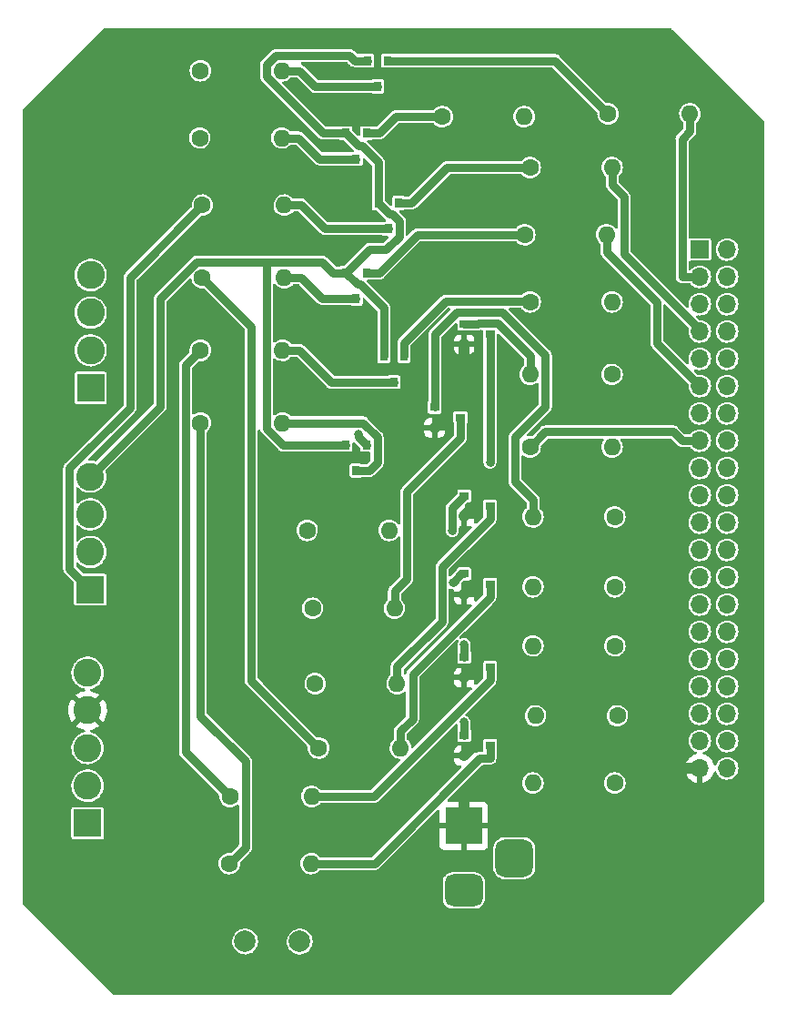
<source format=gbr>
%TF.GenerationSoftware,KiCad,Pcbnew,(6.0.2-0)*%
%TF.CreationDate,2022-04-11T12:52:22+09:00*%
%TF.ProjectId,reTProject,72655450-726f-46a6-9563-742e6b696361,rev?*%
%TF.SameCoordinates,Original*%
%TF.FileFunction,Copper,L1,Top*%
%TF.FilePolarity,Positive*%
%FSLAX46Y46*%
G04 Gerber Fmt 4.6, Leading zero omitted, Abs format (unit mm)*
G04 Created by KiCad (PCBNEW (6.0.2-0)) date 2022-04-11 12:52:22*
%MOMM*%
%LPD*%
G01*
G04 APERTURE LIST*
G04 Aperture macros list*
%AMRoundRect*
0 Rectangle with rounded corners*
0 $1 Rounding radius*
0 $2 $3 $4 $5 $6 $7 $8 $9 X,Y pos of 4 corners*
0 Add a 4 corners polygon primitive as box body*
4,1,4,$2,$3,$4,$5,$6,$7,$8,$9,$2,$3,0*
0 Add four circle primitives for the rounded corners*
1,1,$1+$1,$2,$3*
1,1,$1+$1,$4,$5*
1,1,$1+$1,$6,$7*
1,1,$1+$1,$8,$9*
0 Add four rect primitives between the rounded corners*
20,1,$1+$1,$2,$3,$4,$5,0*
20,1,$1+$1,$4,$5,$6,$7,0*
20,1,$1+$1,$6,$7,$8,$9,0*
20,1,$1+$1,$8,$9,$2,$3,0*%
G04 Aperture macros list end*
%TA.AperFunction,SMDPad,CuDef*%
%ADD10R,0.900000X0.800000*%
%TD*%
%TA.AperFunction,ComponentPad*%
%ADD11C,1.600000*%
%TD*%
%TA.AperFunction,ComponentPad*%
%ADD12O,1.600000X1.600000*%
%TD*%
%TA.AperFunction,ComponentPad*%
%ADD13R,2.600000X2.600000*%
%TD*%
%TA.AperFunction,ComponentPad*%
%ADD14C,2.600000*%
%TD*%
%TA.AperFunction,SMDPad,CuDef*%
%ADD15R,0.800000X0.900000*%
%TD*%
%TA.AperFunction,ComponentPad*%
%ADD16R,3.500000X3.500000*%
%TD*%
%TA.AperFunction,ComponentPad*%
%ADD17RoundRect,0.750000X1.000000X-0.750000X1.000000X0.750000X-1.000000X0.750000X-1.000000X-0.750000X0*%
%TD*%
%TA.AperFunction,ComponentPad*%
%ADD18RoundRect,0.875000X0.875000X-0.875000X0.875000X0.875000X-0.875000X0.875000X-0.875000X-0.875000X0*%
%TD*%
%TA.AperFunction,ComponentPad*%
%ADD19C,2.000000*%
%TD*%
%TA.AperFunction,ComponentPad*%
%ADD20R,1.700000X1.700000*%
%TD*%
%TA.AperFunction,ComponentPad*%
%ADD21O,1.700000X1.700000*%
%TD*%
%TA.AperFunction,ViaPad*%
%ADD22C,0.800000*%
%TD*%
%TA.AperFunction,Conductor*%
%ADD23C,1.000000*%
%TD*%
%TA.AperFunction,Conductor*%
%ADD24C,0.800000*%
%TD*%
G04 APERTURE END LIST*
D10*
%TO.P,Q7,1,B*%
%TO.N,Net-(Q7-Pad1)*%
X111300000Y-76050000D03*
%TO.P,Q7,2,E*%
%TO.N,GND*%
X111300000Y-77950000D03*
%TO.P,Q7,3,C*%
%TO.N,Net-(Q7-Pad3)*%
X113700000Y-77000000D03*
%TD*%
D11*
%TO.P,R20,1*%
%TO.N,Net-(Q3-Pad1)*%
X117440000Y-61500000D03*
D12*
%TO.P,R20,2*%
%TO.N,Net-(J5-Pad7)*%
X125060000Y-61500000D03*
%TD*%
D11*
%TO.P,R16,1*%
%TO.N,Net-(J5-Pad21)*%
X125310000Y-94000000D03*
D12*
%TO.P,R16,2*%
%TO.N,Net-(Q8-Pad1)*%
X117690000Y-94000000D03*
%TD*%
D13*
%TO.P,J2,1,Pin_1*%
%TO.N,Net-(J2-Pad1)*%
X76500000Y-100750000D03*
D14*
%TO.P,J2,2,Pin_2*%
%TO.N,Net-(J2-Pad2)*%
X76500000Y-97250000D03*
%TO.P,J2,3,Pin_3*%
%TO.N,Net-(J2-Pad3)*%
X76500000Y-93750000D03*
%TO.P,J2,4,Pin_4*%
%TO.N,Net-(J2-Pad4)*%
X76500000Y-90250000D03*
%TD*%
D10*
%TO.P,Q11,1,B*%
%TO.N,Net-(Q11-Pad1)*%
X111300000Y-107050000D03*
%TO.P,Q11,2,E*%
%TO.N,GND*%
X111300000Y-108950000D03*
%TO.P,Q11,3,C*%
%TO.N,Net-(Q11-Pad3)*%
X113700000Y-108000000D03*
%TD*%
D11*
%TO.P,R19,1*%
%TO.N,Net-(J5-Pad27)*%
X125310000Y-106000000D03*
D12*
%TO.P,R19,2*%
%TO.N,Net-(Q10-Pad1)*%
X117690000Y-106000000D03*
%TD*%
D11*
%TO.P,R21,1*%
%TO.N,Net-(J5-Pad29)*%
X125560000Y-112500000D03*
D12*
%TO.P,R21,2*%
%TO.N,Net-(Q11-Pad1)*%
X117940000Y-112500000D03*
%TD*%
D15*
%TO.P,Q5,1,B*%
%TO.N,Net-(Q5-Pad1)*%
X105700000Y-79050000D03*
%TO.P,Q5,2,E*%
%TO.N,Net-(J2-Pad4)*%
X103800000Y-79050000D03*
%TO.P,Q5,3,C*%
%TO.N,Net-(Q5-Pad3)*%
X104750000Y-81450000D03*
%TD*%
D11*
%TO.P,R12,1*%
%TO.N,Net-(J3-Pad1)*%
X89440000Y-126250000D03*
D12*
%TO.P,R12,2*%
%TO.N,Net-(Q12-Pad3)*%
X97060000Y-126250000D03*
%TD*%
D10*
%TO.P,Q12,1,B*%
%TO.N,Net-(Q12-Pad1)*%
X111300000Y-114300000D03*
%TO.P,Q12,2,E*%
%TO.N,GND*%
X111300000Y-116200000D03*
%TO.P,Q12,3,C*%
%TO.N,Net-(Q12-Pad3)*%
X113700000Y-115250000D03*
%TD*%
D15*
%TO.P,Q2,1,B*%
%TO.N,Net-(Q2-Pad1)*%
X102200000Y-58300000D03*
%TO.P,Q2,2,E*%
%TO.N,Net-(J2-Pad4)*%
X100300000Y-58300000D03*
%TO.P,Q2,3,C*%
%TO.N,Net-(Q2-Pad3)*%
X101250000Y-60700000D03*
%TD*%
D11*
%TO.P,R11,1*%
%TO.N,Net-(J3-Pad2)*%
X89500000Y-120000000D03*
D12*
%TO.P,R11,2*%
%TO.N,Net-(Q11-Pad3)*%
X97120000Y-120000000D03*
%TD*%
D10*
%TO.P,Q8,1,B*%
%TO.N,Net-(Q8-Pad1)*%
X108550000Y-83800000D03*
%TO.P,Q8,2,E*%
%TO.N,GND*%
X108550000Y-85700000D03*
%TO.P,Q8,3,C*%
%TO.N,Net-(Q8-Pad3)*%
X110950000Y-84750000D03*
%TD*%
D15*
%TO.P,Q3,1,B*%
%TO.N,Net-(Q3-Pad1)*%
X105200000Y-64800000D03*
%TO.P,Q3,2,E*%
%TO.N,Net-(J2-Pad4)*%
X103300000Y-64800000D03*
%TO.P,Q3,3,C*%
%TO.N,Net-(Q3-Pad3)*%
X104250000Y-67200000D03*
%TD*%
D16*
%TO.P,J4,1*%
%TO.N,GND*%
X111250000Y-122750000D03*
D17*
%TO.P,J4,2*%
%TO.N,+24V*%
X111250000Y-128750000D03*
D18*
%TO.P,J4,3*%
%TO.N,unconnected-(J4-Pad3)*%
X115950000Y-125750000D03*
%TD*%
D15*
%TO.P,Q4,1,B*%
%TO.N,Net-(Q4-Pad1)*%
X102200000Y-71300000D03*
%TO.P,Q4,2,E*%
%TO.N,Net-(J2-Pad4)*%
X100300000Y-71300000D03*
%TO.P,Q4,3,C*%
%TO.N,Net-(Q4-Pad3)*%
X101250000Y-73700000D03*
%TD*%
D11*
%TO.P,R23,1*%
%TO.N,Net-(Q1-Pad1)*%
X124690000Y-56500000D03*
D12*
%TO.P,R23,2*%
%TO.N,Net-(J5-Pad3)*%
X132310000Y-56500000D03*
%TD*%
D11*
%TO.P,R8,1*%
%TO.N,Net-(J2-Pad2)*%
X97190000Y-102500000D03*
D12*
%TO.P,R8,2*%
%TO.N,Net-(Q8-Pad3)*%
X104810000Y-102500000D03*
%TD*%
D11*
%TO.P,R15,1*%
%TO.N,Net-(Q5-Pad1)*%
X117440000Y-74000000D03*
D12*
%TO.P,R15,2*%
%TO.N,Net-(J5-Pad13)*%
X125060000Y-74000000D03*
%TD*%
D13*
%TO.P,J1,1,Pin_1*%
%TO.N,unconnected-(J1-Pad1)*%
X76250000Y-122500000D03*
D14*
%TO.P,J1,2,Pin_2*%
%TO.N,unconnected-(J1-Pad2)*%
X76250000Y-119000000D03*
%TO.P,J1,3,Pin_3*%
%TO.N,Net-(F1-Pad2)*%
X76250000Y-115500000D03*
%TO.P,J1,4,Pin_4*%
%TO.N,GND*%
X76250000Y-112000000D03*
%TO.P,J1,5,Pin_5*%
%TO.N,unconnected-(J1-Pad5)*%
X76250000Y-108500000D03*
%TD*%
D10*
%TO.P,Q9,1,B*%
%TO.N,Net-(Q9-Pad1)*%
X111300000Y-92050000D03*
%TO.P,Q9,2,E*%
%TO.N,GND*%
X111300000Y-93950000D03*
%TO.P,Q9,3,C*%
%TO.N,Net-(Q9-Pad3)*%
X113700000Y-93000000D03*
%TD*%
D15*
%TO.P,Q6,1,B*%
%TO.N,Net-(Q6-Pad1)*%
X102200000Y-87300000D03*
%TO.P,Q6,2,E*%
%TO.N,Net-(J2-Pad4)*%
X100300000Y-87300000D03*
%TO.P,Q6,3,C*%
%TO.N,Net-(Q6-Pad3)*%
X101250000Y-89700000D03*
%TD*%
D13*
%TO.P,J3,1,Pin_1*%
%TO.N,Net-(J3-Pad1)*%
X76545000Y-82000000D03*
D14*
%TO.P,J3,2,Pin_2*%
%TO.N,Net-(J3-Pad2)*%
X76545000Y-78500000D03*
%TO.P,J3,3,Pin_3*%
%TO.N,Net-(J3-Pad3)*%
X76545000Y-75000000D03*
%TO.P,J3,4,Pin_4*%
%TO.N,unconnected-(J3-Pad4)*%
X76545000Y-71500000D03*
%TD*%
D11*
%TO.P,R14,1*%
%TO.N,Net-(J5-Pad19)*%
X125060000Y-80750000D03*
D12*
%TO.P,R14,2*%
%TO.N,Net-(Q7-Pad1)*%
X117440000Y-80750000D03*
%TD*%
D11*
%TO.P,R9,1*%
%TO.N,Net-(J2-Pad1)*%
X97440000Y-109500000D03*
D12*
%TO.P,R9,2*%
%TO.N,Net-(Q9-Pad3)*%
X105060000Y-109500000D03*
%TD*%
D11*
%TO.P,R5,1*%
%TO.N,Net-(J3-Pad2)*%
X86750000Y-78500000D03*
D12*
%TO.P,R5,2*%
%TO.N,Net-(Q5-Pad3)*%
X94370000Y-78500000D03*
%TD*%
D11*
%TO.P,R4,1*%
%TO.N,Net-(J3-Pad3)*%
X86940000Y-71750000D03*
D12*
%TO.P,R4,2*%
%TO.N,Net-(Q4-Pad3)*%
X94560000Y-71750000D03*
%TD*%
D11*
%TO.P,R18,1*%
%TO.N,Net-(J5-Pad23)*%
X125310000Y-100500000D03*
D12*
%TO.P,R18,2*%
%TO.N,Net-(Q9-Pad1)*%
X117690000Y-100500000D03*
%TD*%
D19*
%TO.P,F1,1*%
%TO.N,+24V*%
X96000000Y-133500000D03*
%TO.P,F1,2*%
%TO.N,Net-(F1-Pad2)*%
X90920000Y-133490000D03*
%TD*%
D11*
%TO.P,R13,1*%
%TO.N,Net-(J5-Pad15)*%
X117440000Y-87500000D03*
D12*
%TO.P,R13,2*%
%TO.N,Net-(Q6-Pad1)*%
X125060000Y-87500000D03*
%TD*%
D20*
%TO.P,J5,1,Pin_1*%
%TO.N,unconnected-(J5-Pad1)*%
X133225000Y-69125000D03*
D21*
%TO.P,J5,2,Pin_2*%
%TO.N,unconnected-(J5-Pad2)*%
X135765000Y-69125000D03*
%TO.P,J5,3,Pin_3*%
%TO.N,Net-(J5-Pad3)*%
X133225000Y-71665000D03*
%TO.P,J5,4,Pin_4*%
%TO.N,unconnected-(J5-Pad4)*%
X135765000Y-71665000D03*
%TO.P,J5,5,Pin_5*%
%TO.N,Net-(J5-Pad5)*%
X133225000Y-74205000D03*
%TO.P,J5,6,Pin_6*%
%TO.N,unconnected-(J5-Pad6)*%
X135765000Y-74205000D03*
%TO.P,J5,7,Pin_7*%
%TO.N,Net-(J5-Pad7)*%
X133225000Y-76745000D03*
%TO.P,J5,8,Pin_8*%
%TO.N,unconnected-(J5-Pad8)*%
X135765000Y-76745000D03*
%TO.P,J5,9,Pin_9*%
%TO.N,unconnected-(J5-Pad9)*%
X133225000Y-79285000D03*
%TO.P,J5,10,Pin_10*%
%TO.N,unconnected-(J5-Pad10)*%
X135765000Y-79285000D03*
%TO.P,J5,11,Pin_11*%
%TO.N,Net-(J5-Pad11)*%
X133225000Y-81825000D03*
%TO.P,J5,12,Pin_12*%
%TO.N,unconnected-(J5-Pad12)*%
X135765000Y-81825000D03*
%TO.P,J5,13,Pin_13*%
%TO.N,Net-(J5-Pad13)*%
X133225000Y-84365000D03*
%TO.P,J5,14,Pin_14*%
%TO.N,unconnected-(J5-Pad14)*%
X135765000Y-84365000D03*
%TO.P,J5,15,Pin_15*%
%TO.N,Net-(J5-Pad15)*%
X133225000Y-86905000D03*
%TO.P,J5,16,Pin_16*%
%TO.N,unconnected-(J5-Pad16)*%
X135765000Y-86905000D03*
%TO.P,J5,17,Pin_17*%
%TO.N,unconnected-(J5-Pad17)*%
X133225000Y-89445000D03*
%TO.P,J5,18,Pin_18*%
%TO.N,unconnected-(J5-Pad18)*%
X135765000Y-89445000D03*
%TO.P,J5,19,Pin_19*%
%TO.N,Net-(J5-Pad19)*%
X133225000Y-91985000D03*
%TO.P,J5,20,Pin_20*%
%TO.N,unconnected-(J5-Pad20)*%
X135765000Y-91985000D03*
%TO.P,J5,21,Pin_21*%
%TO.N,Net-(J5-Pad21)*%
X133225000Y-94525000D03*
%TO.P,J5,22,Pin_22*%
%TO.N,unconnected-(J5-Pad22)*%
X135765000Y-94525000D03*
%TO.P,J5,23,Pin_23*%
%TO.N,Net-(J5-Pad23)*%
X133225000Y-97065000D03*
%TO.P,J5,24,Pin_24*%
%TO.N,unconnected-(J5-Pad24)*%
X135765000Y-97065000D03*
%TO.P,J5,25,Pin_25*%
%TO.N,unconnected-(J5-Pad25)*%
X133225000Y-99605000D03*
%TO.P,J5,26,Pin_26*%
%TO.N,unconnected-(J5-Pad26)*%
X135765000Y-99605000D03*
%TO.P,J5,27,Pin_27*%
%TO.N,Net-(J5-Pad27)*%
X133225000Y-102145000D03*
%TO.P,J5,28,Pin_28*%
%TO.N,unconnected-(J5-Pad28)*%
X135765000Y-102145000D03*
%TO.P,J5,29,Pin_29*%
%TO.N,Net-(J5-Pad29)*%
X133225000Y-104685000D03*
%TO.P,J5,30,Pin_30*%
%TO.N,unconnected-(J5-Pad30)*%
X135765000Y-104685000D03*
%TO.P,J5,31,Pin_31*%
%TO.N,unconnected-(J5-Pad31)*%
X133225000Y-107225000D03*
%TO.P,J5,32,Pin_32*%
%TO.N,unconnected-(J5-Pad32)*%
X135765000Y-107225000D03*
%TO.P,J5,33,Pin_33*%
%TO.N,unconnected-(J5-Pad33)*%
X133225000Y-109765000D03*
%TO.P,J5,34,Pin_34*%
%TO.N,unconnected-(J5-Pad34)*%
X135765000Y-109765000D03*
%TO.P,J5,35,Pin_35*%
%TO.N,Net-(J5-Pad35)*%
X133225000Y-112305000D03*
%TO.P,J5,36,Pin_36*%
%TO.N,unconnected-(J5-Pad36)*%
X135765000Y-112305000D03*
%TO.P,J5,37,Pin_37*%
%TO.N,unconnected-(J5-Pad37)*%
X133225000Y-114845000D03*
%TO.P,J5,38,Pin_38*%
%TO.N,unconnected-(J5-Pad38)*%
X135765000Y-114845000D03*
%TO.P,J5,39,Pin_39*%
%TO.N,GND*%
X133225000Y-117385000D03*
%TO.P,J5,40,Pin_40*%
%TO.N,unconnected-(J5-Pad40)*%
X135765000Y-117385000D03*
%TD*%
D15*
%TO.P,Q1,1,B*%
%TO.N,Net-(Q1-Pad1)*%
X104200000Y-51550000D03*
%TO.P,Q1,2,E*%
%TO.N,Net-(J2-Pad4)*%
X102300000Y-51550000D03*
%TO.P,Q1,3,C*%
%TO.N,Net-(Q1-Pad3)*%
X103250000Y-53950000D03*
%TD*%
D11*
%TO.P,R6,1*%
%TO.N,Net-(J3-Pad1)*%
X86750000Y-85250000D03*
D12*
%TO.P,R6,2*%
%TO.N,Net-(Q6-Pad3)*%
X94370000Y-85250000D03*
%TD*%
D11*
%TO.P,R24,1*%
%TO.N,Net-(J5-Pad35)*%
X125310000Y-118750000D03*
D12*
%TO.P,R24,2*%
%TO.N,Net-(Q12-Pad1)*%
X117690000Y-118750000D03*
%TD*%
D11*
%TO.P,R10,1*%
%TO.N,Net-(J3-Pad3)*%
X97750000Y-115500000D03*
D12*
%TO.P,R10,2*%
%TO.N,Net-(Q10-Pad3)*%
X105370000Y-115500000D03*
%TD*%
D11*
%TO.P,R3,1*%
%TO.N,Net-(J2-Pad1)*%
X86940000Y-65000000D03*
D12*
%TO.P,R3,2*%
%TO.N,Net-(Q3-Pad3)*%
X94560000Y-65000000D03*
%TD*%
D11*
%TO.P,R7,1*%
%TO.N,Net-(J2-Pad3)*%
X96690000Y-95250000D03*
D12*
%TO.P,R7,2*%
%TO.N,Net-(Q7-Pad3)*%
X104310000Y-95250000D03*
%TD*%
D11*
%TO.P,R2,1*%
%TO.N,Net-(J2-Pad2)*%
X86690000Y-58750000D03*
D12*
%TO.P,R2,2*%
%TO.N,Net-(Q2-Pad3)*%
X94310000Y-58750000D03*
%TD*%
D11*
%TO.P,R1,1*%
%TO.N,Net-(J2-Pad3)*%
X86750000Y-52500000D03*
D12*
%TO.P,R1,2*%
%TO.N,Net-(Q1-Pad3)*%
X94370000Y-52500000D03*
%TD*%
D10*
%TO.P,Q10,1,B*%
%TO.N,Net-(Q10-Pad1)*%
X111300000Y-99300000D03*
%TO.P,Q10,2,E*%
%TO.N,GND*%
X111300000Y-101200000D03*
%TO.P,Q10,3,C*%
%TO.N,Net-(Q10-Pad3)*%
X113700000Y-100250000D03*
%TD*%
D11*
%TO.P,R17,1*%
%TO.N,Net-(Q4-Pad1)*%
X116940000Y-67750000D03*
D12*
%TO.P,R17,2*%
%TO.N,Net-(J5-Pad11)*%
X124560000Y-67750000D03*
%TD*%
D11*
%TO.P,R22,1*%
%TO.N,Net-(Q2-Pad1)*%
X109250000Y-56750000D03*
D12*
%TO.P,R22,2*%
%TO.N,Net-(J5-Pad5)*%
X116870000Y-56750000D03*
%TD*%
D22*
%TO.N,Net-(Q6-Pad1)*%
X101467400Y-86306500D03*
%TO.N,Net-(Q9-Pad1)*%
X110199600Y-95294400D03*
%TO.N,Net-(Q12-Pad1)*%
X111300000Y-113100000D03*
%TO.N,Net-(Q7-Pad3)*%
X113700000Y-88902900D03*
%TO.N,Net-(Q10-Pad1)*%
X110249700Y-100116000D03*
%TO.N,Net-(Q11-Pad1)*%
X111300000Y-105850000D03*
%TD*%
D23*
%TO.N,GND*%
X112549600Y-99556100D02*
X112549600Y-99950400D01*
X109799600Y-84049900D02*
X109799600Y-84450400D01*
X114850400Y-107261800D02*
X114850400Y-113785600D01*
X114486800Y-106898200D02*
X114862500Y-106522500D01*
X114850400Y-113785600D02*
X114486400Y-114149600D01*
X112493400Y-91867500D02*
X112493400Y-92756600D01*
X114850400Y-92208700D02*
X114509200Y-91867500D01*
X114475800Y-99149600D02*
X114850400Y-98775000D01*
X111664100Y-120100000D02*
X114850400Y-116913700D01*
X112956100Y-99149600D02*
X112549600Y-99556100D01*
X111250000Y-120100000D02*
X111664100Y-120100000D01*
X112493400Y-92756600D02*
X111300000Y-93950000D01*
X111300000Y-79250000D02*
X111300000Y-83639700D01*
X114850400Y-98775000D02*
X114850400Y-92208700D01*
X112549600Y-114556100D02*
X112549600Y-114950400D01*
X112549600Y-114950400D02*
X111300000Y-116200000D01*
X131475000Y-117385000D02*
X131003700Y-116913700D01*
X111250000Y-122750000D02*
X111250000Y-120100000D01*
X112549600Y-107307700D02*
X112959100Y-106898200D01*
X112549600Y-99950400D02*
X111300000Y-101200000D01*
X112549600Y-107700400D02*
X112549600Y-107307700D01*
X114862500Y-99536300D02*
X114475800Y-99149600D01*
X111300000Y-77950000D02*
X111300000Y-79250000D01*
X112493400Y-91867500D02*
X112493400Y-84443700D01*
X112959100Y-106898200D02*
X114486800Y-106898200D01*
X114509200Y-91867500D02*
X112493400Y-91867500D01*
X114486400Y-114149600D02*
X112956100Y-114149600D01*
X131003700Y-116913700D02*
X114850400Y-116913700D01*
X112956100Y-114149600D02*
X112549600Y-114556100D01*
X111300000Y-108950000D02*
X112549600Y-107700400D01*
X114850400Y-116913700D02*
X114850400Y-114513600D01*
X110209800Y-83639700D02*
X109799600Y-84049900D01*
X109799600Y-84450400D02*
X108550000Y-85700000D01*
X114486800Y-106898200D02*
X114850400Y-107261800D01*
X111300000Y-83639700D02*
X110209800Y-83639700D01*
X114862500Y-106522500D02*
X114862500Y-99536300D01*
X133225000Y-117385000D02*
X131475000Y-117385000D01*
X111689400Y-83639700D02*
X111300000Y-83639700D01*
X112493400Y-84443700D02*
X111689400Y-83639700D01*
X114475800Y-99149600D02*
X112956100Y-99149600D01*
X114850400Y-114513600D02*
X114486400Y-114149600D01*
D24*
%TO.N,Net-(J2-Pad1)*%
X74578400Y-98828400D02*
X76500000Y-100750000D01*
X80220500Y-71719500D02*
X80220500Y-83833300D01*
X74578400Y-89475400D02*
X74578400Y-98828400D01*
X80220500Y-83833300D02*
X74578400Y-89475400D01*
X86940000Y-65000000D02*
X80220500Y-71719500D01*
%TO.N,Net-(J2-Pad4)*%
X92934500Y-53072800D02*
X98161700Y-58300000D01*
X100300000Y-71300000D02*
X101350400Y-72350400D01*
X100638700Y-51088700D02*
X93783000Y-51088700D01*
X100300000Y-71300000D02*
X99100000Y-71300000D01*
X92934500Y-51937200D02*
X92934500Y-53072800D01*
X102300000Y-51550000D02*
X101100000Y-51550000D01*
X101603500Y-72350400D02*
X103800000Y-74546900D01*
X93783000Y-51088700D02*
X92934500Y-51937200D01*
X103300000Y-61025900D02*
X103300000Y-64800000D01*
X92918900Y-70313600D02*
X92918900Y-85782100D01*
X92918900Y-85782100D02*
X94436800Y-87300000D01*
X103800000Y-74546900D02*
X103800000Y-79050000D01*
X105250400Y-67898600D02*
X103999000Y-69150000D01*
X104350400Y-65850400D02*
X104603600Y-65850400D01*
X76500000Y-90250000D02*
X83005100Y-83744900D01*
X98113600Y-70313600D02*
X99100000Y-71300000D01*
X101100000Y-51550000D02*
X100638700Y-51088700D01*
X100300000Y-58300000D02*
X101500000Y-59500000D01*
X83005100Y-73703300D02*
X86394800Y-70313600D01*
X105250400Y-66497200D02*
X105250400Y-67898600D01*
X101774100Y-59500000D02*
X103300000Y-61025900D01*
X103999000Y-69150000D02*
X102450000Y-69150000D01*
X103300000Y-64800000D02*
X104350400Y-65850400D01*
X104603600Y-65850400D02*
X105250400Y-66497200D01*
X101350400Y-72350400D02*
X101603500Y-72350400D01*
X98161700Y-58300000D02*
X100300000Y-58300000D01*
X102450000Y-69150000D02*
X100300000Y-71300000D01*
X101500000Y-59500000D02*
X101774100Y-59500000D01*
X83005100Y-83744900D02*
X83005100Y-73703300D01*
X94436800Y-87300000D02*
X100300000Y-87300000D01*
X86394800Y-70313600D02*
X92918900Y-70313600D01*
X92918900Y-70313600D02*
X98113600Y-70313600D01*
%TO.N,Net-(J3-Pad1)*%
X90929900Y-116719600D02*
X86750000Y-112539700D01*
X89440000Y-126250000D02*
X90929900Y-124760100D01*
X90929900Y-124760100D02*
X90929900Y-116719600D01*
X86750000Y-112539700D02*
X86750000Y-85250000D01*
%TO.N,Net-(J3-Pad2)*%
X85347000Y-115847000D02*
X89500000Y-120000000D01*
X85347000Y-79903000D02*
X85347000Y-115847000D01*
X86750000Y-78500000D02*
X85347000Y-79903000D01*
%TO.N,Net-(J3-Pad3)*%
X91493500Y-109243500D02*
X97750000Y-115500000D01*
X86940000Y-71750000D02*
X91493500Y-76303500D01*
X91493500Y-76303500D02*
X91493500Y-109243500D01*
%TO.N,Net-(J5-Pad11)*%
X129209700Y-77809700D02*
X129209700Y-73999700D01*
X124560000Y-67750000D02*
X124560000Y-69350000D01*
X133225000Y-81825000D02*
X129209700Y-77809700D01*
X129209700Y-73999700D02*
X124560000Y-69350000D01*
%TO.N,Net-(Q1-Pad1)*%
X104200000Y-51550000D02*
X119740000Y-51550000D01*
X119740000Y-51550000D02*
X124690000Y-56500000D01*
%TO.N,Net-(Q2-Pad1)*%
X103400000Y-58300000D02*
X104950000Y-56750000D01*
X104950000Y-56750000D02*
X109250000Y-56750000D01*
X102200000Y-58300000D02*
X103400000Y-58300000D01*
%TO.N,Net-(Q3-Pad1)*%
X109700000Y-61500000D02*
X117440000Y-61500000D01*
X106400000Y-64800000D02*
X109700000Y-61500000D01*
X105200000Y-64800000D02*
X106400000Y-64800000D01*
%TO.N,Net-(Q5-Pad1)*%
X105700000Y-77800000D02*
X109561400Y-73938600D01*
X105700000Y-79050000D02*
X105700000Y-77800000D01*
X109561400Y-73938600D02*
X117378600Y-73938600D01*
X117378600Y-73938600D02*
X117440000Y-74000000D01*
%TO.N,Net-(Q6-Pad1)*%
X101467400Y-86567400D02*
X101467400Y-86306500D01*
X102200000Y-87300000D02*
X101467400Y-86567400D01*
%TO.N,Net-(Q7-Pad1)*%
X112600400Y-75999600D02*
X114427100Y-75999600D01*
X112550000Y-76050000D02*
X112600400Y-75999600D01*
X114427100Y-75999600D02*
X117440000Y-79012500D01*
X111300000Y-76050000D02*
X112550000Y-76050000D01*
X117440000Y-79012500D02*
X117440000Y-80750000D01*
%TO.N,Net-(Q8-Pad1)*%
X114876400Y-74993500D02*
X118857100Y-78974200D01*
X108550000Y-77023900D02*
X110580400Y-74993500D01*
X118857100Y-78974200D02*
X118857100Y-83748400D01*
X116034900Y-90744900D02*
X117690000Y-92400000D01*
X117690000Y-94000000D02*
X117690000Y-92400000D01*
X108550000Y-83800000D02*
X108550000Y-82600000D01*
X116034900Y-86570600D02*
X116034900Y-90744900D01*
X110580400Y-74993500D02*
X114876400Y-74993500D01*
X118857100Y-83748400D02*
X116034900Y-86570600D01*
X108550000Y-82600000D02*
X108550000Y-77023900D01*
%TO.N,Net-(Q2-Pad3)*%
X97860000Y-60700000D02*
X95910000Y-58750000D01*
X94310000Y-58750000D02*
X95910000Y-58750000D01*
X101250000Y-60700000D02*
X97860000Y-60700000D01*
%TO.N,Net-(Q3-Pad3)*%
X94560000Y-65000000D02*
X96160000Y-65000000D01*
X98360000Y-67200000D02*
X96160000Y-65000000D01*
X104250000Y-67200000D02*
X98360000Y-67200000D01*
%TO.N,Net-(Q4-Pad3)*%
X94560000Y-71750000D02*
X96160000Y-71750000D01*
X101250000Y-73700000D02*
X98110000Y-73700000D01*
X98110000Y-73700000D02*
X96160000Y-71750000D01*
%TO.N,Net-(Q9-Pad1)*%
X110199600Y-93150400D02*
X110199600Y-95294400D01*
X111300000Y-92050000D02*
X110199600Y-93150400D01*
%TO.N,Net-(Q12-Pad1)*%
X111300000Y-114300000D02*
X111300000Y-113100000D01*
%TO.N,Net-(J5-Pad3)*%
X131575000Y-58835000D02*
X132310000Y-58100000D01*
X131575000Y-71665000D02*
X131575000Y-58835000D01*
X133225000Y-71665000D02*
X131575000Y-71665000D01*
X132310000Y-56500000D02*
X132310000Y-58100000D01*
%TO.N,Net-(Q6-Pad3)*%
X103200400Y-88949600D02*
X103200400Y-86589400D01*
X103200400Y-86589400D02*
X101861000Y-85250000D01*
X101250000Y-89700000D02*
X102450000Y-89700000D01*
X102450000Y-89700000D02*
X103200400Y-88949600D01*
X101861000Y-85250000D02*
X94370000Y-85250000D01*
%TO.N,Net-(Q7-Pad3)*%
X113700000Y-77000000D02*
X113700000Y-88902900D01*
%TO.N,Net-(Q8-Pad3)*%
X105941400Y-91676500D02*
X105941400Y-99768600D01*
X105941400Y-99768600D02*
X104810000Y-100900000D01*
X110950000Y-84750000D02*
X110950000Y-86667900D01*
X104810000Y-102500000D02*
X104810000Y-100900000D01*
X110950000Y-86667900D02*
X105941400Y-91676500D01*
%TO.N,Net-(Q9-Pad3)*%
X113700000Y-94200000D02*
X109249300Y-98650700D01*
X109249300Y-103710700D02*
X105060000Y-107900000D01*
X113700000Y-93000000D02*
X113700000Y-94200000D01*
X105060000Y-109500000D02*
X105060000Y-107900000D01*
X109249300Y-98650700D02*
X109249300Y-103710700D01*
%TO.N,Net-(Q10-Pad3)*%
X106501400Y-112768600D02*
X105370000Y-113900000D01*
X113700000Y-101450000D02*
X106501400Y-108648600D01*
X106501400Y-108648600D02*
X106501400Y-112768600D01*
X105370000Y-115500000D02*
X105370000Y-113900000D01*
X113700000Y-100250000D02*
X113700000Y-101450000D01*
%TO.N,Net-(Q11-Pad3)*%
X102900000Y-120000000D02*
X113700000Y-109200000D01*
X97120000Y-120000000D02*
X102900000Y-120000000D01*
X113700000Y-108000000D02*
X113700000Y-109200000D01*
%TO.N,Net-(Q12-Pad3)*%
X102955700Y-126250000D02*
X97060000Y-126250000D01*
X112755700Y-116450000D02*
X102955700Y-126250000D01*
X113700000Y-115250000D02*
X113700000Y-116450000D01*
X113700000Y-116450000D02*
X112755700Y-116450000D01*
%TO.N,Net-(J5-Pad7)*%
X133225000Y-76745000D02*
X133225000Y-76600300D01*
X126191400Y-69566700D02*
X126191400Y-64231400D01*
X126191400Y-64231400D02*
X125060000Y-63100000D01*
X125060000Y-61500000D02*
X125060000Y-63100000D01*
X133225000Y-76600300D02*
X126191400Y-69566700D01*
%TO.N,Net-(J5-Pad15)*%
X118849500Y-86090500D02*
X117440000Y-87500000D01*
X133225000Y-86905000D02*
X131575000Y-86905000D01*
X131575000Y-86905000D02*
X130760500Y-86090500D01*
X130760500Y-86090500D02*
X118849500Y-86090500D01*
%TO.N,Net-(Q1-Pad3)*%
X94370000Y-52500000D02*
X95970000Y-52500000D01*
X103250000Y-53950000D02*
X97420000Y-53950000D01*
X97420000Y-53950000D02*
X95970000Y-52500000D01*
%TO.N,Net-(Q4-Pad1)*%
X102200000Y-71300000D02*
X103400000Y-71300000D01*
X106950000Y-67750000D02*
X103400000Y-71300000D01*
X116940000Y-67750000D02*
X106950000Y-67750000D01*
%TO.N,Net-(Q5-Pad3)*%
X104750000Y-81450000D02*
X98920000Y-81450000D01*
X98920000Y-81450000D02*
X95970000Y-78500000D01*
X94370000Y-78500000D02*
X95970000Y-78500000D01*
%TO.N,Net-(Q10-Pad1)*%
X111065700Y-99300000D02*
X110249700Y-100116000D01*
X111300000Y-99300000D02*
X111065700Y-99300000D01*
%TO.N,Net-(Q11-Pad1)*%
X111300000Y-107050000D02*
X111300000Y-105850000D01*
%TD*%
%TA.AperFunction,Conductor*%
%TO.N,GND*%
G36*
X130566431Y-48570502D02*
G01*
X130587405Y-48587405D01*
X139213095Y-57213095D01*
X139247121Y-57275407D01*
X139250000Y-57302190D01*
X139250000Y-129697810D01*
X139229998Y-129765931D01*
X139213095Y-129786905D01*
X130536905Y-138463095D01*
X130474593Y-138497121D01*
X130447810Y-138500000D01*
X78802190Y-138500000D01*
X78734069Y-138479998D01*
X78713095Y-138463095D01*
X73708440Y-133458440D01*
X89714770Y-133458440D01*
X89729200Y-133678604D01*
X89730621Y-133684200D01*
X89730622Y-133684205D01*
X89755320Y-133781452D01*
X89783511Y-133892452D01*
X89785928Y-133897694D01*
X89785928Y-133897695D01*
X89824046Y-133980379D01*
X89875883Y-134092821D01*
X90003222Y-134273002D01*
X90161264Y-134426961D01*
X90166060Y-134430166D01*
X90166063Y-134430168D01*
X90284170Y-134509084D01*
X90344717Y-134549540D01*
X90350020Y-134551818D01*
X90350023Y-134551820D01*
X90469772Y-134603268D01*
X90547436Y-134636635D01*
X90627088Y-134654658D01*
X90756995Y-134684054D01*
X90757001Y-134684055D01*
X90762632Y-134685329D01*
X90768403Y-134685556D01*
X90768405Y-134685556D01*
X90836211Y-134688220D01*
X90983098Y-134693991D01*
X91092275Y-134678161D01*
X91195738Y-134663160D01*
X91195743Y-134663159D01*
X91201452Y-134662331D01*
X91206916Y-134660476D01*
X91206921Y-134660475D01*
X91404907Y-134593268D01*
X91404912Y-134593266D01*
X91410379Y-134591410D01*
X91468275Y-134558987D01*
X91530389Y-134524201D01*
X91602884Y-134483602D01*
X91655108Y-134440168D01*
X91768086Y-134346204D01*
X91772518Y-134342518D01*
X91913602Y-134172884D01*
X92021410Y-133980379D01*
X92023266Y-133974912D01*
X92023268Y-133974907D01*
X92090475Y-133776921D01*
X92090476Y-133776916D01*
X92092331Y-133771452D01*
X92093159Y-133765743D01*
X92093160Y-133765738D01*
X92123458Y-133556772D01*
X92123991Y-133553098D01*
X92125643Y-133490000D01*
X92123662Y-133468440D01*
X94794770Y-133468440D01*
X94809200Y-133688604D01*
X94810621Y-133694200D01*
X94810622Y-133694205D01*
X94859550Y-133886857D01*
X94863511Y-133902452D01*
X94865928Y-133907694D01*
X94865928Y-133907695D01*
X94901761Y-133985422D01*
X94955883Y-134102821D01*
X95083222Y-134283002D01*
X95241264Y-134436961D01*
X95246060Y-134440166D01*
X95246063Y-134440168D01*
X95349204Y-134509084D01*
X95424717Y-134559540D01*
X95430020Y-134561818D01*
X95430023Y-134561820D01*
X95604160Y-134636635D01*
X95627436Y-134646635D01*
X95688600Y-134660475D01*
X95836995Y-134694054D01*
X95837001Y-134694055D01*
X95842632Y-134695329D01*
X95848403Y-134695556D01*
X95848405Y-134695556D01*
X95916211Y-134698220D01*
X96063098Y-134703991D01*
X96172275Y-134688161D01*
X96275738Y-134673160D01*
X96275743Y-134673159D01*
X96281452Y-134672331D01*
X96286916Y-134670476D01*
X96286921Y-134670475D01*
X96484907Y-134603268D01*
X96484912Y-134603266D01*
X96490379Y-134601410D01*
X96508236Y-134591410D01*
X96578928Y-134551820D01*
X96682884Y-134493602D01*
X96693433Y-134484829D01*
X96848086Y-134356204D01*
X96852518Y-134352518D01*
X96993602Y-134182884D01*
X97101410Y-133990379D01*
X97103266Y-133984912D01*
X97103268Y-133984907D01*
X97170475Y-133786921D01*
X97170476Y-133786916D01*
X97172331Y-133781452D01*
X97173159Y-133775743D01*
X97173160Y-133775738D01*
X97203458Y-133566772D01*
X97203991Y-133563098D01*
X97205643Y-133500000D01*
X97185454Y-133280289D01*
X97172348Y-133233816D01*
X97127134Y-133073500D01*
X97125565Y-133067936D01*
X97027980Y-132870053D01*
X97024382Y-132865234D01*
X96899420Y-132697891D01*
X96899420Y-132697890D01*
X96895967Y-132693267D01*
X96733949Y-132543499D01*
X96547350Y-132425764D01*
X96342421Y-132344006D01*
X96336761Y-132342880D01*
X96336757Y-132342879D01*
X96131691Y-132302089D01*
X96131688Y-132302089D01*
X96126024Y-132300962D01*
X96120249Y-132300886D01*
X96120245Y-132300886D01*
X96009504Y-132299437D01*
X95905406Y-132298074D01*
X95899709Y-132299053D01*
X95899708Y-132299053D01*
X95693654Y-132334459D01*
X95693653Y-132334459D01*
X95687957Y-132335438D01*
X95480957Y-132411804D01*
X95475996Y-132414756D01*
X95475995Y-132414756D01*
X95313115Y-132511660D01*
X95291341Y-132524614D01*
X95125457Y-132670090D01*
X94988863Y-132843360D01*
X94886131Y-133038620D01*
X94820703Y-133249333D01*
X94794770Y-133468440D01*
X92123662Y-133468440D01*
X92105454Y-133270289D01*
X92045565Y-133057936D01*
X91947980Y-132860053D01*
X91932128Y-132838824D01*
X91819420Y-132687891D01*
X91819420Y-132687890D01*
X91815967Y-132683267D01*
X91718586Y-132593249D01*
X91658189Y-132537418D01*
X91658186Y-132537416D01*
X91653949Y-132533499D01*
X91467350Y-132415764D01*
X91262421Y-132334006D01*
X91256761Y-132332880D01*
X91256757Y-132332879D01*
X91051691Y-132292089D01*
X91051688Y-132292089D01*
X91046024Y-132290962D01*
X91040249Y-132290886D01*
X91040245Y-132290886D01*
X90929504Y-132289437D01*
X90825406Y-132288074D01*
X90819709Y-132289053D01*
X90819708Y-132289053D01*
X90613654Y-132324459D01*
X90613653Y-132324459D01*
X90607957Y-132325438D01*
X90400957Y-132401804D01*
X90395996Y-132404756D01*
X90395995Y-132404756D01*
X90384149Y-132411804D01*
X90211341Y-132514614D01*
X90045457Y-132660090D01*
X89908863Y-132833360D01*
X89806131Y-133028620D01*
X89740703Y-133239333D01*
X89714770Y-133458440D01*
X73708440Y-133458440D01*
X70286905Y-130036905D01*
X70252879Y-129974593D01*
X70250000Y-129947810D01*
X70250000Y-129554924D01*
X109299500Y-129554924D01*
X109309698Y-129669187D01*
X109362923Y-129854806D01*
X109365876Y-129860454D01*
X109425547Y-129974593D01*
X109452385Y-130025930D01*
X109574429Y-130175571D01*
X109724070Y-130297615D01*
X109895194Y-130387077D01*
X109901322Y-130388834D01*
X109901324Y-130388835D01*
X109997679Y-130416464D01*
X110080813Y-130440302D01*
X110113096Y-130443183D01*
X110192283Y-130450251D01*
X110192289Y-130450251D01*
X110195076Y-130450500D01*
X112304924Y-130450500D01*
X112307711Y-130450251D01*
X112307717Y-130450251D01*
X112386904Y-130443183D01*
X112419187Y-130440302D01*
X112502321Y-130416464D01*
X112598676Y-130388835D01*
X112598678Y-130388834D01*
X112604806Y-130387077D01*
X112775930Y-130297615D01*
X112925571Y-130175571D01*
X113047615Y-130025930D01*
X113074454Y-129974593D01*
X113134124Y-129860454D01*
X113137077Y-129854806D01*
X113190302Y-129669187D01*
X113200500Y-129554924D01*
X113200500Y-127945076D01*
X113190302Y-127830813D01*
X113139673Y-127654248D01*
X113138835Y-127651324D01*
X113138834Y-127651322D01*
X113137077Y-127645194D01*
X113047615Y-127474070D01*
X113035045Y-127458657D01*
X112929600Y-127329369D01*
X112925571Y-127324429D01*
X112906296Y-127308709D01*
X112780873Y-127206416D01*
X112780870Y-127206414D01*
X112775930Y-127202385D01*
X112750251Y-127188960D01*
X112663925Y-127143830D01*
X112604806Y-127112923D01*
X112598678Y-127111166D01*
X112598676Y-127111165D01*
X112484904Y-127078542D01*
X112419187Y-127059698D01*
X112386904Y-127056817D01*
X112307717Y-127049749D01*
X112307711Y-127049749D01*
X112304924Y-127049500D01*
X110195076Y-127049500D01*
X110192289Y-127049749D01*
X110192283Y-127049749D01*
X110113096Y-127056817D01*
X110080813Y-127059698D01*
X110015096Y-127078542D01*
X109901324Y-127111165D01*
X109901322Y-127111166D01*
X109895194Y-127112923D01*
X109836075Y-127143830D01*
X109749750Y-127188960D01*
X109724070Y-127202385D01*
X109719130Y-127206414D01*
X109719127Y-127206416D01*
X109593704Y-127308709D01*
X109574429Y-127324429D01*
X109570400Y-127329369D01*
X109464956Y-127458657D01*
X109452385Y-127474070D01*
X109362923Y-127645194D01*
X109361166Y-127651322D01*
X109361165Y-127651324D01*
X109360327Y-127654248D01*
X109309698Y-127830813D01*
X109299500Y-127945076D01*
X109299500Y-129554924D01*
X70250000Y-129554924D01*
X70250000Y-123819748D01*
X74749500Y-123819748D01*
X74750707Y-123825816D01*
X74754673Y-123845752D01*
X74761133Y-123878231D01*
X74805448Y-123944552D01*
X74871769Y-123988867D01*
X74883938Y-123991288D01*
X74883939Y-123991288D01*
X74924184Y-123999293D01*
X74930252Y-124000500D01*
X77569748Y-124000500D01*
X77575816Y-123999293D01*
X77616061Y-123991288D01*
X77616062Y-123991288D01*
X77628231Y-123988867D01*
X77694552Y-123944552D01*
X77738867Y-123878231D01*
X77745328Y-123845752D01*
X77749293Y-123825816D01*
X77750500Y-123819748D01*
X77750500Y-121180252D01*
X77738867Y-121121769D01*
X77694552Y-121055448D01*
X77628231Y-121011133D01*
X77616062Y-121008712D01*
X77616061Y-121008712D01*
X77575816Y-121000707D01*
X77569748Y-120999500D01*
X74930252Y-120999500D01*
X74924184Y-121000707D01*
X74883939Y-121008712D01*
X74883938Y-121008712D01*
X74871769Y-121011133D01*
X74805448Y-121055448D01*
X74761133Y-121121769D01*
X74749500Y-121180252D01*
X74749500Y-123819748D01*
X70250000Y-123819748D01*
X70250000Y-118963214D01*
X74744806Y-118963214D01*
X74745103Y-118968366D01*
X74745103Y-118968370D01*
X74747121Y-119003364D01*
X74759010Y-119209545D01*
X74760147Y-119214591D01*
X74760148Y-119214597D01*
X74787096Y-119334173D01*
X74813255Y-119450249D01*
X74906084Y-119678861D01*
X74908789Y-119683276D01*
X74908790Y-119683277D01*
X74911257Y-119687303D01*
X75035006Y-119889241D01*
X75196557Y-120075741D01*
X75386399Y-120233351D01*
X75599433Y-120357838D01*
X75604253Y-120359678D01*
X75604258Y-120359681D01*
X75718547Y-120403323D01*
X75829939Y-120445859D01*
X75835007Y-120446890D01*
X75835010Y-120446891D01*
X75954587Y-120471219D01*
X76071726Y-120495052D01*
X76076899Y-120495242D01*
X76076902Y-120495242D01*
X76313136Y-120503904D01*
X76313140Y-120503904D01*
X76318300Y-120504093D01*
X76323420Y-120503437D01*
X76323422Y-120503437D01*
X76412701Y-120492000D01*
X76563041Y-120472741D01*
X76567990Y-120471256D01*
X76567996Y-120471255D01*
X76794424Y-120403323D01*
X76794423Y-120403323D01*
X76799374Y-120401838D01*
X76909130Y-120348069D01*
X77016303Y-120295566D01*
X77016308Y-120295563D01*
X77020954Y-120293287D01*
X77025164Y-120290284D01*
X77025169Y-120290281D01*
X77217617Y-120153009D01*
X77217622Y-120153005D01*
X77221829Y-120150004D01*
X77396605Y-119975837D01*
X77540588Y-119775463D01*
X77557848Y-119740541D01*
X77639398Y-119575535D01*
X77649911Y-119554264D01*
X77665984Y-119501360D01*
X77720135Y-119323132D01*
X77720136Y-119323126D01*
X77721639Y-119318180D01*
X77747718Y-119120091D01*
X77753408Y-119076872D01*
X77753409Y-119076866D01*
X77753845Y-119073550D01*
X77755272Y-119015193D01*
X77755561Y-119003364D01*
X77755561Y-119003360D01*
X77755643Y-119000000D01*
X77737107Y-118774546D01*
X77735849Y-118759240D01*
X77735848Y-118759234D01*
X77735425Y-118754089D01*
X77675316Y-118514783D01*
X77576928Y-118288507D01*
X77442905Y-118081339D01*
X77416635Y-118052468D01*
X77372345Y-118003794D01*
X77276846Y-117898842D01*
X77272795Y-117895643D01*
X77272791Y-117895639D01*
X77087264Y-117749119D01*
X77087259Y-117749116D01*
X77083210Y-117745918D01*
X77078694Y-117743425D01*
X77078691Y-117743423D01*
X76871722Y-117629170D01*
X76871718Y-117629168D01*
X76867198Y-117626673D01*
X76862329Y-117624949D01*
X76862325Y-117624947D01*
X76639485Y-117546035D01*
X76639481Y-117546034D01*
X76634610Y-117544309D01*
X76629517Y-117543402D01*
X76629514Y-117543401D01*
X76396783Y-117501945D01*
X76396777Y-117501944D01*
X76391694Y-117501039D01*
X76312324Y-117500069D01*
X76150142Y-117498088D01*
X76150140Y-117498088D01*
X76144972Y-117498025D01*
X75901070Y-117535347D01*
X75666540Y-117612003D01*
X75661948Y-117614393D01*
X75661949Y-117614393D01*
X75557377Y-117668830D01*
X75447679Y-117725935D01*
X75443546Y-117729038D01*
X75443543Y-117729040D01*
X75314214Y-117826143D01*
X75250364Y-117874083D01*
X75246792Y-117877821D01*
X75085718Y-118046376D01*
X75079896Y-118052468D01*
X75076982Y-118056740D01*
X75076981Y-118056741D01*
X75038304Y-118113439D01*
X74940851Y-118256300D01*
X74925901Y-118288507D01*
X74855418Y-118440351D01*
X74836965Y-118480104D01*
X74771026Y-118717871D01*
X74744806Y-118963214D01*
X70250000Y-118963214D01*
X70250000Y-115463214D01*
X74744806Y-115463214D01*
X74745103Y-115468366D01*
X74745103Y-115468370D01*
X74748546Y-115528071D01*
X74759010Y-115709545D01*
X74760147Y-115714591D01*
X74760148Y-115714597D01*
X74789345Y-115844154D01*
X74813255Y-115950249D01*
X74906084Y-116178861D01*
X74908789Y-116183276D01*
X74908790Y-116183277D01*
X74920487Y-116202364D01*
X75035006Y-116389241D01*
X75196557Y-116575741D01*
X75386399Y-116733351D01*
X75599433Y-116857838D01*
X75604253Y-116859678D01*
X75604258Y-116859681D01*
X75756947Y-116917986D01*
X75829939Y-116945859D01*
X75835007Y-116946890D01*
X75835010Y-116946891D01*
X75917948Y-116963765D01*
X76071726Y-116995052D01*
X76076899Y-116995242D01*
X76076902Y-116995242D01*
X76313136Y-117003904D01*
X76313140Y-117003904D01*
X76318300Y-117004093D01*
X76323420Y-117003437D01*
X76323422Y-117003437D01*
X76438859Y-116988649D01*
X76563041Y-116972741D01*
X76567990Y-116971256D01*
X76567996Y-116971255D01*
X76794424Y-116903323D01*
X76794423Y-116903323D01*
X76799374Y-116901838D01*
X76994412Y-116806290D01*
X77016303Y-116795566D01*
X77016308Y-116795563D01*
X77020954Y-116793287D01*
X77025164Y-116790284D01*
X77025169Y-116790281D01*
X77217617Y-116653009D01*
X77217622Y-116653005D01*
X77221829Y-116650004D01*
X77396605Y-116475837D01*
X77412297Y-116454000D01*
X77537570Y-116279663D01*
X77540588Y-116275463D01*
X77547587Y-116261303D01*
X77607355Y-116140369D01*
X77649911Y-116054264D01*
X77681513Y-115950249D01*
X77712883Y-115847000D01*
X84741318Y-115847000D01*
X84746500Y-115886361D01*
X84761956Y-116003762D01*
X84822464Y-116149841D01*
X84844732Y-116178861D01*
X84912477Y-116267148D01*
X84918718Y-116275282D01*
X84925264Y-116280305D01*
X84943671Y-116294429D01*
X84956062Y-116305297D01*
X88466196Y-119815431D01*
X88500222Y-119877743D01*
X88502316Y-119918571D01*
X88494757Y-119985963D01*
X88511175Y-120181483D01*
X88565258Y-120370091D01*
X88568076Y-120375574D01*
X88652123Y-120539113D01*
X88652126Y-120539117D01*
X88654944Y-120544601D01*
X88776818Y-120698369D01*
X88781511Y-120702363D01*
X88781512Y-120702364D01*
X88916674Y-120817395D01*
X88926238Y-120825535D01*
X88931616Y-120828541D01*
X88931618Y-120828542D01*
X88967932Y-120848837D01*
X89097513Y-120921257D01*
X89284118Y-120981889D01*
X89478946Y-121005121D01*
X89485081Y-121004649D01*
X89485083Y-121004649D01*
X89668434Y-120990541D01*
X89668438Y-120990540D01*
X89674576Y-120990068D01*
X89863556Y-120937303D01*
X90038689Y-120848837D01*
X90125826Y-120780758D01*
X90191822Y-120754581D01*
X90261492Y-120768239D01*
X90312719Y-120817395D01*
X90329400Y-120880048D01*
X90329400Y-124459175D01*
X90309398Y-124527296D01*
X90292495Y-124548270D01*
X89624401Y-125216364D01*
X89562089Y-125250390D01*
X89522137Y-125252579D01*
X89447019Y-125244683D01*
X89324383Y-125255844D01*
X89257759Y-125261907D01*
X89257758Y-125261907D01*
X89251618Y-125262466D01*
X89245704Y-125264207D01*
X89245702Y-125264207D01*
X89116734Y-125302165D01*
X89063393Y-125317864D01*
X89057928Y-125320721D01*
X88894972Y-125405912D01*
X88894968Y-125405915D01*
X88889512Y-125408767D01*
X88884712Y-125412627D01*
X88884711Y-125412627D01*
X88850326Y-125440273D01*
X88736600Y-125531711D01*
X88610480Y-125682016D01*
X88607516Y-125687408D01*
X88607513Y-125687412D01*
X88528813Y-125830567D01*
X88515956Y-125853954D01*
X88456628Y-126040978D01*
X88434757Y-126235963D01*
X88451175Y-126431483D01*
X88505258Y-126620091D01*
X88508076Y-126625574D01*
X88592123Y-126789113D01*
X88592126Y-126789117D01*
X88594944Y-126794601D01*
X88716818Y-126948369D01*
X88721511Y-126952363D01*
X88721512Y-126952364D01*
X88847630Y-127059698D01*
X88866238Y-127075535D01*
X88871616Y-127078541D01*
X88871618Y-127078542D01*
X88907932Y-127098837D01*
X89037513Y-127171257D01*
X89224118Y-127231889D01*
X89418946Y-127255121D01*
X89425081Y-127254649D01*
X89425083Y-127254649D01*
X89608434Y-127240541D01*
X89608438Y-127240540D01*
X89614576Y-127240068D01*
X89803556Y-127187303D01*
X89978689Y-127098837D01*
X90008515Y-127075535D01*
X90128453Y-126981829D01*
X90133303Y-126978040D01*
X90158011Y-126949416D01*
X90257485Y-126834173D01*
X90257485Y-126834172D01*
X90261509Y-126829511D01*
X90358425Y-126658909D01*
X90420358Y-126472732D01*
X90444949Y-126278071D01*
X90445341Y-126250000D01*
X90443965Y-126235963D01*
X96054757Y-126235963D01*
X96071175Y-126431483D01*
X96125258Y-126620091D01*
X96128076Y-126625574D01*
X96212123Y-126789113D01*
X96212126Y-126789117D01*
X96214944Y-126794601D01*
X96336818Y-126948369D01*
X96341511Y-126952363D01*
X96341512Y-126952364D01*
X96467630Y-127059698D01*
X96486238Y-127075535D01*
X96491616Y-127078541D01*
X96491618Y-127078542D01*
X96527932Y-127098837D01*
X96657513Y-127171257D01*
X96844118Y-127231889D01*
X97038946Y-127255121D01*
X97045081Y-127254649D01*
X97045083Y-127254649D01*
X97228434Y-127240541D01*
X97228438Y-127240540D01*
X97234576Y-127240068D01*
X97423556Y-127187303D01*
X97598689Y-127098837D01*
X97628515Y-127075535D01*
X97748453Y-126981829D01*
X97753303Y-126978040D01*
X97778011Y-126949416D01*
X97825698Y-126894169D01*
X97885351Y-126855672D01*
X97921080Y-126850500D01*
X102908081Y-126850500D01*
X102924527Y-126851578D01*
X102955700Y-126855682D01*
X102963888Y-126854604D01*
X102995061Y-126850500D01*
X103104274Y-126836122D01*
X103112462Y-126835044D01*
X103258541Y-126774536D01*
X103346110Y-126707342D01*
X113999500Y-126707342D01*
X114002433Y-126754795D01*
X114003471Y-126759536D01*
X114023624Y-126851578D01*
X114046327Y-126955271D01*
X114127338Y-127143830D01*
X114242544Y-127313668D01*
X114387786Y-127458657D01*
X114504372Y-127537444D01*
X114551508Y-127569297D01*
X114557825Y-127573566D01*
X114746525Y-127654248D01*
X114834150Y-127673273D01*
X114942314Y-127696758D01*
X114942316Y-127696758D01*
X114947077Y-127697792D01*
X114956244Y-127698337D01*
X114990802Y-127700390D01*
X114990811Y-127700390D01*
X114992658Y-127700500D01*
X116907342Y-127700500D01*
X116909283Y-127700380D01*
X116909284Y-127700380D01*
X116913516Y-127700118D01*
X116954795Y-127697567D01*
X117155271Y-127653673D01*
X117343830Y-127572662D01*
X117480846Y-127479720D01*
X117508709Y-127460820D01*
X117508710Y-127460819D01*
X117513668Y-127457456D01*
X117658657Y-127312214D01*
X117773566Y-127142175D01*
X117854248Y-126953475D01*
X117881163Y-126829511D01*
X117896758Y-126757686D01*
X117896758Y-126757684D01*
X117897792Y-126752923D01*
X117900500Y-126707342D01*
X117900500Y-124792658D01*
X117897567Y-124745205D01*
X117869629Y-124617604D01*
X117854955Y-124550584D01*
X117854955Y-124550583D01*
X117853673Y-124544729D01*
X117772662Y-124356170D01*
X117657456Y-124186332D01*
X117512214Y-124041343D01*
X117379183Y-123951443D01*
X117347140Y-123929789D01*
X117347138Y-123929788D01*
X117342175Y-123926434D01*
X117153475Y-123845752D01*
X117005212Y-123813561D01*
X116957686Y-123803242D01*
X116957684Y-123803242D01*
X116952923Y-123802208D01*
X116943756Y-123801663D01*
X116909198Y-123799610D01*
X116909189Y-123799610D01*
X116907342Y-123799500D01*
X114992658Y-123799500D01*
X114990717Y-123799620D01*
X114990716Y-123799620D01*
X114986484Y-123799882D01*
X114945205Y-123802433D01*
X114940464Y-123803471D01*
X114866123Y-123819748D01*
X114744729Y-123846327D01*
X114556170Y-123927338D01*
X114386332Y-124042544D01*
X114241343Y-124187786D01*
X114126434Y-124357825D01*
X114045752Y-124546525D01*
X114044480Y-124552384D01*
X114007927Y-124720739D01*
X114002208Y-124747077D01*
X113999500Y-124792658D01*
X113999500Y-126707342D01*
X103346110Y-126707342D01*
X103383982Y-126678282D01*
X103403130Y-126653328D01*
X103413997Y-126640938D01*
X105510266Y-124544669D01*
X108992001Y-124544669D01*
X108992371Y-124551490D01*
X108997895Y-124602352D01*
X109001521Y-124617604D01*
X109046676Y-124738054D01*
X109055214Y-124753649D01*
X109131715Y-124855724D01*
X109144276Y-124868285D01*
X109246351Y-124944786D01*
X109261946Y-124953324D01*
X109382394Y-124998478D01*
X109397649Y-125002105D01*
X109448514Y-125007631D01*
X109455328Y-125008000D01*
X110977885Y-125008000D01*
X110993124Y-125003525D01*
X110994329Y-125002135D01*
X110996000Y-124994452D01*
X110996000Y-124989884D01*
X111504000Y-124989884D01*
X111508475Y-125005123D01*
X111509865Y-125006328D01*
X111517548Y-125007999D01*
X113044669Y-125007999D01*
X113051490Y-125007629D01*
X113102352Y-125002105D01*
X113117604Y-124998479D01*
X113238054Y-124953324D01*
X113253649Y-124944786D01*
X113355724Y-124868285D01*
X113368285Y-124855724D01*
X113444786Y-124753649D01*
X113453324Y-124738054D01*
X113498478Y-124617606D01*
X113502105Y-124602351D01*
X113507631Y-124551486D01*
X113508000Y-124544672D01*
X113508000Y-123022115D01*
X113503525Y-123006876D01*
X113502135Y-123005671D01*
X113494452Y-123004000D01*
X111522115Y-123004000D01*
X111506876Y-123008475D01*
X111505671Y-123009865D01*
X111504000Y-123017548D01*
X111504000Y-124989884D01*
X110996000Y-124989884D01*
X110996000Y-123022115D01*
X110991525Y-123006876D01*
X110990135Y-123005671D01*
X110982452Y-123004000D01*
X109010116Y-123004000D01*
X108994877Y-123008475D01*
X108993672Y-123009865D01*
X108992001Y-123017548D01*
X108992001Y-124544669D01*
X105510266Y-124544669D01*
X108776905Y-121278030D01*
X108839217Y-121244004D01*
X108910032Y-121249069D01*
X108966868Y-121291616D01*
X108991679Y-121358136D01*
X108992000Y-121367125D01*
X108992000Y-122477885D01*
X108996475Y-122493124D01*
X108997865Y-122494329D01*
X109005548Y-122496000D01*
X110977885Y-122496000D01*
X110993124Y-122491525D01*
X110994329Y-122490135D01*
X110996000Y-122482452D01*
X110996000Y-122477885D01*
X111504000Y-122477885D01*
X111508475Y-122493124D01*
X111509865Y-122494329D01*
X111517548Y-122496000D01*
X113489884Y-122496000D01*
X113505123Y-122491525D01*
X113506328Y-122490135D01*
X113507999Y-122482452D01*
X113507999Y-120955331D01*
X113507629Y-120948510D01*
X113502105Y-120897648D01*
X113498479Y-120882396D01*
X113453324Y-120761946D01*
X113444786Y-120746351D01*
X113368285Y-120644276D01*
X113355724Y-120631715D01*
X113253649Y-120555214D01*
X113238054Y-120546676D01*
X113117606Y-120501522D01*
X113102351Y-120497895D01*
X113051486Y-120492369D01*
X113044672Y-120492000D01*
X111522115Y-120492000D01*
X111506876Y-120496475D01*
X111505671Y-120497865D01*
X111504000Y-120505548D01*
X111504000Y-122477885D01*
X110996000Y-122477885D01*
X110996000Y-120510116D01*
X110991525Y-120494877D01*
X110990135Y-120493672D01*
X110982452Y-120492001D01*
X109867124Y-120492001D01*
X109799003Y-120471999D01*
X109752510Y-120418343D01*
X109742406Y-120348069D01*
X109771900Y-120283489D01*
X109778029Y-120276906D01*
X111318972Y-118735963D01*
X116684757Y-118735963D01*
X116701175Y-118931483D01*
X116755258Y-119120091D01*
X116758076Y-119125574D01*
X116842123Y-119289113D01*
X116842126Y-119289117D01*
X116844944Y-119294601D01*
X116966818Y-119448369D01*
X116971511Y-119452363D01*
X116971512Y-119452364D01*
X117091245Y-119554264D01*
X117116238Y-119575535D01*
X117121616Y-119578541D01*
X117121618Y-119578542D01*
X117157435Y-119598559D01*
X117287513Y-119671257D01*
X117474118Y-119731889D01*
X117668946Y-119755121D01*
X117675081Y-119754649D01*
X117675083Y-119754649D01*
X117858434Y-119740541D01*
X117858438Y-119740540D01*
X117864576Y-119740068D01*
X118053556Y-119687303D01*
X118228689Y-119598837D01*
X118258515Y-119575535D01*
X118378453Y-119481829D01*
X118383303Y-119478040D01*
X118403161Y-119455035D01*
X118507485Y-119334173D01*
X118507485Y-119334172D01*
X118511509Y-119329511D01*
X118533045Y-119291602D01*
X118575470Y-119216920D01*
X118608425Y-119158909D01*
X118670358Y-118972732D01*
X118694949Y-118778071D01*
X118695341Y-118750000D01*
X118693965Y-118735963D01*
X124304757Y-118735963D01*
X124321175Y-118931483D01*
X124375258Y-119120091D01*
X124378076Y-119125574D01*
X124462123Y-119289113D01*
X124462126Y-119289117D01*
X124464944Y-119294601D01*
X124586818Y-119448369D01*
X124591511Y-119452363D01*
X124591512Y-119452364D01*
X124711245Y-119554264D01*
X124736238Y-119575535D01*
X124741616Y-119578541D01*
X124741618Y-119578542D01*
X124777435Y-119598559D01*
X124907513Y-119671257D01*
X125094118Y-119731889D01*
X125288946Y-119755121D01*
X125295081Y-119754649D01*
X125295083Y-119754649D01*
X125478434Y-119740541D01*
X125478438Y-119740540D01*
X125484576Y-119740068D01*
X125673556Y-119687303D01*
X125848689Y-119598837D01*
X125878515Y-119575535D01*
X125998453Y-119481829D01*
X126003303Y-119478040D01*
X126023161Y-119455035D01*
X126127485Y-119334173D01*
X126127485Y-119334172D01*
X126131509Y-119329511D01*
X126153045Y-119291602D01*
X126195470Y-119216920D01*
X126228425Y-119158909D01*
X126290358Y-118972732D01*
X126314949Y-118778071D01*
X126315341Y-118750000D01*
X126296194Y-118554728D01*
X126294413Y-118548829D01*
X126294412Y-118548824D01*
X126241265Y-118372793D01*
X126239484Y-118366894D01*
X126147370Y-118193653D01*
X126023361Y-118041602D01*
X125872180Y-117916535D01*
X125699585Y-117823213D01*
X125556969Y-117779066D01*
X125518039Y-117767015D01*
X125518036Y-117767014D01*
X125512152Y-117765193D01*
X125506027Y-117764549D01*
X125506026Y-117764549D01*
X125323147Y-117745327D01*
X125323146Y-117745327D01*
X125317019Y-117744683D01*
X125194383Y-117755844D01*
X125127759Y-117761907D01*
X125127758Y-117761907D01*
X125121618Y-117762466D01*
X125115704Y-117764207D01*
X125115702Y-117764207D01*
X125065216Y-117779066D01*
X124933393Y-117817864D01*
X124927928Y-117820721D01*
X124764972Y-117905912D01*
X124764968Y-117905915D01*
X124759512Y-117908767D01*
X124754712Y-117912627D01*
X124754711Y-117912627D01*
X124720326Y-117940273D01*
X124606600Y-118031711D01*
X124480480Y-118182016D01*
X124477516Y-118187408D01*
X124477513Y-118187412D01*
X124439642Y-118256300D01*
X124385956Y-118353954D01*
X124326628Y-118540978D01*
X124304757Y-118735963D01*
X118693965Y-118735963D01*
X118676194Y-118554728D01*
X118674413Y-118548829D01*
X118674412Y-118548824D01*
X118621265Y-118372793D01*
X118619484Y-118366894D01*
X118527370Y-118193653D01*
X118403361Y-118041602D01*
X118252180Y-117916535D01*
X118079585Y-117823213D01*
X117936969Y-117779066D01*
X117898039Y-117767015D01*
X117898036Y-117767014D01*
X117892152Y-117765193D01*
X117886027Y-117764549D01*
X117886026Y-117764549D01*
X117703147Y-117745327D01*
X117703146Y-117745327D01*
X117697019Y-117744683D01*
X117574383Y-117755844D01*
X117507759Y-117761907D01*
X117507758Y-117761907D01*
X117501618Y-117762466D01*
X117495704Y-117764207D01*
X117495702Y-117764207D01*
X117445216Y-117779066D01*
X117313393Y-117817864D01*
X117307928Y-117820721D01*
X117144972Y-117905912D01*
X117144968Y-117905915D01*
X117139512Y-117908767D01*
X117134712Y-117912627D01*
X117134711Y-117912627D01*
X117100326Y-117940273D01*
X116986600Y-118031711D01*
X116860480Y-118182016D01*
X116857516Y-118187408D01*
X116857513Y-118187412D01*
X116819642Y-118256300D01*
X116765956Y-118353954D01*
X116706628Y-118540978D01*
X116684757Y-118735963D01*
X111318972Y-118735963D01*
X112401969Y-117652966D01*
X131893257Y-117652966D01*
X131923565Y-117787446D01*
X131926645Y-117797275D01*
X132006770Y-117994603D01*
X132011413Y-118003794D01*
X132122694Y-118185388D01*
X132128777Y-118193699D01*
X132268213Y-118354667D01*
X132275580Y-118361883D01*
X132439434Y-118497916D01*
X132447881Y-118503831D01*
X132631756Y-118611279D01*
X132641042Y-118615729D01*
X132840001Y-118691703D01*
X132849899Y-118694579D01*
X132953250Y-118715606D01*
X132967299Y-118714410D01*
X132971000Y-118704065D01*
X132971000Y-117657115D01*
X132966525Y-117641876D01*
X132965135Y-117640671D01*
X132957452Y-117639000D01*
X131908225Y-117639000D01*
X131894694Y-117642973D01*
X131893257Y-117652966D01*
X112401969Y-117652966D01*
X112935752Y-117119183D01*
X131889389Y-117119183D01*
X131890912Y-117127607D01*
X131903292Y-117131000D01*
X133353000Y-117131000D01*
X133421121Y-117151002D01*
X133467614Y-117204658D01*
X133479000Y-117257000D01*
X133479000Y-118703517D01*
X133483064Y-118717359D01*
X133496478Y-118719393D01*
X133503184Y-118718534D01*
X133513262Y-118716392D01*
X133717255Y-118655191D01*
X133726842Y-118651433D01*
X133918095Y-118557739D01*
X133926945Y-118552464D01*
X134100328Y-118428792D01*
X134108200Y-118422139D01*
X134259052Y-118271812D01*
X134265730Y-118263965D01*
X134390003Y-118091020D01*
X134395313Y-118082183D01*
X134489670Y-117891267D01*
X134493469Y-117881672D01*
X134534593Y-117746319D01*
X134573534Y-117686955D01*
X134638388Y-117658068D01*
X134708564Y-117668830D01*
X134761782Y-117715823D01*
X134776270Y-117748218D01*
X134781660Y-117767015D01*
X134783544Y-117773586D01*
X134786359Y-117779063D01*
X134786360Y-117779066D01*
X134849881Y-117902665D01*
X134877712Y-117956818D01*
X135005677Y-118118270D01*
X135010370Y-118122264D01*
X135010371Y-118122265D01*
X135084541Y-118185388D01*
X135162564Y-118251791D01*
X135167942Y-118254797D01*
X135167944Y-118254798D01*
X135228259Y-118288507D01*
X135342398Y-118352297D01*
X135405478Y-118372793D01*
X135532471Y-118414056D01*
X135532475Y-118414057D01*
X135538329Y-118415959D01*
X135742894Y-118440351D01*
X135749029Y-118439879D01*
X135749031Y-118439879D01*
X135805039Y-118435569D01*
X135948300Y-118424546D01*
X135954230Y-118422890D01*
X135954232Y-118422890D01*
X136140797Y-118370800D01*
X136140796Y-118370800D01*
X136146725Y-118369145D01*
X136152214Y-118366372D01*
X136152220Y-118366370D01*
X136306361Y-118288507D01*
X136330610Y-118276258D01*
X136346345Y-118263965D01*
X136488101Y-118153213D01*
X136492951Y-118149424D01*
X136547971Y-118085683D01*
X136623540Y-117998134D01*
X136623540Y-117998133D01*
X136627564Y-117993472D01*
X136648387Y-117956818D01*
X136683141Y-117895639D01*
X136729323Y-117814344D01*
X136794351Y-117618863D01*
X136820171Y-117414474D01*
X136820583Y-117385000D01*
X136800480Y-117179970D01*
X136740935Y-116982749D01*
X136644218Y-116800849D01*
X136523668Y-116653040D01*
X136517906Y-116645975D01*
X136517903Y-116645972D01*
X136514011Y-116641200D01*
X136472383Y-116606762D01*
X136360025Y-116513811D01*
X136360021Y-116513809D01*
X136355275Y-116509882D01*
X136174055Y-116411897D01*
X135977254Y-116350977D01*
X135971129Y-116350333D01*
X135971128Y-116350333D01*
X135778498Y-116330087D01*
X135778496Y-116330087D01*
X135772369Y-116329443D01*
X135685529Y-116337346D01*
X135573342Y-116347555D01*
X135573339Y-116347556D01*
X135567203Y-116348114D01*
X135369572Y-116406280D01*
X135187002Y-116501726D01*
X135182201Y-116505586D01*
X135182198Y-116505588D01*
X135090837Y-116579044D01*
X135026447Y-116630815D01*
X134894024Y-116788630D01*
X134891056Y-116794028D01*
X134891053Y-116794033D01*
X134804829Y-116950875D01*
X134794776Y-116969162D01*
X134783904Y-117003437D01*
X134776068Y-117028138D01*
X134736405Y-117087022D01*
X134671202Y-117115114D01*
X134601163Y-117103497D01*
X134548523Y-117055857D01*
X134533762Y-117020735D01*
X134516214Y-116950875D01*
X134512894Y-116941124D01*
X134427972Y-116745814D01*
X134423105Y-116736739D01*
X134307426Y-116557926D01*
X134301136Y-116549757D01*
X134157806Y-116392240D01*
X134150273Y-116385215D01*
X133983139Y-116253222D01*
X133974552Y-116247517D01*
X133788117Y-116144599D01*
X133778705Y-116140369D01*
X133587031Y-116072493D01*
X133529495Y-116030899D01*
X133503579Y-115964801D01*
X133517513Y-115895185D01*
X133566872Y-115844154D01*
X133595206Y-115832362D01*
X133600790Y-115830803D01*
X133600799Y-115830800D01*
X133606725Y-115829145D01*
X133612214Y-115826372D01*
X133612220Y-115826370D01*
X133785116Y-115739033D01*
X133790610Y-115736258D01*
X133800433Y-115728584D01*
X133948101Y-115613213D01*
X133952951Y-115609424D01*
X133983917Y-115573550D01*
X134083540Y-115458134D01*
X134083540Y-115458133D01*
X134087564Y-115453472D01*
X134108387Y-115416818D01*
X134168578Y-115310862D01*
X134189323Y-115274344D01*
X134254351Y-115078863D01*
X134280171Y-114874474D01*
X134280583Y-114845000D01*
X134279138Y-114830262D01*
X134709520Y-114830262D01*
X134710036Y-114836406D01*
X134724617Y-115010041D01*
X134726759Y-115035553D01*
X134728458Y-115041478D01*
X134780511Y-115223008D01*
X134783544Y-115233586D01*
X134786359Y-115239063D01*
X134786360Y-115239066D01*
X134818458Y-115301522D01*
X134877712Y-115416818D01*
X135005677Y-115578270D01*
X135010370Y-115582264D01*
X135010371Y-115582265D01*
X135128023Y-115682394D01*
X135162564Y-115711791D01*
X135167942Y-115714797D01*
X135167944Y-115714798D01*
X135252481Y-115762044D01*
X135342398Y-115812297D01*
X135424003Y-115838812D01*
X135532471Y-115874056D01*
X135532475Y-115874057D01*
X135538329Y-115875959D01*
X135742894Y-115900351D01*
X135749029Y-115899879D01*
X135749031Y-115899879D01*
X135805039Y-115895569D01*
X135948300Y-115884546D01*
X135954230Y-115882890D01*
X135954232Y-115882890D01*
X136092381Y-115844318D01*
X136146725Y-115829145D01*
X136152214Y-115826372D01*
X136152220Y-115826370D01*
X136325116Y-115739033D01*
X136330610Y-115736258D01*
X136340433Y-115728584D01*
X136488101Y-115613213D01*
X136492951Y-115609424D01*
X136523917Y-115573550D01*
X136623540Y-115458134D01*
X136623540Y-115458133D01*
X136627564Y-115453472D01*
X136648387Y-115416818D01*
X136708578Y-115310862D01*
X136729323Y-115274344D01*
X136794351Y-115078863D01*
X136820171Y-114874474D01*
X136820583Y-114845000D01*
X136800480Y-114639970D01*
X136740935Y-114442749D01*
X136644218Y-114260849D01*
X136536823Y-114129170D01*
X136517906Y-114105975D01*
X136517903Y-114105972D01*
X136514011Y-114101200D01*
X136496786Y-114086950D01*
X136360025Y-113973811D01*
X136360021Y-113973809D01*
X136355275Y-113969882D01*
X136174055Y-113871897D01*
X135977254Y-113810977D01*
X135971129Y-113810333D01*
X135971128Y-113810333D01*
X135778498Y-113790087D01*
X135778496Y-113790087D01*
X135772369Y-113789443D01*
X135698878Y-113796131D01*
X135573342Y-113807555D01*
X135573339Y-113807556D01*
X135567203Y-113808114D01*
X135369572Y-113866280D01*
X135187002Y-113961726D01*
X135182201Y-113965586D01*
X135182198Y-113965588D01*
X135093437Y-114036954D01*
X135026447Y-114090815D01*
X134894024Y-114248630D01*
X134891056Y-114254028D01*
X134891053Y-114254033D01*
X134809343Y-114402665D01*
X134794776Y-114429162D01*
X134792913Y-114435035D01*
X134749081Y-114573213D01*
X134732484Y-114625532D01*
X134731798Y-114631649D01*
X134731797Y-114631653D01*
X134714199Y-114788547D01*
X134709520Y-114830262D01*
X134279138Y-114830262D01*
X134260480Y-114639970D01*
X134200935Y-114442749D01*
X134104218Y-114260849D01*
X133996823Y-114129170D01*
X133977906Y-114105975D01*
X133977903Y-114105972D01*
X133974011Y-114101200D01*
X133956786Y-114086950D01*
X133820025Y-113973811D01*
X133820021Y-113973809D01*
X133815275Y-113969882D01*
X133634055Y-113871897D01*
X133437254Y-113810977D01*
X133431129Y-113810333D01*
X133431128Y-113810333D01*
X133238498Y-113790087D01*
X133238496Y-113790087D01*
X133232369Y-113789443D01*
X133158878Y-113796131D01*
X133033342Y-113807555D01*
X133033339Y-113807556D01*
X133027203Y-113808114D01*
X132829572Y-113866280D01*
X132647002Y-113961726D01*
X132642201Y-113965586D01*
X132642198Y-113965588D01*
X132553437Y-114036954D01*
X132486447Y-114090815D01*
X132354024Y-114248630D01*
X132351056Y-114254028D01*
X132351053Y-114254033D01*
X132269343Y-114402665D01*
X132254776Y-114429162D01*
X132252913Y-114435035D01*
X132209081Y-114573213D01*
X132192484Y-114625532D01*
X132191798Y-114631649D01*
X132191797Y-114631653D01*
X132174199Y-114788547D01*
X132169520Y-114830262D01*
X132170036Y-114836406D01*
X132184617Y-115010041D01*
X132186759Y-115035553D01*
X132188458Y-115041478D01*
X132240511Y-115223008D01*
X132243544Y-115233586D01*
X132246359Y-115239063D01*
X132246360Y-115239066D01*
X132278458Y-115301522D01*
X132337712Y-115416818D01*
X132465677Y-115578270D01*
X132470370Y-115582264D01*
X132470371Y-115582265D01*
X132588023Y-115682394D01*
X132622564Y-115711791D01*
X132627942Y-115714797D01*
X132627944Y-115714798D01*
X132712481Y-115762044D01*
X132802398Y-115812297D01*
X132867437Y-115833429D01*
X132926042Y-115873502D01*
X132953680Y-115938898D01*
X132941574Y-116008855D01*
X132893568Y-116061162D01*
X132867646Y-116073027D01*
X132701868Y-116127212D01*
X132692359Y-116131209D01*
X132503463Y-116229542D01*
X132494738Y-116235036D01*
X132324433Y-116362905D01*
X132316726Y-116369748D01*
X132169590Y-116523717D01*
X132163104Y-116531727D01*
X132043098Y-116707649D01*
X132038000Y-116716623D01*
X131948338Y-116909783D01*
X131944775Y-116919470D01*
X131889389Y-117119183D01*
X112935752Y-117119183D01*
X112967530Y-117087405D01*
X113029842Y-117053379D01*
X113056625Y-117050500D01*
X113652381Y-117050500D01*
X113668827Y-117051578D01*
X113700000Y-117055682D01*
X113708188Y-117054604D01*
X113739361Y-117050500D01*
X113848574Y-117036122D01*
X113856762Y-117035044D01*
X114002841Y-116974536D01*
X114128282Y-116878282D01*
X114224536Y-116752841D01*
X114285044Y-116606762D01*
X114305682Y-116450000D01*
X114301578Y-116418827D01*
X114300500Y-116402381D01*
X114300500Y-115823872D01*
X114321734Y-115753871D01*
X114338867Y-115728231D01*
X114350500Y-115669748D01*
X114350500Y-114830252D01*
X114342812Y-114791602D01*
X114341288Y-114783939D01*
X114341288Y-114783938D01*
X114338867Y-114771769D01*
X114294552Y-114705448D01*
X114228231Y-114661133D01*
X114216062Y-114658712D01*
X114216061Y-114658712D01*
X114175816Y-114650707D01*
X114169748Y-114649500D01*
X113747619Y-114649500D01*
X113731173Y-114648422D01*
X113708188Y-114645396D01*
X113700000Y-114644318D01*
X113691812Y-114645396D01*
X113668827Y-114648422D01*
X113652381Y-114649500D01*
X113230252Y-114649500D01*
X113224184Y-114650707D01*
X113183939Y-114658712D01*
X113183938Y-114658712D01*
X113171769Y-114661133D01*
X113105448Y-114705448D01*
X113061133Y-114771769D01*
X113058712Y-114783938D01*
X113058712Y-114783939D01*
X113057188Y-114791602D01*
X113049500Y-114830252D01*
X113049500Y-115669748D01*
X113050706Y-115675811D01*
X113050707Y-115675821D01*
X113055302Y-115698921D01*
X113048973Y-115769634D01*
X113005418Y-115825701D01*
X112931723Y-115849500D01*
X112803319Y-115849500D01*
X112786873Y-115848422D01*
X112763888Y-115845396D01*
X112755700Y-115844318D01*
X112716339Y-115849500D01*
X112598938Y-115864956D01*
X112591309Y-115868116D01*
X112460487Y-115922304D01*
X112460485Y-115922305D01*
X112452859Y-115925464D01*
X112446748Y-115930153D01*
X112378001Y-115946829D01*
X112310909Y-115923607D01*
X112267024Y-115867799D01*
X112257999Y-115820972D01*
X112257999Y-115755331D01*
X112257629Y-115748510D01*
X112252105Y-115697648D01*
X112248479Y-115682396D01*
X112203324Y-115561946D01*
X112194786Y-115546351D01*
X112118285Y-115444276D01*
X112105724Y-115431715D01*
X112003649Y-115355214D01*
X111988054Y-115346676D01*
X111867606Y-115301522D01*
X111852351Y-115297895D01*
X111801486Y-115292369D01*
X111794672Y-115292000D01*
X111572115Y-115292000D01*
X111556876Y-115296475D01*
X111555671Y-115297865D01*
X111554000Y-115305548D01*
X111554000Y-116328000D01*
X111533998Y-116396121D01*
X111480342Y-116442614D01*
X111428000Y-116454000D01*
X110360116Y-116454000D01*
X110344877Y-116458475D01*
X110343672Y-116459865D01*
X110342001Y-116467548D01*
X110342001Y-116644669D01*
X110342371Y-116651490D01*
X110347895Y-116702352D01*
X110351521Y-116717604D01*
X110396676Y-116838054D01*
X110405214Y-116853649D01*
X110481715Y-116955724D01*
X110494276Y-116968285D01*
X110596351Y-117044786D01*
X110611946Y-117053324D01*
X110732394Y-117098478D01*
X110747649Y-117102105D01*
X110798514Y-117107631D01*
X110805328Y-117108000D01*
X110944275Y-117108000D01*
X111012396Y-117128002D01*
X111058889Y-117181658D01*
X111068993Y-117251932D01*
X111039499Y-117316512D01*
X111033370Y-117323095D01*
X102743870Y-125612595D01*
X102681558Y-125646621D01*
X102654775Y-125649500D01*
X97921189Y-125649500D01*
X97853068Y-125629498D01*
X97823548Y-125603138D01*
X97773361Y-125541602D01*
X97622180Y-125416535D01*
X97449585Y-125323213D01*
X97355869Y-125294203D01*
X97268039Y-125267015D01*
X97268036Y-125267014D01*
X97262152Y-125265193D01*
X97256027Y-125264549D01*
X97256026Y-125264549D01*
X97073147Y-125245327D01*
X97073146Y-125245327D01*
X97067019Y-125244683D01*
X96944383Y-125255844D01*
X96877759Y-125261907D01*
X96877758Y-125261907D01*
X96871618Y-125262466D01*
X96865704Y-125264207D01*
X96865702Y-125264207D01*
X96736734Y-125302165D01*
X96683393Y-125317864D01*
X96677928Y-125320721D01*
X96514972Y-125405912D01*
X96514968Y-125405915D01*
X96509512Y-125408767D01*
X96504712Y-125412627D01*
X96504711Y-125412627D01*
X96470326Y-125440273D01*
X96356600Y-125531711D01*
X96230480Y-125682016D01*
X96227516Y-125687408D01*
X96227513Y-125687412D01*
X96148813Y-125830567D01*
X96135956Y-125853954D01*
X96076628Y-126040978D01*
X96054757Y-126235963D01*
X90443965Y-126235963D01*
X90437213Y-126167108D01*
X90450472Y-126097362D01*
X90473517Y-126065718D01*
X91320838Y-125218397D01*
X91333229Y-125207529D01*
X91351636Y-125193405D01*
X91358182Y-125188382D01*
X91454436Y-125062941D01*
X91514944Y-124916862D01*
X91530400Y-124799461D01*
X91535582Y-124760100D01*
X91531478Y-124728927D01*
X91530400Y-124712481D01*
X91530400Y-119985963D01*
X96114757Y-119985963D01*
X96131175Y-120181483D01*
X96185258Y-120370091D01*
X96188076Y-120375574D01*
X96272123Y-120539113D01*
X96272126Y-120539117D01*
X96274944Y-120544601D01*
X96396818Y-120698369D01*
X96401511Y-120702363D01*
X96401512Y-120702364D01*
X96536674Y-120817395D01*
X96546238Y-120825535D01*
X96551616Y-120828541D01*
X96551618Y-120828542D01*
X96587932Y-120848837D01*
X96717513Y-120921257D01*
X96904118Y-120981889D01*
X97098946Y-121005121D01*
X97105081Y-121004649D01*
X97105083Y-121004649D01*
X97288434Y-120990541D01*
X97288438Y-120990540D01*
X97294576Y-120990068D01*
X97483556Y-120937303D01*
X97658689Y-120848837D01*
X97688515Y-120825535D01*
X97808453Y-120731829D01*
X97813303Y-120728040D01*
X97885698Y-120644169D01*
X97945351Y-120605672D01*
X97981080Y-120600500D01*
X102852381Y-120600500D01*
X102868827Y-120601578D01*
X102900000Y-120605682D01*
X102908188Y-120604604D01*
X102939361Y-120600500D01*
X103048574Y-120586122D01*
X103056762Y-120585044D01*
X103202841Y-120524536D01*
X103328282Y-120428282D01*
X103335909Y-120418343D01*
X103347429Y-120403329D01*
X103358297Y-120390938D01*
X107821351Y-115927885D01*
X110342000Y-115927885D01*
X110346475Y-115943124D01*
X110347865Y-115944329D01*
X110355548Y-115946000D01*
X111027885Y-115946000D01*
X111043124Y-115941525D01*
X111044329Y-115940135D01*
X111046000Y-115932452D01*
X111046000Y-115310116D01*
X111041525Y-115294877D01*
X111040135Y-115293672D01*
X111032452Y-115292001D01*
X110805331Y-115292001D01*
X110798510Y-115292371D01*
X110747648Y-115297895D01*
X110732396Y-115301521D01*
X110611946Y-115346676D01*
X110596351Y-115355214D01*
X110494276Y-115431715D01*
X110481715Y-115444276D01*
X110405214Y-115546351D01*
X110396676Y-115561946D01*
X110351522Y-115682394D01*
X110347895Y-115697649D01*
X110342369Y-115748514D01*
X110342000Y-115755328D01*
X110342000Y-115927885D01*
X107821351Y-115927885D01*
X110484405Y-113264831D01*
X110546717Y-113230805D01*
X110617532Y-113235870D01*
X110674368Y-113278417D01*
X110699179Y-113344937D01*
X110699500Y-113353926D01*
X110699500Y-113726128D01*
X110678266Y-113796129D01*
X110661133Y-113821769D01*
X110649500Y-113880252D01*
X110649500Y-114719748D01*
X110650707Y-114725816D01*
X110657796Y-114761453D01*
X110661133Y-114778231D01*
X110705448Y-114844552D01*
X110771769Y-114888867D01*
X110783938Y-114891288D01*
X110783939Y-114891288D01*
X110824184Y-114899293D01*
X110830252Y-114900500D01*
X111252381Y-114900500D01*
X111268827Y-114901578D01*
X111300000Y-114905682D01*
X111308188Y-114904604D01*
X111331173Y-114901578D01*
X111347619Y-114900500D01*
X111769748Y-114900500D01*
X111775816Y-114899293D01*
X111816061Y-114891288D01*
X111816062Y-114891288D01*
X111828231Y-114888867D01*
X111894552Y-114844552D01*
X111938867Y-114778231D01*
X111942205Y-114761453D01*
X111949293Y-114725816D01*
X111950500Y-114719748D01*
X111950500Y-113880252D01*
X111938867Y-113821769D01*
X111921734Y-113796129D01*
X111900500Y-113726128D01*
X111900500Y-113147619D01*
X111901578Y-113131173D01*
X111904604Y-113108188D01*
X111905682Y-113100000D01*
X111885044Y-112943238D01*
X111824536Y-112797159D01*
X111740516Y-112687662D01*
X111733305Y-112678264D01*
X111728282Y-112671718D01*
X111602841Y-112575464D01*
X111473661Y-112521956D01*
X111428996Y-112485963D01*
X116934757Y-112485963D01*
X116951175Y-112681483D01*
X117005258Y-112870091D01*
X117022200Y-112903056D01*
X117092123Y-113039113D01*
X117092126Y-113039117D01*
X117094944Y-113044601D01*
X117216818Y-113198369D01*
X117221511Y-113202363D01*
X117221512Y-113202364D01*
X117305921Y-113274201D01*
X117366238Y-113325535D01*
X117371616Y-113328541D01*
X117371618Y-113328542D01*
X117428534Y-113360351D01*
X117537513Y-113421257D01*
X117724118Y-113481889D01*
X117918946Y-113505121D01*
X117925081Y-113504649D01*
X117925083Y-113504649D01*
X118108434Y-113490541D01*
X118108438Y-113490540D01*
X118114576Y-113490068D01*
X118303556Y-113437303D01*
X118478689Y-113348837D01*
X118484182Y-113344546D01*
X118628453Y-113231829D01*
X118633303Y-113228040D01*
X118660737Y-113196258D01*
X118757485Y-113084173D01*
X118757485Y-113084172D01*
X118761509Y-113079511D01*
X118766094Y-113071441D01*
X118811136Y-112992152D01*
X118858425Y-112908909D01*
X118920358Y-112722732D01*
X118944949Y-112528071D01*
X118945341Y-112500000D01*
X118943965Y-112485963D01*
X124554757Y-112485963D01*
X124571175Y-112681483D01*
X124625258Y-112870091D01*
X124642200Y-112903056D01*
X124712123Y-113039113D01*
X124712126Y-113039117D01*
X124714944Y-113044601D01*
X124836818Y-113198369D01*
X124841511Y-113202363D01*
X124841512Y-113202364D01*
X124925921Y-113274201D01*
X124986238Y-113325535D01*
X124991616Y-113328541D01*
X124991618Y-113328542D01*
X125048534Y-113360351D01*
X125157513Y-113421257D01*
X125344118Y-113481889D01*
X125538946Y-113505121D01*
X125545081Y-113504649D01*
X125545083Y-113504649D01*
X125728434Y-113490541D01*
X125728438Y-113490540D01*
X125734576Y-113490068D01*
X125923556Y-113437303D01*
X126098689Y-113348837D01*
X126104182Y-113344546D01*
X126248453Y-113231829D01*
X126253303Y-113228040D01*
X126280737Y-113196258D01*
X126377485Y-113084173D01*
X126377485Y-113084172D01*
X126381509Y-113079511D01*
X126386094Y-113071441D01*
X126431136Y-112992152D01*
X126478425Y-112908909D01*
X126540358Y-112722732D01*
X126564949Y-112528071D01*
X126565341Y-112500000D01*
X126546194Y-112304728D01*
X126544413Y-112298829D01*
X126544412Y-112298824D01*
X126541827Y-112290262D01*
X132169520Y-112290262D01*
X132170036Y-112296406D01*
X132185954Y-112485963D01*
X132186759Y-112495553D01*
X132188458Y-112501478D01*
X132240074Y-112681483D01*
X132243544Y-112693586D01*
X132246359Y-112699063D01*
X132246360Y-112699066D01*
X132316175Y-112834911D01*
X132337712Y-112876818D01*
X132465677Y-113038270D01*
X132470370Y-113042264D01*
X132470371Y-113042265D01*
X132547831Y-113108188D01*
X132622564Y-113171791D01*
X132627942Y-113174797D01*
X132627944Y-113174798D01*
X132677268Y-113202364D01*
X132802398Y-113272297D01*
X132897238Y-113303113D01*
X132992471Y-113334056D01*
X132992475Y-113334057D01*
X132998329Y-113335959D01*
X133202894Y-113360351D01*
X133209029Y-113359879D01*
X133209031Y-113359879D01*
X133265039Y-113355569D01*
X133408300Y-113344546D01*
X133414230Y-113342890D01*
X133414232Y-113342890D01*
X133600797Y-113290800D01*
X133600796Y-113290800D01*
X133606725Y-113289145D01*
X133612214Y-113286372D01*
X133612220Y-113286370D01*
X133778522Y-113202364D01*
X133790610Y-113196258D01*
X133952951Y-113069424D01*
X133974378Y-113044601D01*
X134083540Y-112918134D01*
X134083540Y-112918133D01*
X134087564Y-112913472D01*
X134108387Y-112876818D01*
X134149229Y-112804922D01*
X134189323Y-112734344D01*
X134254351Y-112538863D01*
X134280171Y-112334474D01*
X134280583Y-112305000D01*
X134279138Y-112290262D01*
X134709520Y-112290262D01*
X134710036Y-112296406D01*
X134725954Y-112485963D01*
X134726759Y-112495553D01*
X134728458Y-112501478D01*
X134780074Y-112681483D01*
X134783544Y-112693586D01*
X134786359Y-112699063D01*
X134786360Y-112699066D01*
X134856175Y-112834911D01*
X134877712Y-112876818D01*
X135005677Y-113038270D01*
X135010370Y-113042264D01*
X135010371Y-113042265D01*
X135087831Y-113108188D01*
X135162564Y-113171791D01*
X135167942Y-113174797D01*
X135167944Y-113174798D01*
X135217268Y-113202364D01*
X135342398Y-113272297D01*
X135437238Y-113303113D01*
X135532471Y-113334056D01*
X135532475Y-113334057D01*
X135538329Y-113335959D01*
X135742894Y-113360351D01*
X135749029Y-113359879D01*
X135749031Y-113359879D01*
X135805039Y-113355569D01*
X135948300Y-113344546D01*
X135954230Y-113342890D01*
X135954232Y-113342890D01*
X136140797Y-113290800D01*
X136140796Y-113290800D01*
X136146725Y-113289145D01*
X136152214Y-113286372D01*
X136152220Y-113286370D01*
X136318522Y-113202364D01*
X136330610Y-113196258D01*
X136492951Y-113069424D01*
X136514378Y-113044601D01*
X136623540Y-112918134D01*
X136623540Y-112918133D01*
X136627564Y-112913472D01*
X136648387Y-112876818D01*
X136689229Y-112804922D01*
X136729323Y-112734344D01*
X136794351Y-112538863D01*
X136820171Y-112334474D01*
X136820583Y-112305000D01*
X136800480Y-112099970D01*
X136740935Y-111902749D01*
X136644218Y-111720849D01*
X136568474Y-111627978D01*
X136517906Y-111565975D01*
X136517903Y-111565972D01*
X136514011Y-111561200D01*
X136460601Y-111517015D01*
X136360025Y-111433811D01*
X136360021Y-111433809D01*
X136355275Y-111429882D01*
X136174055Y-111331897D01*
X135977254Y-111270977D01*
X135971129Y-111270333D01*
X135971128Y-111270333D01*
X135778498Y-111250087D01*
X135778496Y-111250087D01*
X135772369Y-111249443D01*
X135685529Y-111257346D01*
X135573342Y-111267555D01*
X135573339Y-111267556D01*
X135567203Y-111268114D01*
X135369572Y-111326280D01*
X135187002Y-111421726D01*
X135182201Y-111425586D01*
X135182198Y-111425588D01*
X135071978Y-111514207D01*
X135026447Y-111550815D01*
X134894024Y-111708630D01*
X134891056Y-111714028D01*
X134891053Y-111714033D01*
X134848410Y-111791602D01*
X134794776Y-111889162D01*
X134732484Y-112085532D01*
X134731798Y-112091649D01*
X134731797Y-112091653D01*
X134717817Y-112216288D01*
X134709520Y-112290262D01*
X134279138Y-112290262D01*
X134260480Y-112099970D01*
X134200935Y-111902749D01*
X134104218Y-111720849D01*
X134028474Y-111627978D01*
X133977906Y-111565975D01*
X133977903Y-111565972D01*
X133974011Y-111561200D01*
X133920601Y-111517015D01*
X133820025Y-111433811D01*
X133820021Y-111433809D01*
X133815275Y-111429882D01*
X133634055Y-111331897D01*
X133437254Y-111270977D01*
X133431129Y-111270333D01*
X133431128Y-111270333D01*
X133238498Y-111250087D01*
X133238496Y-111250087D01*
X133232369Y-111249443D01*
X133145529Y-111257346D01*
X133033342Y-111267555D01*
X133033339Y-111267556D01*
X133027203Y-111268114D01*
X132829572Y-111326280D01*
X132647002Y-111421726D01*
X132642201Y-111425586D01*
X132642198Y-111425588D01*
X132531978Y-111514207D01*
X132486447Y-111550815D01*
X132354024Y-111708630D01*
X132351056Y-111714028D01*
X132351053Y-111714033D01*
X132308410Y-111791602D01*
X132254776Y-111889162D01*
X132192484Y-112085532D01*
X132191798Y-112091649D01*
X132191797Y-112091653D01*
X132177817Y-112216288D01*
X132169520Y-112290262D01*
X126541827Y-112290262D01*
X126491265Y-112122793D01*
X126489484Y-112116894D01*
X126397370Y-111943653D01*
X126273361Y-111791602D01*
X126122180Y-111666535D01*
X125949585Y-111573213D01*
X125855869Y-111544203D01*
X125768039Y-111517015D01*
X125768036Y-111517014D01*
X125762152Y-111515193D01*
X125756027Y-111514549D01*
X125756026Y-111514549D01*
X125573147Y-111495327D01*
X125573146Y-111495327D01*
X125567019Y-111494683D01*
X125444383Y-111505844D01*
X125377759Y-111511907D01*
X125377758Y-111511907D01*
X125371618Y-111512466D01*
X125365704Y-111514207D01*
X125365702Y-111514207D01*
X125254452Y-111546950D01*
X125183393Y-111567864D01*
X125177928Y-111570721D01*
X125014972Y-111655912D01*
X125014968Y-111655915D01*
X125009512Y-111658767D01*
X125004712Y-111662627D01*
X125004711Y-111662627D01*
X124982326Y-111680625D01*
X124856600Y-111781711D01*
X124730480Y-111932016D01*
X124727516Y-111937408D01*
X124727513Y-111937412D01*
X124686062Y-112012812D01*
X124635956Y-112103954D01*
X124576628Y-112290978D01*
X124554757Y-112485963D01*
X118943965Y-112485963D01*
X118926194Y-112304728D01*
X118924413Y-112298829D01*
X118924412Y-112298824D01*
X118871265Y-112122793D01*
X118869484Y-112116894D01*
X118777370Y-111943653D01*
X118653361Y-111791602D01*
X118502180Y-111666535D01*
X118329585Y-111573213D01*
X118235869Y-111544203D01*
X118148039Y-111517015D01*
X118148036Y-111517014D01*
X118142152Y-111515193D01*
X118136027Y-111514549D01*
X118136026Y-111514549D01*
X117953147Y-111495327D01*
X117953146Y-111495327D01*
X117947019Y-111494683D01*
X117824383Y-111505844D01*
X117757759Y-111511907D01*
X117757758Y-111511907D01*
X117751618Y-111512466D01*
X117745704Y-111514207D01*
X117745702Y-111514207D01*
X117634452Y-111546950D01*
X117563393Y-111567864D01*
X117557928Y-111570721D01*
X117394972Y-111655912D01*
X117394968Y-111655915D01*
X117389512Y-111658767D01*
X117384712Y-111662627D01*
X117384711Y-111662627D01*
X117362326Y-111680625D01*
X117236600Y-111781711D01*
X117110480Y-111932016D01*
X117107516Y-111937408D01*
X117107513Y-111937412D01*
X117066062Y-112012812D01*
X117015956Y-112103954D01*
X116956628Y-112290978D01*
X116934757Y-112485963D01*
X111428996Y-112485963D01*
X111418380Y-112477408D01*
X111395959Y-112410044D01*
X111413517Y-112341253D01*
X111432784Y-112316452D01*
X113998974Y-109750262D01*
X132169520Y-109750262D01*
X132170036Y-109756406D01*
X132186032Y-109946891D01*
X132186759Y-109955553D01*
X132188458Y-109961478D01*
X132236456Y-110128866D01*
X132243544Y-110153586D01*
X132246359Y-110159063D01*
X132246360Y-110159066D01*
X132319016Y-110300439D01*
X132337712Y-110336818D01*
X132465677Y-110498270D01*
X132622564Y-110631791D01*
X132802398Y-110732297D01*
X132897238Y-110763113D01*
X132992471Y-110794056D01*
X132992475Y-110794057D01*
X132998329Y-110795959D01*
X133202894Y-110820351D01*
X133209029Y-110819879D01*
X133209031Y-110819879D01*
X133265039Y-110815569D01*
X133408300Y-110804546D01*
X133414230Y-110802890D01*
X133414232Y-110802890D01*
X133600797Y-110750800D01*
X133600796Y-110750800D01*
X133606725Y-110749145D01*
X133612214Y-110746372D01*
X133612220Y-110746370D01*
X133785116Y-110659033D01*
X133790610Y-110656258D01*
X133952951Y-110529424D01*
X133995626Y-110479985D01*
X134083540Y-110378134D01*
X134083540Y-110378133D01*
X134087564Y-110373472D01*
X134108387Y-110336818D01*
X134165503Y-110236274D01*
X134189323Y-110194344D01*
X134254351Y-109998863D01*
X134280171Y-109794474D01*
X134280583Y-109765000D01*
X134279138Y-109750262D01*
X134709520Y-109750262D01*
X134710036Y-109756406D01*
X134726032Y-109946891D01*
X134726759Y-109955553D01*
X134728458Y-109961478D01*
X134776456Y-110128866D01*
X134783544Y-110153586D01*
X134786359Y-110159063D01*
X134786360Y-110159066D01*
X134859016Y-110300439D01*
X134877712Y-110336818D01*
X135005677Y-110498270D01*
X135162564Y-110631791D01*
X135342398Y-110732297D01*
X135437238Y-110763113D01*
X135532471Y-110794056D01*
X135532475Y-110794057D01*
X135538329Y-110795959D01*
X135742894Y-110820351D01*
X135749029Y-110819879D01*
X135749031Y-110819879D01*
X135805039Y-110815569D01*
X135948300Y-110804546D01*
X135954230Y-110802890D01*
X135954232Y-110802890D01*
X136140797Y-110750800D01*
X136140796Y-110750800D01*
X136146725Y-110749145D01*
X136152214Y-110746372D01*
X136152220Y-110746370D01*
X136325116Y-110659033D01*
X136330610Y-110656258D01*
X136492951Y-110529424D01*
X136535626Y-110479985D01*
X136623540Y-110378134D01*
X136623540Y-110378133D01*
X136627564Y-110373472D01*
X136648387Y-110336818D01*
X136705503Y-110236274D01*
X136729323Y-110194344D01*
X136794351Y-109998863D01*
X136820171Y-109794474D01*
X136820583Y-109765000D01*
X136800480Y-109559970D01*
X136740935Y-109362749D01*
X136644218Y-109180849D01*
X136544763Y-109058905D01*
X136517906Y-109025975D01*
X136517903Y-109025972D01*
X136514011Y-109021200D01*
X136482057Y-108994765D01*
X136360025Y-108893811D01*
X136360021Y-108893809D01*
X136355275Y-108889882D01*
X136174055Y-108791897D01*
X135977254Y-108730977D01*
X135971129Y-108730333D01*
X135971128Y-108730333D01*
X135778498Y-108710087D01*
X135778496Y-108710087D01*
X135772369Y-108709443D01*
X135685529Y-108717346D01*
X135573342Y-108727555D01*
X135573339Y-108727556D01*
X135567203Y-108728114D01*
X135369572Y-108786280D01*
X135187002Y-108881726D01*
X135182201Y-108885586D01*
X135182198Y-108885588D01*
X135078009Y-108969358D01*
X135026447Y-109010815D01*
X134894024Y-109168630D01*
X134891056Y-109174028D01*
X134891053Y-109174033D01*
X134797743Y-109343765D01*
X134794776Y-109349162D01*
X134732484Y-109545532D01*
X134731798Y-109551649D01*
X134731797Y-109551653D01*
X134719836Y-109658290D01*
X134709520Y-109750262D01*
X134279138Y-109750262D01*
X134260480Y-109559970D01*
X134200935Y-109362749D01*
X134104218Y-109180849D01*
X134004763Y-109058905D01*
X133977906Y-109025975D01*
X133977903Y-109025972D01*
X133974011Y-109021200D01*
X133942057Y-108994765D01*
X133820025Y-108893811D01*
X133820021Y-108893809D01*
X133815275Y-108889882D01*
X133634055Y-108791897D01*
X133437254Y-108730977D01*
X133431129Y-108730333D01*
X133431128Y-108730333D01*
X133238498Y-108710087D01*
X133238496Y-108710087D01*
X133232369Y-108709443D01*
X133145529Y-108717346D01*
X133033342Y-108727555D01*
X133033339Y-108727556D01*
X133027203Y-108728114D01*
X132829572Y-108786280D01*
X132647002Y-108881726D01*
X132642201Y-108885586D01*
X132642198Y-108885588D01*
X132538009Y-108969358D01*
X132486447Y-109010815D01*
X132354024Y-109168630D01*
X132351056Y-109174028D01*
X132351053Y-109174033D01*
X132257743Y-109343765D01*
X132254776Y-109349162D01*
X132192484Y-109545532D01*
X132191798Y-109551649D01*
X132191797Y-109551653D01*
X132179836Y-109658290D01*
X132169520Y-109750262D01*
X113998974Y-109750262D01*
X114090946Y-109658290D01*
X114103337Y-109647423D01*
X114121732Y-109633308D01*
X114128282Y-109628282D01*
X114180700Y-109559970D01*
X114224536Y-109502841D01*
X114285044Y-109356762D01*
X114305682Y-109200000D01*
X114301578Y-109168827D01*
X114300500Y-109152381D01*
X114300500Y-108573872D01*
X114321734Y-108503871D01*
X114338867Y-108478231D01*
X114350500Y-108419748D01*
X114350500Y-107580252D01*
X114345823Y-107556741D01*
X114341288Y-107533939D01*
X114341288Y-107533938D01*
X114338867Y-107521769D01*
X114294552Y-107455448D01*
X114228231Y-107411133D01*
X114216062Y-107408712D01*
X114216061Y-107408712D01*
X114175816Y-107400707D01*
X114169748Y-107399500D01*
X113747619Y-107399500D01*
X113731173Y-107398422D01*
X113708188Y-107395396D01*
X113700000Y-107394318D01*
X113691812Y-107395396D01*
X113668827Y-107398422D01*
X113652381Y-107399500D01*
X113230252Y-107399500D01*
X113224184Y-107400707D01*
X113183939Y-107408712D01*
X113183938Y-107408712D01*
X113171769Y-107411133D01*
X113105448Y-107455448D01*
X113061133Y-107521769D01*
X113058712Y-107533938D01*
X113058712Y-107533939D01*
X113054177Y-107556741D01*
X113049500Y-107580252D01*
X113049500Y-108419748D01*
X113061133Y-108478231D01*
X113078266Y-108503871D01*
X113099500Y-108573872D01*
X113099500Y-108899074D01*
X113079498Y-108967195D01*
X113062595Y-108988169D01*
X112458671Y-109592093D01*
X112396359Y-109626119D01*
X112325544Y-109621054D01*
X112268708Y-109578507D01*
X112243897Y-109511987D01*
X112246994Y-109473851D01*
X112252105Y-109452357D01*
X112257631Y-109401486D01*
X112258000Y-109394672D01*
X112258000Y-109222115D01*
X112253525Y-109206876D01*
X112252135Y-109205671D01*
X112244452Y-109204000D01*
X111572115Y-109204000D01*
X111556876Y-109208475D01*
X111555671Y-109209865D01*
X111554000Y-109217548D01*
X111554000Y-109839884D01*
X111558475Y-109855123D01*
X111559865Y-109856328D01*
X111567548Y-109857999D01*
X111794669Y-109857999D01*
X111801490Y-109857629D01*
X111852352Y-109852105D01*
X111873854Y-109846993D01*
X111944754Y-109850696D01*
X112002397Y-109892143D01*
X112028481Y-109958174D01*
X112014726Y-110027825D01*
X111992093Y-110058671D01*
X106579488Y-115471277D01*
X106517176Y-115505303D01*
X106446361Y-115500238D01*
X106389525Y-115457691D01*
X106364994Y-115394477D01*
X106356796Y-115310863D01*
X106356795Y-115310859D01*
X106356194Y-115304728D01*
X106354413Y-115298829D01*
X106354412Y-115298824D01*
X106301265Y-115122793D01*
X106299484Y-115116894D01*
X106207370Y-114943653D01*
X106083361Y-114791602D01*
X106016184Y-114736029D01*
X105976447Y-114677197D01*
X105970500Y-114638945D01*
X105970500Y-114200925D01*
X105990502Y-114132804D01*
X106007405Y-114111830D01*
X106892338Y-113226897D01*
X106904729Y-113216029D01*
X106923136Y-113201905D01*
X106929682Y-113196882D01*
X107025936Y-113071441D01*
X107086444Y-112925362D01*
X107093721Y-112870091D01*
X107107082Y-112768600D01*
X107102978Y-112737427D01*
X107101900Y-112720981D01*
X107101900Y-109394669D01*
X110342001Y-109394669D01*
X110342371Y-109401490D01*
X110347895Y-109452352D01*
X110351521Y-109467604D01*
X110396676Y-109588054D01*
X110405214Y-109603649D01*
X110481715Y-109705724D01*
X110494276Y-109718285D01*
X110596351Y-109794786D01*
X110611946Y-109803324D01*
X110732394Y-109848478D01*
X110747649Y-109852105D01*
X110798514Y-109857631D01*
X110805328Y-109858000D01*
X111027885Y-109858000D01*
X111043124Y-109853525D01*
X111044329Y-109852135D01*
X111046000Y-109844452D01*
X111046000Y-109222115D01*
X111041525Y-109206876D01*
X111040135Y-109205671D01*
X111032452Y-109204000D01*
X110360116Y-109204000D01*
X110344877Y-109208475D01*
X110343672Y-109209865D01*
X110342001Y-109217548D01*
X110342001Y-109394669D01*
X107101900Y-109394669D01*
X107101900Y-108949525D01*
X107121902Y-108881404D01*
X107138805Y-108860430D01*
X107321350Y-108677885D01*
X110342000Y-108677885D01*
X110346475Y-108693124D01*
X110347865Y-108694329D01*
X110355548Y-108696000D01*
X111027885Y-108696000D01*
X111043124Y-108691525D01*
X111044329Y-108690135D01*
X111046000Y-108682452D01*
X111046000Y-108677885D01*
X111554000Y-108677885D01*
X111558475Y-108693124D01*
X111559865Y-108694329D01*
X111567548Y-108696000D01*
X112239884Y-108696000D01*
X112255123Y-108691525D01*
X112256328Y-108690135D01*
X112257999Y-108682452D01*
X112257999Y-108505331D01*
X112257629Y-108498510D01*
X112252105Y-108447648D01*
X112248479Y-108432396D01*
X112203324Y-108311946D01*
X112194786Y-108296351D01*
X112118285Y-108194276D01*
X112105724Y-108181715D01*
X112003649Y-108105214D01*
X111988054Y-108096676D01*
X111867606Y-108051522D01*
X111852351Y-108047895D01*
X111801486Y-108042369D01*
X111794672Y-108042000D01*
X111572115Y-108042000D01*
X111556876Y-108046475D01*
X111555671Y-108047865D01*
X111554000Y-108055548D01*
X111554000Y-108677885D01*
X111046000Y-108677885D01*
X111046000Y-108060116D01*
X111041525Y-108044877D01*
X111040135Y-108043672D01*
X111032452Y-108042001D01*
X110805331Y-108042001D01*
X110798510Y-108042371D01*
X110747648Y-108047895D01*
X110732396Y-108051521D01*
X110611946Y-108096676D01*
X110596351Y-108105214D01*
X110494276Y-108181715D01*
X110481715Y-108194276D01*
X110405214Y-108296351D01*
X110396676Y-108311946D01*
X110351522Y-108432394D01*
X110347895Y-108447649D01*
X110342369Y-108498514D01*
X110342000Y-108505328D01*
X110342000Y-108677885D01*
X107321350Y-108677885D01*
X110556222Y-105443013D01*
X110618534Y-105408987D01*
X110689349Y-105414052D01*
X110746185Y-105456599D01*
X110770996Y-105523119D01*
X110761726Y-105580325D01*
X110714956Y-105693238D01*
X110694318Y-105850000D01*
X110695396Y-105858188D01*
X110698422Y-105881173D01*
X110699500Y-105897619D01*
X110699500Y-106476128D01*
X110678266Y-106546129D01*
X110661133Y-106571769D01*
X110649500Y-106630252D01*
X110649500Y-107469748D01*
X110650707Y-107475816D01*
X110657796Y-107511453D01*
X110661133Y-107528231D01*
X110705448Y-107594552D01*
X110771769Y-107638867D01*
X110783938Y-107641288D01*
X110783939Y-107641288D01*
X110820152Y-107648491D01*
X110830252Y-107650500D01*
X111252381Y-107650500D01*
X111268827Y-107651578D01*
X111300000Y-107655682D01*
X111308188Y-107654604D01*
X111331173Y-107651578D01*
X111347619Y-107650500D01*
X111769748Y-107650500D01*
X111779848Y-107648491D01*
X111816061Y-107641288D01*
X111816062Y-107641288D01*
X111828231Y-107638867D01*
X111894552Y-107594552D01*
X111938867Y-107528231D01*
X111942205Y-107511453D01*
X111949293Y-107475816D01*
X111950500Y-107469748D01*
X111950500Y-107210262D01*
X132169520Y-107210262D01*
X132170036Y-107216406D01*
X132186185Y-107408712D01*
X132186759Y-107415553D01*
X132188458Y-107421478D01*
X132241022Y-107604789D01*
X132243544Y-107613586D01*
X132246359Y-107619063D01*
X132246360Y-107619066D01*
X132331206Y-107784159D01*
X132337712Y-107796818D01*
X132465677Y-107958270D01*
X132470370Y-107962264D01*
X132470371Y-107962265D01*
X132579979Y-108055548D01*
X132622564Y-108091791D01*
X132627942Y-108094797D01*
X132627944Y-108094798D01*
X132659563Y-108112469D01*
X132802398Y-108192297D01*
X132888638Y-108220318D01*
X132992471Y-108254056D01*
X132992475Y-108254057D01*
X132998329Y-108255959D01*
X133202894Y-108280351D01*
X133209029Y-108279879D01*
X133209031Y-108279879D01*
X133265039Y-108275569D01*
X133408300Y-108264546D01*
X133414230Y-108262890D01*
X133414232Y-108262890D01*
X133557073Y-108223008D01*
X133606725Y-108209145D01*
X133612214Y-108206372D01*
X133612220Y-108206370D01*
X133785116Y-108119033D01*
X133790610Y-108116258D01*
X133952951Y-107989424D01*
X133965049Y-107975409D01*
X134083540Y-107838134D01*
X134083540Y-107838133D01*
X134087564Y-107833472D01*
X134108387Y-107796818D01*
X134186276Y-107659707D01*
X134189323Y-107654344D01*
X134254351Y-107458863D01*
X134280171Y-107254474D01*
X134280583Y-107225000D01*
X134279138Y-107210262D01*
X134709520Y-107210262D01*
X134710036Y-107216406D01*
X134726185Y-107408712D01*
X134726759Y-107415553D01*
X134728458Y-107421478D01*
X134781022Y-107604789D01*
X134783544Y-107613586D01*
X134786359Y-107619063D01*
X134786360Y-107619066D01*
X134871206Y-107784159D01*
X134877712Y-107796818D01*
X135005677Y-107958270D01*
X135010370Y-107962264D01*
X135010371Y-107962265D01*
X135119979Y-108055548D01*
X135162564Y-108091791D01*
X135167942Y-108094797D01*
X135167944Y-108094798D01*
X135199563Y-108112469D01*
X135342398Y-108192297D01*
X135428638Y-108220318D01*
X135532471Y-108254056D01*
X135532475Y-108254057D01*
X135538329Y-108255959D01*
X135742894Y-108280351D01*
X135749029Y-108279879D01*
X135749031Y-108279879D01*
X135805039Y-108275569D01*
X135948300Y-108264546D01*
X135954230Y-108262890D01*
X135954232Y-108262890D01*
X136097073Y-108223008D01*
X136146725Y-108209145D01*
X136152214Y-108206372D01*
X136152220Y-108206370D01*
X136325116Y-108119033D01*
X136330610Y-108116258D01*
X136492951Y-107989424D01*
X136505049Y-107975409D01*
X136623540Y-107838134D01*
X136623540Y-107838133D01*
X136627564Y-107833472D01*
X136648387Y-107796818D01*
X136726276Y-107659707D01*
X136729323Y-107654344D01*
X136794351Y-107458863D01*
X136820171Y-107254474D01*
X136820583Y-107225000D01*
X136800480Y-107019970D01*
X136740935Y-106822749D01*
X136644218Y-106640849D01*
X136541048Y-106514350D01*
X136517906Y-106485975D01*
X136517903Y-106485972D01*
X136514011Y-106481200D01*
X136496786Y-106466950D01*
X136360025Y-106353811D01*
X136360021Y-106353809D01*
X136355275Y-106349882D01*
X136174055Y-106251897D01*
X135977254Y-106190977D01*
X135971129Y-106190333D01*
X135971128Y-106190333D01*
X135778498Y-106170087D01*
X135778496Y-106170087D01*
X135772369Y-106169443D01*
X135685529Y-106177346D01*
X135573342Y-106187555D01*
X135573339Y-106187556D01*
X135567203Y-106188114D01*
X135369572Y-106246280D01*
X135187002Y-106341726D01*
X135182201Y-106345586D01*
X135182198Y-106345588D01*
X135031254Y-106466950D01*
X135026447Y-106470815D01*
X134894024Y-106628630D01*
X134891056Y-106634028D01*
X134891053Y-106634033D01*
X134839373Y-106728040D01*
X134794776Y-106809162D01*
X134732484Y-107005532D01*
X134731798Y-107011649D01*
X134731797Y-107011653D01*
X134718896Y-107126673D01*
X134709520Y-107210262D01*
X134279138Y-107210262D01*
X134260480Y-107019970D01*
X134200935Y-106822749D01*
X134104218Y-106640849D01*
X134001048Y-106514350D01*
X133977906Y-106485975D01*
X133977903Y-106485972D01*
X133974011Y-106481200D01*
X133956786Y-106466950D01*
X133820025Y-106353811D01*
X133820021Y-106353809D01*
X133815275Y-106349882D01*
X133634055Y-106251897D01*
X133437254Y-106190977D01*
X133431129Y-106190333D01*
X133431128Y-106190333D01*
X133238498Y-106170087D01*
X133238496Y-106170087D01*
X133232369Y-106169443D01*
X133145529Y-106177346D01*
X133033342Y-106187555D01*
X133033339Y-106187556D01*
X133027203Y-106188114D01*
X132829572Y-106246280D01*
X132647002Y-106341726D01*
X132642201Y-106345586D01*
X132642198Y-106345588D01*
X132491254Y-106466950D01*
X132486447Y-106470815D01*
X132354024Y-106628630D01*
X132351056Y-106634028D01*
X132351053Y-106634033D01*
X132299373Y-106728040D01*
X132254776Y-106809162D01*
X132192484Y-107005532D01*
X132191798Y-107011649D01*
X132191797Y-107011653D01*
X132178896Y-107126673D01*
X132169520Y-107210262D01*
X111950500Y-107210262D01*
X111950500Y-106630252D01*
X111938867Y-106571769D01*
X111921734Y-106546129D01*
X111900500Y-106476128D01*
X111900500Y-105985963D01*
X116684757Y-105985963D01*
X116701175Y-106181483D01*
X116755258Y-106370091D01*
X116758076Y-106375574D01*
X116842123Y-106539113D01*
X116842126Y-106539117D01*
X116844944Y-106544601D01*
X116966818Y-106698369D01*
X116971511Y-106702363D01*
X116971512Y-106702364D01*
X117106574Y-106817310D01*
X117116238Y-106825535D01*
X117121616Y-106828541D01*
X117121618Y-106828542D01*
X117157932Y-106848837D01*
X117287513Y-106921257D01*
X117474118Y-106981889D01*
X117668946Y-107005121D01*
X117675081Y-107004649D01*
X117675083Y-107004649D01*
X117858434Y-106990541D01*
X117858438Y-106990540D01*
X117864576Y-106990068D01*
X118053556Y-106937303D01*
X118228689Y-106848837D01*
X118258515Y-106825535D01*
X118378453Y-106731829D01*
X118383303Y-106728040D01*
X118413084Y-106693539D01*
X118507485Y-106584173D01*
X118507485Y-106584172D01*
X118511509Y-106579511D01*
X118608425Y-106408909D01*
X118670358Y-106222732D01*
X118694949Y-106028071D01*
X118695341Y-106000000D01*
X118693965Y-105985963D01*
X124304757Y-105985963D01*
X124321175Y-106181483D01*
X124375258Y-106370091D01*
X124378076Y-106375574D01*
X124462123Y-106539113D01*
X124462126Y-106539117D01*
X124464944Y-106544601D01*
X124586818Y-106698369D01*
X124591511Y-106702363D01*
X124591512Y-106702364D01*
X124726574Y-106817310D01*
X124736238Y-106825535D01*
X124741616Y-106828541D01*
X124741618Y-106828542D01*
X124777932Y-106848837D01*
X124907513Y-106921257D01*
X125094118Y-106981889D01*
X125288946Y-107005121D01*
X125295081Y-107004649D01*
X125295083Y-107004649D01*
X125478434Y-106990541D01*
X125478438Y-106990540D01*
X125484576Y-106990068D01*
X125673556Y-106937303D01*
X125848689Y-106848837D01*
X125878515Y-106825535D01*
X125998453Y-106731829D01*
X126003303Y-106728040D01*
X126033084Y-106693539D01*
X126127485Y-106584173D01*
X126127485Y-106584172D01*
X126131509Y-106579511D01*
X126228425Y-106408909D01*
X126290358Y-106222732D01*
X126314949Y-106028071D01*
X126315341Y-106000000D01*
X126296194Y-105804728D01*
X126294413Y-105798829D01*
X126294412Y-105798824D01*
X126241265Y-105622793D01*
X126239484Y-105616894D01*
X126147370Y-105443653D01*
X126023361Y-105291602D01*
X125872180Y-105166535D01*
X125699585Y-105073213D01*
X125605869Y-105044203D01*
X125518039Y-105017015D01*
X125518036Y-105017014D01*
X125512152Y-105015193D01*
X125506027Y-105014549D01*
X125506026Y-105014549D01*
X125323147Y-104995327D01*
X125323146Y-104995327D01*
X125317019Y-104994683D01*
X125194383Y-105005844D01*
X125127759Y-105011907D01*
X125127758Y-105011907D01*
X125121618Y-105012466D01*
X125115704Y-105014207D01*
X125115702Y-105014207D01*
X124986734Y-105052165D01*
X124933393Y-105067864D01*
X124927928Y-105070721D01*
X124764972Y-105155912D01*
X124764968Y-105155915D01*
X124759512Y-105158767D01*
X124754712Y-105162627D01*
X124754711Y-105162627D01*
X124720326Y-105190273D01*
X124606600Y-105281711D01*
X124480480Y-105432016D01*
X124477516Y-105437408D01*
X124477513Y-105437412D01*
X124420781Y-105540608D01*
X124385956Y-105603954D01*
X124384095Y-105609821D01*
X124384094Y-105609823D01*
X124366156Y-105666370D01*
X124326628Y-105790978D01*
X124304757Y-105985963D01*
X118693965Y-105985963D01*
X118676194Y-105804728D01*
X118674413Y-105798829D01*
X118674412Y-105798824D01*
X118621265Y-105622793D01*
X118619484Y-105616894D01*
X118527370Y-105443653D01*
X118403361Y-105291602D01*
X118252180Y-105166535D01*
X118079585Y-105073213D01*
X117985869Y-105044203D01*
X117898039Y-105017015D01*
X117898036Y-105017014D01*
X117892152Y-105015193D01*
X117886027Y-105014549D01*
X117886026Y-105014549D01*
X117703147Y-104995327D01*
X117703146Y-104995327D01*
X117697019Y-104994683D01*
X117574383Y-105005844D01*
X117507759Y-105011907D01*
X117507758Y-105011907D01*
X117501618Y-105012466D01*
X117495704Y-105014207D01*
X117495702Y-105014207D01*
X117366734Y-105052165D01*
X117313393Y-105067864D01*
X117307928Y-105070721D01*
X117144972Y-105155912D01*
X117144968Y-105155915D01*
X117139512Y-105158767D01*
X117134712Y-105162627D01*
X117134711Y-105162627D01*
X117100326Y-105190273D01*
X116986600Y-105281711D01*
X116860480Y-105432016D01*
X116857516Y-105437408D01*
X116857513Y-105437412D01*
X116800781Y-105540608D01*
X116765956Y-105603954D01*
X116764095Y-105609821D01*
X116764094Y-105609823D01*
X116746156Y-105666370D01*
X116706628Y-105790978D01*
X116684757Y-105985963D01*
X111900500Y-105985963D01*
X111900500Y-105897619D01*
X111901578Y-105881173D01*
X111904604Y-105858188D01*
X111905682Y-105850000D01*
X111885044Y-105693238D01*
X111824536Y-105547159D01*
X111728282Y-105421718D01*
X111718292Y-105414052D01*
X111609392Y-105330491D01*
X111602841Y-105325464D01*
X111456762Y-105264956D01*
X111300000Y-105244318D01*
X111143238Y-105264956D01*
X111030325Y-105311726D01*
X110959737Y-105319315D01*
X110896250Y-105287536D01*
X110860022Y-105226478D01*
X110862556Y-105155527D01*
X110893013Y-105106222D01*
X111328973Y-104670262D01*
X132169520Y-104670262D01*
X132186759Y-104875553D01*
X132188458Y-104881478D01*
X132241404Y-105066122D01*
X132243544Y-105073586D01*
X132246359Y-105079063D01*
X132246360Y-105079066D01*
X132291313Y-105166535D01*
X132337712Y-105256818D01*
X132465677Y-105418270D01*
X132470370Y-105422264D01*
X132470371Y-105422265D01*
X132510714Y-105456599D01*
X132622564Y-105551791D01*
X132802398Y-105652297D01*
X132897238Y-105683113D01*
X132992471Y-105714056D01*
X132992475Y-105714057D01*
X132998329Y-105715959D01*
X133202894Y-105740351D01*
X133209029Y-105739879D01*
X133209031Y-105739879D01*
X133265039Y-105735569D01*
X133408300Y-105724546D01*
X133414230Y-105722890D01*
X133414232Y-105722890D01*
X133600797Y-105670800D01*
X133600796Y-105670800D01*
X133606725Y-105669145D01*
X133612214Y-105666372D01*
X133612220Y-105666370D01*
X133746462Y-105598559D01*
X133790610Y-105576258D01*
X133952951Y-105449424D01*
X133957933Y-105443653D01*
X134083540Y-105298134D01*
X134083540Y-105298133D01*
X134087564Y-105293472D01*
X134091565Y-105286430D01*
X134186276Y-105119707D01*
X134189323Y-105114344D01*
X134254351Y-104918863D01*
X134280171Y-104714474D01*
X134280583Y-104685000D01*
X134279138Y-104670262D01*
X134709520Y-104670262D01*
X134726759Y-104875553D01*
X134728458Y-104881478D01*
X134781404Y-105066122D01*
X134783544Y-105073586D01*
X134786359Y-105079063D01*
X134786360Y-105079066D01*
X134831313Y-105166535D01*
X134877712Y-105256818D01*
X135005677Y-105418270D01*
X135010370Y-105422264D01*
X135010371Y-105422265D01*
X135050714Y-105456599D01*
X135162564Y-105551791D01*
X135342398Y-105652297D01*
X135437238Y-105683113D01*
X135532471Y-105714056D01*
X135532475Y-105714057D01*
X135538329Y-105715959D01*
X135742894Y-105740351D01*
X135749029Y-105739879D01*
X135749031Y-105739879D01*
X135805039Y-105735569D01*
X135948300Y-105724546D01*
X135954230Y-105722890D01*
X135954232Y-105722890D01*
X136140797Y-105670800D01*
X136140796Y-105670800D01*
X136146725Y-105669145D01*
X136152214Y-105666372D01*
X136152220Y-105666370D01*
X136286462Y-105598559D01*
X136330610Y-105576258D01*
X136492951Y-105449424D01*
X136497933Y-105443653D01*
X136623540Y-105298134D01*
X136623540Y-105298133D01*
X136627564Y-105293472D01*
X136631565Y-105286430D01*
X136726276Y-105119707D01*
X136729323Y-105114344D01*
X136794351Y-104918863D01*
X136820171Y-104714474D01*
X136820583Y-104685000D01*
X136800480Y-104479970D01*
X136740935Y-104282749D01*
X136644218Y-104100849D01*
X136566788Y-104005911D01*
X136517906Y-103945975D01*
X136517903Y-103945972D01*
X136514011Y-103941200D01*
X136496786Y-103926950D01*
X136360025Y-103813811D01*
X136360021Y-103813809D01*
X136355275Y-103809882D01*
X136174055Y-103711897D01*
X135977254Y-103650977D01*
X135971129Y-103650333D01*
X135971128Y-103650333D01*
X135778498Y-103630087D01*
X135778496Y-103630087D01*
X135772369Y-103629443D01*
X135685529Y-103637346D01*
X135573342Y-103647555D01*
X135573339Y-103647556D01*
X135567203Y-103648114D01*
X135369572Y-103706280D01*
X135187002Y-103801726D01*
X135182201Y-103805586D01*
X135182198Y-103805588D01*
X135095754Y-103875091D01*
X135026447Y-103930815D01*
X134894024Y-104088630D01*
X134891056Y-104094028D01*
X134891053Y-104094033D01*
X134853055Y-104163152D01*
X134794776Y-104269162D01*
X134732484Y-104465532D01*
X134731798Y-104471649D01*
X134731797Y-104471653D01*
X134710207Y-104664137D01*
X134709520Y-104670262D01*
X134279138Y-104670262D01*
X134260480Y-104479970D01*
X134200935Y-104282749D01*
X134104218Y-104100849D01*
X134026788Y-104005911D01*
X133977906Y-103945975D01*
X133977903Y-103945972D01*
X133974011Y-103941200D01*
X133956786Y-103926950D01*
X133820025Y-103813811D01*
X133820021Y-103813809D01*
X133815275Y-103809882D01*
X133634055Y-103711897D01*
X133437254Y-103650977D01*
X133431129Y-103650333D01*
X133431128Y-103650333D01*
X133238498Y-103630087D01*
X133238496Y-103630087D01*
X133232369Y-103629443D01*
X133145529Y-103637346D01*
X133033342Y-103647555D01*
X133033339Y-103647556D01*
X133027203Y-103648114D01*
X132829572Y-103706280D01*
X132647002Y-103801726D01*
X132642201Y-103805586D01*
X132642198Y-103805588D01*
X132555754Y-103875091D01*
X132486447Y-103930815D01*
X132354024Y-104088630D01*
X132351056Y-104094028D01*
X132351053Y-104094033D01*
X132313055Y-104163152D01*
X132254776Y-104269162D01*
X132192484Y-104465532D01*
X132191798Y-104471649D01*
X132191797Y-104471653D01*
X132170207Y-104664137D01*
X132169520Y-104670262D01*
X111328973Y-104670262D01*
X113868973Y-102130262D01*
X132169520Y-102130262D01*
X132170036Y-102136406D01*
X132184686Y-102310862D01*
X132186759Y-102335553D01*
X132188458Y-102341478D01*
X132234924Y-102503523D01*
X132243544Y-102533586D01*
X132246359Y-102539063D01*
X132246360Y-102539066D01*
X132267247Y-102579707D01*
X132337712Y-102716818D01*
X132465677Y-102878270D01*
X132470370Y-102882264D01*
X132470371Y-102882265D01*
X132494801Y-102903056D01*
X132622564Y-103011791D01*
X132802398Y-103112297D01*
X132897238Y-103143113D01*
X132992471Y-103174056D01*
X132992475Y-103174057D01*
X132998329Y-103175959D01*
X133202894Y-103200351D01*
X133209029Y-103199879D01*
X133209031Y-103199879D01*
X133265039Y-103195569D01*
X133408300Y-103184546D01*
X133414230Y-103182890D01*
X133414232Y-103182890D01*
X133600797Y-103130800D01*
X133600796Y-103130800D01*
X133606725Y-103129145D01*
X133612214Y-103126372D01*
X133612220Y-103126370D01*
X133764526Y-103049434D01*
X133790610Y-103036258D01*
X133952951Y-102909424D01*
X133982170Y-102875574D01*
X134083540Y-102758134D01*
X134083540Y-102758133D01*
X134087564Y-102753472D01*
X134101703Y-102728584D01*
X134186276Y-102579707D01*
X134189323Y-102574344D01*
X134254351Y-102378863D01*
X134280171Y-102174474D01*
X134280583Y-102145000D01*
X134279138Y-102130262D01*
X134709520Y-102130262D01*
X134710036Y-102136406D01*
X134724686Y-102310862D01*
X134726759Y-102335553D01*
X134728458Y-102341478D01*
X134774924Y-102503523D01*
X134783544Y-102533586D01*
X134786359Y-102539063D01*
X134786360Y-102539066D01*
X134807247Y-102579707D01*
X134877712Y-102716818D01*
X135005677Y-102878270D01*
X135010370Y-102882264D01*
X135010371Y-102882265D01*
X135034801Y-102903056D01*
X135162564Y-103011791D01*
X135342398Y-103112297D01*
X135437238Y-103143113D01*
X135532471Y-103174056D01*
X135532475Y-103174057D01*
X135538329Y-103175959D01*
X135742894Y-103200351D01*
X135749029Y-103199879D01*
X135749031Y-103199879D01*
X135805039Y-103195569D01*
X135948300Y-103184546D01*
X135954230Y-103182890D01*
X135954232Y-103182890D01*
X136140797Y-103130800D01*
X136140796Y-103130800D01*
X136146725Y-103129145D01*
X136152214Y-103126372D01*
X136152220Y-103126370D01*
X136304526Y-103049434D01*
X136330610Y-103036258D01*
X136492951Y-102909424D01*
X136522170Y-102875574D01*
X136623540Y-102758134D01*
X136623540Y-102758133D01*
X136627564Y-102753472D01*
X136641703Y-102728584D01*
X136726276Y-102579707D01*
X136729323Y-102574344D01*
X136794351Y-102378863D01*
X136820171Y-102174474D01*
X136820583Y-102145000D01*
X136800480Y-101939970D01*
X136740935Y-101742749D01*
X136644218Y-101560849D01*
X136560724Y-101458475D01*
X136517906Y-101405975D01*
X136517903Y-101405972D01*
X136514011Y-101401200D01*
X136496786Y-101386950D01*
X136360025Y-101273811D01*
X136360021Y-101273809D01*
X136355275Y-101269882D01*
X136174055Y-101171897D01*
X135977254Y-101110977D01*
X135971129Y-101110333D01*
X135971128Y-101110333D01*
X135778498Y-101090087D01*
X135778496Y-101090087D01*
X135772369Y-101089443D01*
X135685529Y-101097346D01*
X135573342Y-101107555D01*
X135573339Y-101107556D01*
X135567203Y-101108114D01*
X135369572Y-101166280D01*
X135187002Y-101261726D01*
X135182201Y-101265586D01*
X135182198Y-101265588D01*
X135107639Y-101325535D01*
X135026447Y-101390815D01*
X134894024Y-101548630D01*
X134891056Y-101554028D01*
X134891053Y-101554033D01*
X134829205Y-101666535D01*
X134794776Y-101729162D01*
X134732484Y-101925532D01*
X134731798Y-101931649D01*
X134731797Y-101931653D01*
X134718150Y-102053324D01*
X134709520Y-102130262D01*
X134279138Y-102130262D01*
X134260480Y-101939970D01*
X134200935Y-101742749D01*
X134104218Y-101560849D01*
X134020724Y-101458475D01*
X133977906Y-101405975D01*
X133977903Y-101405972D01*
X133974011Y-101401200D01*
X133956786Y-101386950D01*
X133820025Y-101273811D01*
X133820021Y-101273809D01*
X133815275Y-101269882D01*
X133634055Y-101171897D01*
X133437254Y-101110977D01*
X133431129Y-101110333D01*
X133431128Y-101110333D01*
X133238498Y-101090087D01*
X133238496Y-101090087D01*
X133232369Y-101089443D01*
X133145529Y-101097346D01*
X133033342Y-101107555D01*
X133033339Y-101107556D01*
X133027203Y-101108114D01*
X132829572Y-101166280D01*
X132647002Y-101261726D01*
X132642201Y-101265586D01*
X132642198Y-101265588D01*
X132567639Y-101325535D01*
X132486447Y-101390815D01*
X132354024Y-101548630D01*
X132351056Y-101554028D01*
X132351053Y-101554033D01*
X132289205Y-101666535D01*
X132254776Y-101729162D01*
X132192484Y-101925532D01*
X132191798Y-101931649D01*
X132191797Y-101931653D01*
X132178150Y-102053324D01*
X132169520Y-102130262D01*
X113868973Y-102130262D01*
X114090938Y-101908297D01*
X114103329Y-101897429D01*
X114121736Y-101883305D01*
X114128282Y-101878282D01*
X114133828Y-101871055D01*
X114166475Y-101828508D01*
X114224536Y-101752841D01*
X114285044Y-101606762D01*
X114300500Y-101489361D01*
X114305682Y-101450000D01*
X114301578Y-101418827D01*
X114300500Y-101402381D01*
X114300500Y-100823872D01*
X114321734Y-100753871D01*
X114338867Y-100728231D01*
X114350500Y-100669748D01*
X114350500Y-100485963D01*
X116684757Y-100485963D01*
X116701175Y-100681483D01*
X116755258Y-100870091D01*
X116758076Y-100875574D01*
X116842123Y-101039113D01*
X116842126Y-101039117D01*
X116844944Y-101044601D01*
X116966818Y-101198369D01*
X117116238Y-101325535D01*
X117121616Y-101328541D01*
X117121618Y-101328542D01*
X117157932Y-101348837D01*
X117287513Y-101421257D01*
X117474118Y-101481889D01*
X117668946Y-101505121D01*
X117675081Y-101504649D01*
X117675083Y-101504649D01*
X117858434Y-101490541D01*
X117858438Y-101490540D01*
X117864576Y-101490068D01*
X118053556Y-101437303D01*
X118228689Y-101348837D01*
X118258515Y-101325535D01*
X118378453Y-101231829D01*
X118383303Y-101228040D01*
X118392664Y-101217196D01*
X118507485Y-101084173D01*
X118507485Y-101084172D01*
X118511509Y-101079511D01*
X118608425Y-100908909D01*
X118670358Y-100722732D01*
X118694949Y-100528071D01*
X118695155Y-100513340D01*
X118695292Y-100503523D01*
X118695292Y-100503519D01*
X118695341Y-100500000D01*
X118693965Y-100485963D01*
X124304757Y-100485963D01*
X124321175Y-100681483D01*
X124375258Y-100870091D01*
X124378076Y-100875574D01*
X124462123Y-101039113D01*
X124462126Y-101039117D01*
X124464944Y-101044601D01*
X124586818Y-101198369D01*
X124736238Y-101325535D01*
X124741616Y-101328541D01*
X124741618Y-101328542D01*
X124777932Y-101348837D01*
X124907513Y-101421257D01*
X125094118Y-101481889D01*
X125288946Y-101505121D01*
X125295081Y-101504649D01*
X125295083Y-101504649D01*
X125478434Y-101490541D01*
X125478438Y-101490540D01*
X125484576Y-101490068D01*
X125673556Y-101437303D01*
X125848689Y-101348837D01*
X125878515Y-101325535D01*
X125998453Y-101231829D01*
X126003303Y-101228040D01*
X126012664Y-101217196D01*
X126127485Y-101084173D01*
X126127485Y-101084172D01*
X126131509Y-101079511D01*
X126228425Y-100908909D01*
X126290358Y-100722732D01*
X126314949Y-100528071D01*
X126315155Y-100513340D01*
X126315292Y-100503523D01*
X126315292Y-100503519D01*
X126315341Y-100500000D01*
X126296194Y-100304728D01*
X126294413Y-100298829D01*
X126294412Y-100298824D01*
X126241265Y-100122793D01*
X126239484Y-100116894D01*
X126147370Y-99943653D01*
X126023361Y-99791602D01*
X125872180Y-99666535D01*
X125731116Y-99590262D01*
X132169520Y-99590262D01*
X132170036Y-99596406D01*
X132186171Y-99788547D01*
X132186759Y-99795553D01*
X132188458Y-99801478D01*
X132226169Y-99932991D01*
X132243544Y-99993586D01*
X132246359Y-99999063D01*
X132246360Y-99999066D01*
X132306915Y-100116894D01*
X132337712Y-100176818D01*
X132465677Y-100338270D01*
X132470370Y-100342264D01*
X132470371Y-100342265D01*
X132616572Y-100466691D01*
X132622564Y-100471791D01*
X132627942Y-100474797D01*
X132627944Y-100474798D01*
X132695910Y-100512783D01*
X132802398Y-100572297D01*
X132878915Y-100597159D01*
X132992471Y-100634056D01*
X132992475Y-100634057D01*
X132998329Y-100635959D01*
X133202894Y-100660351D01*
X133209029Y-100659879D01*
X133209031Y-100659879D01*
X133265039Y-100655569D01*
X133408300Y-100644546D01*
X133414230Y-100642890D01*
X133414232Y-100642890D01*
X133600797Y-100590800D01*
X133600796Y-100590800D01*
X133606725Y-100589145D01*
X133612214Y-100586372D01*
X133612220Y-100586370D01*
X133757896Y-100512783D01*
X133790610Y-100496258D01*
X133952951Y-100369424D01*
X133972587Y-100346676D01*
X134083540Y-100218134D01*
X134083540Y-100218133D01*
X134087564Y-100213472D01*
X134096989Y-100196882D01*
X134126056Y-100145714D01*
X134189323Y-100034344D01*
X134254351Y-99838863D01*
X134280171Y-99634474D01*
X134280583Y-99605000D01*
X134279138Y-99590262D01*
X134709520Y-99590262D01*
X134710036Y-99596406D01*
X134726171Y-99788547D01*
X134726759Y-99795553D01*
X134728458Y-99801478D01*
X134766169Y-99932991D01*
X134783544Y-99993586D01*
X134786359Y-99999063D01*
X134786360Y-99999066D01*
X134846915Y-100116894D01*
X134877712Y-100176818D01*
X135005677Y-100338270D01*
X135010370Y-100342264D01*
X135010371Y-100342265D01*
X135156572Y-100466691D01*
X135162564Y-100471791D01*
X135167942Y-100474797D01*
X135167944Y-100474798D01*
X135235910Y-100512783D01*
X135342398Y-100572297D01*
X135418915Y-100597159D01*
X135532471Y-100634056D01*
X135532475Y-100634057D01*
X135538329Y-100635959D01*
X135742894Y-100660351D01*
X135749029Y-100659879D01*
X135749031Y-100659879D01*
X135805039Y-100655569D01*
X135948300Y-100644546D01*
X135954230Y-100642890D01*
X135954232Y-100642890D01*
X136140797Y-100590800D01*
X136140796Y-100590800D01*
X136146725Y-100589145D01*
X136152214Y-100586372D01*
X136152220Y-100586370D01*
X136297896Y-100512783D01*
X136330610Y-100496258D01*
X136492951Y-100369424D01*
X136512587Y-100346676D01*
X136623540Y-100218134D01*
X136623540Y-100218133D01*
X136627564Y-100213472D01*
X136636989Y-100196882D01*
X136666056Y-100145714D01*
X136729323Y-100034344D01*
X136794351Y-99838863D01*
X136820171Y-99634474D01*
X136820583Y-99605000D01*
X136800480Y-99399970D01*
X136740935Y-99202749D01*
X136644218Y-99020849D01*
X136570859Y-98930902D01*
X136517906Y-98865975D01*
X136517903Y-98865972D01*
X136514011Y-98861200D01*
X136490226Y-98841523D01*
X136360025Y-98733811D01*
X136360021Y-98733809D01*
X136355275Y-98729882D01*
X136174055Y-98631897D01*
X135977254Y-98570977D01*
X135971129Y-98570333D01*
X135971128Y-98570333D01*
X135778498Y-98550087D01*
X135778496Y-98550087D01*
X135772369Y-98549443D01*
X135685529Y-98557346D01*
X135573342Y-98567555D01*
X135573339Y-98567556D01*
X135567203Y-98568114D01*
X135369572Y-98626280D01*
X135187002Y-98721726D01*
X135182201Y-98725586D01*
X135182198Y-98725588D01*
X135044142Y-98836588D01*
X135026447Y-98850815D01*
X134894024Y-99008630D01*
X134891056Y-99014028D01*
X134891053Y-99014033D01*
X134884315Y-99026290D01*
X134794776Y-99189162D01*
X134732484Y-99385532D01*
X134731798Y-99391649D01*
X134731797Y-99391653D01*
X134717940Y-99515193D01*
X134709520Y-99590262D01*
X134279138Y-99590262D01*
X134260480Y-99399970D01*
X134200935Y-99202749D01*
X134104218Y-99020849D01*
X134030859Y-98930902D01*
X133977906Y-98865975D01*
X133977903Y-98865972D01*
X133974011Y-98861200D01*
X133950226Y-98841523D01*
X133820025Y-98733811D01*
X133820021Y-98733809D01*
X133815275Y-98729882D01*
X133634055Y-98631897D01*
X133437254Y-98570977D01*
X133431129Y-98570333D01*
X133431128Y-98570333D01*
X133238498Y-98550087D01*
X133238496Y-98550087D01*
X133232369Y-98549443D01*
X133145529Y-98557346D01*
X133033342Y-98567555D01*
X133033339Y-98567556D01*
X133027203Y-98568114D01*
X132829572Y-98626280D01*
X132647002Y-98721726D01*
X132642201Y-98725586D01*
X132642198Y-98725588D01*
X132504142Y-98836588D01*
X132486447Y-98850815D01*
X132354024Y-99008630D01*
X132351056Y-99014028D01*
X132351053Y-99014033D01*
X132344315Y-99026290D01*
X132254776Y-99189162D01*
X132192484Y-99385532D01*
X132191798Y-99391649D01*
X132191797Y-99391653D01*
X132177940Y-99515193D01*
X132169520Y-99590262D01*
X125731116Y-99590262D01*
X125699585Y-99573213D01*
X125578710Y-99535796D01*
X125518039Y-99517015D01*
X125518036Y-99517014D01*
X125512152Y-99515193D01*
X125506027Y-99514549D01*
X125506026Y-99514549D01*
X125323147Y-99495327D01*
X125323146Y-99495327D01*
X125317019Y-99494683D01*
X125194383Y-99505844D01*
X125127759Y-99511907D01*
X125127758Y-99511907D01*
X125121618Y-99512466D01*
X125115704Y-99514207D01*
X125115702Y-99514207D01*
X125042350Y-99535796D01*
X124933393Y-99567864D01*
X124927928Y-99570721D01*
X124764972Y-99655912D01*
X124764968Y-99655915D01*
X124759512Y-99658767D01*
X124754712Y-99662627D01*
X124754711Y-99662627D01*
X124720326Y-99690273D01*
X124606600Y-99781711D01*
X124480480Y-99932016D01*
X124477516Y-99937408D01*
X124477513Y-99937412D01*
X124421276Y-100039707D01*
X124385956Y-100103954D01*
X124384095Y-100109821D01*
X124384094Y-100109823D01*
X124371056Y-100150925D01*
X124326628Y-100290978D01*
X124304757Y-100485963D01*
X118693965Y-100485963D01*
X118676194Y-100304728D01*
X118674413Y-100298829D01*
X118674412Y-100298824D01*
X118621265Y-100122793D01*
X118619484Y-100116894D01*
X118527370Y-99943653D01*
X118403361Y-99791602D01*
X118252180Y-99666535D01*
X118079585Y-99573213D01*
X117958710Y-99535796D01*
X117898039Y-99517015D01*
X117898036Y-99517014D01*
X117892152Y-99515193D01*
X117886027Y-99514549D01*
X117886026Y-99514549D01*
X117703147Y-99495327D01*
X117703146Y-99495327D01*
X117697019Y-99494683D01*
X117574383Y-99505844D01*
X117507759Y-99511907D01*
X117507758Y-99511907D01*
X117501618Y-99512466D01*
X117495704Y-99514207D01*
X117495702Y-99514207D01*
X117422350Y-99535796D01*
X117313393Y-99567864D01*
X117307928Y-99570721D01*
X117144972Y-99655912D01*
X117144968Y-99655915D01*
X117139512Y-99658767D01*
X117134712Y-99662627D01*
X117134711Y-99662627D01*
X117100326Y-99690273D01*
X116986600Y-99781711D01*
X116860480Y-99932016D01*
X116857516Y-99937408D01*
X116857513Y-99937412D01*
X116801276Y-100039707D01*
X116765956Y-100103954D01*
X116764095Y-100109821D01*
X116764094Y-100109823D01*
X116751056Y-100150925D01*
X116706628Y-100290978D01*
X116684757Y-100485963D01*
X114350500Y-100485963D01*
X114350500Y-99830252D01*
X114346066Y-99807961D01*
X114341288Y-99783939D01*
X114341288Y-99783938D01*
X114338867Y-99771769D01*
X114294552Y-99705448D01*
X114228231Y-99661133D01*
X114216062Y-99658712D01*
X114216061Y-99658712D01*
X114175816Y-99650707D01*
X114169748Y-99649500D01*
X113747619Y-99649500D01*
X113731173Y-99648422D01*
X113708188Y-99645396D01*
X113700000Y-99644318D01*
X113691812Y-99645396D01*
X113668827Y-99648422D01*
X113652381Y-99649500D01*
X113230252Y-99649500D01*
X113224184Y-99650707D01*
X113183939Y-99658712D01*
X113183938Y-99658712D01*
X113171769Y-99661133D01*
X113105448Y-99705448D01*
X113061133Y-99771769D01*
X113058712Y-99783938D01*
X113058712Y-99783939D01*
X113053934Y-99807961D01*
X113049500Y-99830252D01*
X113049500Y-100669748D01*
X113061133Y-100728231D01*
X113078266Y-100753871D01*
X113099500Y-100823872D01*
X113099500Y-101149075D01*
X113079498Y-101217196D01*
X113062595Y-101238170D01*
X112458671Y-101842094D01*
X112396359Y-101876120D01*
X112325544Y-101871055D01*
X112268708Y-101828508D01*
X112243897Y-101761988D01*
X112246993Y-101723853D01*
X112252105Y-101702351D01*
X112257631Y-101651486D01*
X112258000Y-101644672D01*
X112258000Y-101472115D01*
X112253525Y-101456876D01*
X112252135Y-101455671D01*
X112244452Y-101454000D01*
X111572115Y-101454000D01*
X111556876Y-101458475D01*
X111555671Y-101459865D01*
X111554000Y-101467548D01*
X111554000Y-102089884D01*
X111558475Y-102105123D01*
X111559865Y-102106328D01*
X111567548Y-102107999D01*
X111794669Y-102107999D01*
X111801490Y-102107629D01*
X111852354Y-102102105D01*
X111873856Y-102096993D01*
X111944756Y-102100696D01*
X112002398Y-102142143D01*
X112028482Y-102208175D01*
X112014726Y-102277826D01*
X111992094Y-102308671D01*
X106110462Y-108190303D01*
X106098072Y-108201170D01*
X106073118Y-108220318D01*
X106048950Y-108251815D01*
X105976864Y-108345759D01*
X105916356Y-108491838D01*
X105915278Y-108500026D01*
X105911422Y-108529316D01*
X105882700Y-108594243D01*
X105823435Y-108633335D01*
X105752443Y-108634180D01*
X105692264Y-108596510D01*
X105662005Y-108532285D01*
X105660500Y-108512870D01*
X105660500Y-108200925D01*
X105680502Y-108132804D01*
X105697405Y-108111830D01*
X109640238Y-104168997D01*
X109652629Y-104158129D01*
X109671036Y-104144005D01*
X109677582Y-104138982D01*
X109773836Y-104013541D01*
X109834344Y-103867462D01*
X109854982Y-103710700D01*
X109850878Y-103679527D01*
X109849800Y-103663081D01*
X109849800Y-101644669D01*
X110342001Y-101644669D01*
X110342371Y-101651490D01*
X110347895Y-101702352D01*
X110351521Y-101717604D01*
X110396676Y-101838054D01*
X110405214Y-101853649D01*
X110481715Y-101955724D01*
X110494276Y-101968285D01*
X110596351Y-102044786D01*
X110611946Y-102053324D01*
X110732394Y-102098478D01*
X110747649Y-102102105D01*
X110798514Y-102107631D01*
X110805328Y-102108000D01*
X111027885Y-102108000D01*
X111043124Y-102103525D01*
X111044329Y-102102135D01*
X111046000Y-102094452D01*
X111046000Y-101472115D01*
X111041525Y-101456876D01*
X111040135Y-101455671D01*
X111032452Y-101454000D01*
X110360116Y-101454000D01*
X110344877Y-101458475D01*
X110343672Y-101459865D01*
X110342001Y-101467548D01*
X110342001Y-101644669D01*
X109849800Y-101644669D01*
X109849800Y-100788905D01*
X109869802Y-100720784D01*
X109923458Y-100674291D01*
X109993732Y-100664187D01*
X110024013Y-100672494D01*
X110092938Y-100701044D01*
X110232448Y-100719411D01*
X110297373Y-100748132D01*
X110336465Y-100807397D01*
X110342000Y-100844332D01*
X110342000Y-100927885D01*
X110346475Y-100943124D01*
X110347865Y-100944329D01*
X110355548Y-100946000D01*
X111027885Y-100946000D01*
X111043124Y-100941525D01*
X111044329Y-100940135D01*
X111046000Y-100932452D01*
X111046000Y-100927885D01*
X111554000Y-100927885D01*
X111558475Y-100943124D01*
X111559865Y-100944329D01*
X111567548Y-100946000D01*
X112239884Y-100946000D01*
X112255123Y-100941525D01*
X112256328Y-100940135D01*
X112257999Y-100932452D01*
X112257999Y-100755331D01*
X112257629Y-100748510D01*
X112252105Y-100697648D01*
X112248479Y-100682396D01*
X112203324Y-100561946D01*
X112194786Y-100546351D01*
X112118285Y-100444276D01*
X112105724Y-100431715D01*
X112003649Y-100355214D01*
X111988054Y-100346676D01*
X111867606Y-100301522D01*
X111852351Y-100297895D01*
X111801486Y-100292369D01*
X111794672Y-100292000D01*
X111572115Y-100292000D01*
X111556876Y-100296475D01*
X111555671Y-100297865D01*
X111554000Y-100305548D01*
X111554000Y-100927885D01*
X111046000Y-100927885D01*
X111046000Y-100310115D01*
X111035017Y-100272709D01*
X111035017Y-100201713D01*
X111066818Y-100148117D01*
X111277530Y-99937405D01*
X111339842Y-99903379D01*
X111366625Y-99900500D01*
X111769748Y-99900500D01*
X111775816Y-99899293D01*
X111816061Y-99891288D01*
X111816062Y-99891288D01*
X111828231Y-99888867D01*
X111894552Y-99844552D01*
X111938867Y-99778231D01*
X111942205Y-99761453D01*
X111949293Y-99725816D01*
X111950500Y-99719748D01*
X111950500Y-98880252D01*
X111946710Y-98861200D01*
X111941288Y-98833939D01*
X111941288Y-98833938D01*
X111938867Y-98821769D01*
X111894552Y-98755448D01*
X111828231Y-98711133D01*
X111816062Y-98708712D01*
X111816061Y-98708712D01*
X111775816Y-98700707D01*
X111769748Y-98699500D01*
X111113319Y-98699500D01*
X111096873Y-98698422D01*
X111073888Y-98695396D01*
X111065700Y-98694318D01*
X111057512Y-98695396D01*
X111034527Y-98698422D01*
X111018081Y-98699500D01*
X110830252Y-98699500D01*
X110824184Y-98700707D01*
X110783939Y-98708712D01*
X110783938Y-98708712D01*
X110771769Y-98711133D01*
X110705448Y-98755448D01*
X110661133Y-98821769D01*
X110658712Y-98833943D01*
X110655572Y-98841523D01*
X110636081Y-98870692D01*
X110637418Y-98871718D01*
X110618271Y-98896671D01*
X110607403Y-98909062D01*
X110064895Y-99451570D01*
X110002583Y-99485596D01*
X109931768Y-99480531D01*
X109874932Y-99437984D01*
X109850121Y-99371464D01*
X109849800Y-99362475D01*
X109849800Y-98951625D01*
X109869802Y-98883504D01*
X109886705Y-98862530D01*
X111698973Y-97050262D01*
X132169520Y-97050262D01*
X132186759Y-97255553D01*
X132243544Y-97453586D01*
X132246359Y-97459063D01*
X132246360Y-97459066D01*
X132267247Y-97499707D01*
X132337712Y-97636818D01*
X132465677Y-97798270D01*
X132622564Y-97931791D01*
X132802398Y-98032297D01*
X132897238Y-98063113D01*
X132992471Y-98094056D01*
X132992475Y-98094057D01*
X132998329Y-98095959D01*
X133202894Y-98120351D01*
X133209029Y-98119879D01*
X133209031Y-98119879D01*
X133265039Y-98115569D01*
X133408300Y-98104546D01*
X133414230Y-98102890D01*
X133414232Y-98102890D01*
X133600797Y-98050800D01*
X133600796Y-98050800D01*
X133606725Y-98049145D01*
X133612214Y-98046372D01*
X133612220Y-98046370D01*
X133785116Y-97959033D01*
X133790610Y-97956258D01*
X133952951Y-97829424D01*
X133970663Y-97808905D01*
X134083540Y-97678134D01*
X134083540Y-97678133D01*
X134087564Y-97673472D01*
X134108387Y-97636818D01*
X134186276Y-97499707D01*
X134189323Y-97494344D01*
X134254351Y-97298863D01*
X134280171Y-97094474D01*
X134280583Y-97065000D01*
X134279138Y-97050262D01*
X134709520Y-97050262D01*
X134726759Y-97255553D01*
X134783544Y-97453586D01*
X134786359Y-97459063D01*
X134786360Y-97459066D01*
X134807247Y-97499707D01*
X134877712Y-97636818D01*
X135005677Y-97798270D01*
X135162564Y-97931791D01*
X135342398Y-98032297D01*
X135437238Y-98063113D01*
X135532471Y-98094056D01*
X135532475Y-98094057D01*
X135538329Y-98095959D01*
X135742894Y-98120351D01*
X135749029Y-98119879D01*
X135749031Y-98119879D01*
X135805039Y-98115569D01*
X135948300Y-98104546D01*
X135954230Y-98102890D01*
X135954232Y-98102890D01*
X136140797Y-98050800D01*
X136140796Y-98050800D01*
X136146725Y-98049145D01*
X136152214Y-98046372D01*
X136152220Y-98046370D01*
X136325116Y-97959033D01*
X136330610Y-97956258D01*
X136492951Y-97829424D01*
X136510663Y-97808905D01*
X136623540Y-97678134D01*
X136623540Y-97678133D01*
X136627564Y-97673472D01*
X136648387Y-97636818D01*
X136726276Y-97499707D01*
X136729323Y-97494344D01*
X136794351Y-97298863D01*
X136820171Y-97094474D01*
X136820583Y-97065000D01*
X136800480Y-96859970D01*
X136740935Y-96662749D01*
X136644218Y-96480849D01*
X136570859Y-96390902D01*
X136517906Y-96325975D01*
X136517903Y-96325972D01*
X136514011Y-96321200D01*
X136446407Y-96265273D01*
X136360025Y-96193811D01*
X136360021Y-96193809D01*
X136355275Y-96189882D01*
X136174055Y-96091897D01*
X135977254Y-96030977D01*
X135971129Y-96030333D01*
X135971128Y-96030333D01*
X135778498Y-96010087D01*
X135778496Y-96010087D01*
X135772369Y-96009443D01*
X135685529Y-96017346D01*
X135573342Y-96027555D01*
X135573339Y-96027556D01*
X135567203Y-96028114D01*
X135369572Y-96086280D01*
X135187002Y-96181726D01*
X135182201Y-96185586D01*
X135182198Y-96185588D01*
X135031254Y-96306950D01*
X135026447Y-96310815D01*
X134894024Y-96468630D01*
X134891056Y-96474028D01*
X134891053Y-96474033D01*
X134852998Y-96543256D01*
X134794776Y-96649162D01*
X134732484Y-96845532D01*
X134731798Y-96851649D01*
X134731797Y-96851653D01*
X134715261Y-96999078D01*
X134709520Y-97050262D01*
X134279138Y-97050262D01*
X134260480Y-96859970D01*
X134200935Y-96662749D01*
X134104218Y-96480849D01*
X134030859Y-96390902D01*
X133977906Y-96325975D01*
X133977903Y-96325972D01*
X133974011Y-96321200D01*
X133906407Y-96265273D01*
X133820025Y-96193811D01*
X133820021Y-96193809D01*
X133815275Y-96189882D01*
X133634055Y-96091897D01*
X133437254Y-96030977D01*
X133431129Y-96030333D01*
X133431128Y-96030333D01*
X133238498Y-96010087D01*
X133238496Y-96010087D01*
X133232369Y-96009443D01*
X133145529Y-96017346D01*
X133033342Y-96027555D01*
X133033339Y-96027556D01*
X133027203Y-96028114D01*
X132829572Y-96086280D01*
X132647002Y-96181726D01*
X132642201Y-96185586D01*
X132642198Y-96185588D01*
X132491254Y-96306950D01*
X132486447Y-96310815D01*
X132354024Y-96468630D01*
X132351056Y-96474028D01*
X132351053Y-96474033D01*
X132312998Y-96543256D01*
X132254776Y-96649162D01*
X132192484Y-96845532D01*
X132191798Y-96851649D01*
X132191797Y-96851653D01*
X132175261Y-96999078D01*
X132169520Y-97050262D01*
X111698973Y-97050262D01*
X114090938Y-94658297D01*
X114103329Y-94647429D01*
X114121736Y-94633305D01*
X114128282Y-94628282D01*
X114133828Y-94621055D01*
X114167558Y-94577096D01*
X114224536Y-94502841D01*
X114285044Y-94356762D01*
X114290165Y-94317864D01*
X114305682Y-94200000D01*
X114301578Y-94168827D01*
X114300500Y-94152381D01*
X114300500Y-93573872D01*
X114321734Y-93503871D01*
X114338867Y-93478231D01*
X114350500Y-93419748D01*
X114350500Y-92580252D01*
X114344749Y-92551341D01*
X114341288Y-92533939D01*
X114341288Y-92533938D01*
X114338867Y-92521769D01*
X114319927Y-92493423D01*
X114301443Y-92465761D01*
X114294552Y-92455448D01*
X114262658Y-92434137D01*
X114238547Y-92418026D01*
X114228231Y-92411133D01*
X114216062Y-92408712D01*
X114216061Y-92408712D01*
X114175816Y-92400707D01*
X114169748Y-92399500D01*
X113747619Y-92399500D01*
X113731173Y-92398422D01*
X113708188Y-92395396D01*
X113700000Y-92394318D01*
X113691812Y-92395396D01*
X113668827Y-92398422D01*
X113652381Y-92399500D01*
X113230252Y-92399500D01*
X113224184Y-92400707D01*
X113183939Y-92408712D01*
X113183938Y-92408712D01*
X113171769Y-92411133D01*
X113161453Y-92418026D01*
X113137342Y-92434137D01*
X113105448Y-92455448D01*
X113098557Y-92465761D01*
X113080074Y-92493423D01*
X113061133Y-92521769D01*
X113058712Y-92533938D01*
X113058712Y-92533939D01*
X113055251Y-92551341D01*
X113049500Y-92580252D01*
X113049500Y-93419748D01*
X113061133Y-93478231D01*
X113078266Y-93503871D01*
X113099500Y-93573872D01*
X113099500Y-93899075D01*
X113079498Y-93967196D01*
X113062595Y-93988170D01*
X112458671Y-94592094D01*
X112396359Y-94626120D01*
X112325544Y-94621055D01*
X112268708Y-94578508D01*
X112243897Y-94511988D01*
X112246993Y-94473853D01*
X112252105Y-94452351D01*
X112257631Y-94401486D01*
X112258000Y-94394672D01*
X112258000Y-94222115D01*
X112253525Y-94206876D01*
X112252135Y-94205671D01*
X112244452Y-94204000D01*
X111572115Y-94204000D01*
X111556876Y-94208475D01*
X111555671Y-94209865D01*
X111554000Y-94217548D01*
X111554000Y-94839884D01*
X111558475Y-94855123D01*
X111559865Y-94856328D01*
X111567548Y-94857999D01*
X111794669Y-94857999D01*
X111801490Y-94857629D01*
X111852354Y-94852105D01*
X111873856Y-94846993D01*
X111944756Y-94850696D01*
X112002398Y-94892143D01*
X112028482Y-94958175D01*
X112014726Y-95027826D01*
X111992094Y-95058671D01*
X108858362Y-98192403D01*
X108845972Y-98203270D01*
X108821018Y-98222418D01*
X108815995Y-98228964D01*
X108815992Y-98228967D01*
X108741737Y-98325739D01*
X108741736Y-98325741D01*
X108724764Y-98347859D01*
X108664256Y-98493938D01*
X108643618Y-98650700D01*
X108644696Y-98658888D01*
X108647722Y-98681873D01*
X108648800Y-98698319D01*
X108648800Y-103409775D01*
X108628798Y-103477896D01*
X108611895Y-103498870D01*
X104669062Y-107441703D01*
X104656672Y-107452570D01*
X104631718Y-107471718D01*
X104607550Y-107503215D01*
X104535464Y-107597159D01*
X104474956Y-107743238D01*
X104454318Y-107900000D01*
X104455396Y-107908188D01*
X104458422Y-107931173D01*
X104459500Y-107947619D01*
X104459500Y-108638608D01*
X104439498Y-108706729D01*
X104412452Y-108736805D01*
X104356600Y-108781711D01*
X104230480Y-108932016D01*
X104227516Y-108937408D01*
X104227513Y-108937412D01*
X104165997Y-109049310D01*
X104135956Y-109103954D01*
X104076628Y-109290978D01*
X104054757Y-109485963D01*
X104071175Y-109681483D01*
X104125258Y-109870091D01*
X104128076Y-109875574D01*
X104212123Y-110039113D01*
X104212126Y-110039117D01*
X104214944Y-110044601D01*
X104336818Y-110198369D01*
X104341511Y-110202363D01*
X104341512Y-110202364D01*
X104423068Y-110271773D01*
X104486238Y-110325535D01*
X104491616Y-110328541D01*
X104491618Y-110328542D01*
X104527932Y-110348837D01*
X104657513Y-110421257D01*
X104844118Y-110481889D01*
X105038946Y-110505121D01*
X105045081Y-110504649D01*
X105045083Y-110504649D01*
X105228434Y-110490541D01*
X105228438Y-110490540D01*
X105234576Y-110490068D01*
X105423556Y-110437303D01*
X105598689Y-110348837D01*
X105628515Y-110325535D01*
X105697327Y-110271773D01*
X105763321Y-110245596D01*
X105832992Y-110259254D01*
X105884219Y-110308410D01*
X105900900Y-110371063D01*
X105900900Y-112467675D01*
X105880898Y-112535796D01*
X105863995Y-112556770D01*
X104979062Y-113441703D01*
X104966672Y-113452570D01*
X104941718Y-113471718D01*
X104917550Y-113503215D01*
X104845464Y-113597159D01*
X104784956Y-113743238D01*
X104764318Y-113900000D01*
X104765396Y-113908188D01*
X104768422Y-113931173D01*
X104769500Y-113947619D01*
X104769500Y-114638608D01*
X104749498Y-114706729D01*
X104722452Y-114736805D01*
X104666600Y-114781711D01*
X104540480Y-114932016D01*
X104537516Y-114937408D01*
X104537513Y-114937412D01*
X104463114Y-115072744D01*
X104445956Y-115103954D01*
X104386628Y-115290978D01*
X104364757Y-115485963D01*
X104381175Y-115681483D01*
X104435258Y-115870091D01*
X104443620Y-115886361D01*
X104522123Y-116039113D01*
X104522126Y-116039117D01*
X104524944Y-116044601D01*
X104646818Y-116198369D01*
X104651511Y-116202363D01*
X104651512Y-116202364D01*
X104763725Y-116297864D01*
X104796238Y-116325535D01*
X104801616Y-116328541D01*
X104801618Y-116328542D01*
X104837932Y-116348837D01*
X104967513Y-116421257D01*
X105154118Y-116481889D01*
X105190652Y-116486245D01*
X105267026Y-116495353D01*
X105332300Y-116523281D01*
X105372112Y-116582064D01*
X105373824Y-116653040D01*
X105341202Y-116709562D01*
X102688170Y-119362595D01*
X102625858Y-119396621D01*
X102599075Y-119399500D01*
X97981189Y-119399500D01*
X97913068Y-119379498D01*
X97883548Y-119353138D01*
X97833361Y-119291602D01*
X97682180Y-119166535D01*
X97509585Y-119073213D01*
X97415869Y-119044203D01*
X97328039Y-119017015D01*
X97328036Y-119017014D01*
X97322152Y-119015193D01*
X97316027Y-119014549D01*
X97316026Y-119014549D01*
X97133147Y-118995327D01*
X97133146Y-118995327D01*
X97127019Y-118994683D01*
X97004383Y-119005844D01*
X96937759Y-119011907D01*
X96937758Y-119011907D01*
X96931618Y-119012466D01*
X96925704Y-119014207D01*
X96925702Y-119014207D01*
X96796734Y-119052165D01*
X96743393Y-119067864D01*
X96737928Y-119070721D01*
X96574972Y-119155912D01*
X96574968Y-119155915D01*
X96569512Y-119158767D01*
X96564712Y-119162627D01*
X96564711Y-119162627D01*
X96533208Y-119187956D01*
X96416600Y-119281711D01*
X96290480Y-119432016D01*
X96287516Y-119437408D01*
X96287513Y-119437412D01*
X96265178Y-119478040D01*
X96195956Y-119603954D01*
X96136628Y-119790978D01*
X96114757Y-119985963D01*
X91530400Y-119985963D01*
X91530400Y-116767219D01*
X91531478Y-116750773D01*
X91534504Y-116727788D01*
X91535582Y-116719600D01*
X91514944Y-116562838D01*
X91454436Y-116416759D01*
X91403960Y-116350977D01*
X91381374Y-116321542D01*
X91363205Y-116297864D01*
X91358182Y-116291318D01*
X91333228Y-116272170D01*
X91320838Y-116261303D01*
X87387405Y-112327870D01*
X87353379Y-112265558D01*
X87350500Y-112238775D01*
X87350500Y-86112000D01*
X87370502Y-86043879D01*
X87398927Y-86012710D01*
X87438453Y-85981829D01*
X87443303Y-85978040D01*
X87448418Y-85972115D01*
X87567485Y-85834173D01*
X87567485Y-85834172D01*
X87571509Y-85829511D01*
X87668425Y-85658909D01*
X87730358Y-85472732D01*
X87754949Y-85278071D01*
X87755341Y-85250000D01*
X87736194Y-85054728D01*
X87734413Y-85048829D01*
X87734412Y-85048824D01*
X87681265Y-84872793D01*
X87679484Y-84866894D01*
X87587370Y-84693653D01*
X87463361Y-84541602D01*
X87312180Y-84416535D01*
X87139585Y-84323213D01*
X87002341Y-84280729D01*
X86958039Y-84267015D01*
X86958036Y-84267014D01*
X86952152Y-84265193D01*
X86946027Y-84264549D01*
X86946026Y-84264549D01*
X86763147Y-84245327D01*
X86763146Y-84245327D01*
X86757019Y-84244683D01*
X86634383Y-84255844D01*
X86567759Y-84261907D01*
X86567758Y-84261907D01*
X86561618Y-84262466D01*
X86555704Y-84264207D01*
X86555702Y-84264207D01*
X86530009Y-84271769D01*
X86373393Y-84317864D01*
X86367928Y-84320721D01*
X86204972Y-84405912D01*
X86204968Y-84405915D01*
X86199512Y-84408767D01*
X86194712Y-84412627D01*
X86194711Y-84412627D01*
X86152452Y-84446604D01*
X86086829Y-84473700D01*
X86016975Y-84461017D01*
X85965067Y-84412580D01*
X85947500Y-84348407D01*
X85947500Y-80203925D01*
X85967502Y-80135804D01*
X85984405Y-80114830D01*
X86565216Y-79534019D01*
X86627528Y-79499993D01*
X86669229Y-79498000D01*
X86728946Y-79505121D01*
X86735081Y-79504649D01*
X86735083Y-79504649D01*
X86918434Y-79490541D01*
X86918438Y-79490540D01*
X86924576Y-79490068D01*
X87113556Y-79437303D01*
X87288689Y-79348837D01*
X87318515Y-79325535D01*
X87389261Y-79270262D01*
X87443303Y-79228040D01*
X87447710Y-79222935D01*
X87567485Y-79084173D01*
X87567485Y-79084172D01*
X87571509Y-79079511D01*
X87585852Y-79054264D01*
X87635986Y-78966012D01*
X87668425Y-78908909D01*
X87730358Y-78722732D01*
X87754949Y-78528071D01*
X87755341Y-78500000D01*
X87736194Y-78304728D01*
X87734413Y-78298829D01*
X87734412Y-78298824D01*
X87681265Y-78122793D01*
X87679484Y-78116894D01*
X87587370Y-77943653D01*
X87463361Y-77791602D01*
X87312180Y-77666535D01*
X87139585Y-77573213D01*
X87017941Y-77535558D01*
X86958039Y-77517015D01*
X86958036Y-77517014D01*
X86952152Y-77515193D01*
X86946027Y-77514549D01*
X86946026Y-77514549D01*
X86763147Y-77495327D01*
X86763146Y-77495327D01*
X86757019Y-77494683D01*
X86640051Y-77505328D01*
X86567759Y-77511907D01*
X86567758Y-77511907D01*
X86561618Y-77512466D01*
X86555704Y-77514207D01*
X86555702Y-77514207D01*
X86482846Y-77535650D01*
X86373393Y-77567864D01*
X86367928Y-77570721D01*
X86204972Y-77655912D01*
X86204968Y-77655915D01*
X86199512Y-77658767D01*
X86194712Y-77662627D01*
X86194711Y-77662627D01*
X86175734Y-77677885D01*
X86046600Y-77781711D01*
X85920480Y-77932016D01*
X85917516Y-77937408D01*
X85917513Y-77937412D01*
X85891299Y-77985096D01*
X85825956Y-78103954D01*
X85766628Y-78290978D01*
X85744757Y-78485963D01*
X85750342Y-78552471D01*
X85753036Y-78584553D01*
X85738804Y-78654109D01*
X85716573Y-78684192D01*
X84956062Y-79444703D01*
X84943672Y-79455570D01*
X84918718Y-79474718D01*
X84913695Y-79481264D01*
X84912656Y-79482618D01*
X84870900Y-79537036D01*
X84822464Y-79600159D01*
X84761956Y-79746238D01*
X84741318Y-79903000D01*
X84742396Y-79911188D01*
X84745422Y-79934173D01*
X84746500Y-79950619D01*
X84746500Y-115799381D01*
X84745422Y-115815827D01*
X84741318Y-115847000D01*
X77712883Y-115847000D01*
X77720135Y-115823132D01*
X77720136Y-115823126D01*
X77721639Y-115818180D01*
X77739515Y-115682396D01*
X77753408Y-115576872D01*
X77753409Y-115576866D01*
X77753845Y-115573550D01*
X77755043Y-115524546D01*
X77755561Y-115503364D01*
X77755561Y-115503360D01*
X77755643Y-115500000D01*
X77746967Y-115394477D01*
X77735849Y-115259240D01*
X77735848Y-115259234D01*
X77735425Y-115254089D01*
X77675316Y-115014783D01*
X77601297Y-114844552D01*
X77578993Y-114793256D01*
X77578993Y-114793255D01*
X77576928Y-114788507D01*
X77442905Y-114581339D01*
X77416635Y-114552468D01*
X77338458Y-114466553D01*
X77276846Y-114398842D01*
X77272795Y-114395643D01*
X77272791Y-114395639D01*
X77087264Y-114249119D01*
X77087259Y-114249116D01*
X77083210Y-114245918D01*
X77078694Y-114243425D01*
X77078691Y-114243423D01*
X76871722Y-114129170D01*
X76871718Y-114129168D01*
X76867198Y-114126673D01*
X76862329Y-114124949D01*
X76862325Y-114124947D01*
X76639485Y-114046035D01*
X76639481Y-114046034D01*
X76634610Y-114044309D01*
X76629517Y-114043402D01*
X76629514Y-114043401D01*
X76568018Y-114032447D01*
X76504460Y-114000809D01*
X76468097Y-113939831D01*
X76470474Y-113868875D01*
X76510835Y-113810467D01*
X76571381Y-113785240D01*
X76571164Y-113784070D01*
X76584930Y-113781519D01*
X76835758Y-113715481D01*
X76844574Y-113712445D01*
X77082880Y-113610062D01*
X77091167Y-113605748D01*
X77311718Y-113469266D01*
X77319268Y-113463780D01*
X77324559Y-113459301D01*
X77332997Y-113446497D01*
X77326935Y-113436145D01*
X76262812Y-112372022D01*
X76248868Y-112364408D01*
X76247035Y-112364539D01*
X76240420Y-112368790D01*
X75176497Y-113432713D01*
X75169839Y-113444906D01*
X75178553Y-113456427D01*
X75285452Y-113534809D01*
X75293351Y-113539745D01*
X75522905Y-113660519D01*
X75531454Y-113664236D01*
X75776327Y-113749749D01*
X75785336Y-113752163D01*
X75940595Y-113781640D01*
X76003789Y-113813998D01*
X76039458Y-113875384D01*
X76036277Y-113946309D01*
X75995256Y-114004255D01*
X75936151Y-114029979D01*
X75930244Y-114030883D01*
X75906184Y-114034564D01*
X75906179Y-114034565D01*
X75901070Y-114035347D01*
X75666540Y-114112003D01*
X75447679Y-114225935D01*
X75443546Y-114229038D01*
X75443543Y-114229040D01*
X75393931Y-114266290D01*
X75250364Y-114374083D01*
X75192117Y-114435035D01*
X75113776Y-114517015D01*
X75079896Y-114552468D01*
X75076982Y-114556740D01*
X75076981Y-114556741D01*
X75013705Y-114649500D01*
X74940851Y-114756300D01*
X74906524Y-114830252D01*
X74851355Y-114949104D01*
X74836965Y-114980104D01*
X74771026Y-115217871D01*
X74744806Y-115463214D01*
X70250000Y-115463214D01*
X70250000Y-111957211D01*
X74437775Y-111957211D01*
X74450220Y-112216288D01*
X74451356Y-112225543D01*
X74501961Y-112479945D01*
X74504449Y-112488917D01*
X74592095Y-112733033D01*
X74595895Y-112741568D01*
X74718658Y-112970042D01*
X74723666Y-112977904D01*
X74793720Y-113071716D01*
X74804979Y-113080165D01*
X74817397Y-113073393D01*
X75877978Y-112012812D01*
X75884356Y-112001132D01*
X76614408Y-112001132D01*
X76614539Y-112002965D01*
X76618790Y-112009580D01*
X77686094Y-113076884D01*
X77698474Y-113083644D01*
X77706815Y-113077400D01*
X77840832Y-112869048D01*
X77845275Y-112860864D01*
X77951807Y-112624370D01*
X77954997Y-112615605D01*
X78025402Y-112365972D01*
X78027262Y-112356830D01*
X78060187Y-112098019D01*
X78060668Y-112091733D01*
X78062987Y-112003160D01*
X78062836Y-111996851D01*
X78043501Y-111736663D01*
X78042125Y-111727457D01*
X77984878Y-111474467D01*
X77982154Y-111465556D01*
X77888143Y-111223806D01*
X77884132Y-111215397D01*
X77755422Y-110990202D01*
X77750211Y-110982476D01*
X77706996Y-110927658D01*
X77695071Y-110919187D01*
X77683537Y-110925673D01*
X76622022Y-111987188D01*
X76614408Y-112001132D01*
X75884356Y-112001132D01*
X75885592Y-111998868D01*
X75885461Y-111997035D01*
X75881210Y-111990420D01*
X74815816Y-110925026D01*
X74802507Y-110917758D01*
X74792472Y-110924878D01*
X74776937Y-110943556D01*
X74771531Y-110951135D01*
X74636965Y-111172891D01*
X74632736Y-111181192D01*
X74532432Y-111420389D01*
X74529471Y-111429239D01*
X74465628Y-111680625D01*
X74464006Y-111689822D01*
X74438020Y-111947885D01*
X74437775Y-111957211D01*
X70250000Y-111957211D01*
X70250000Y-108463214D01*
X74744806Y-108463214D01*
X74745103Y-108468366D01*
X74745103Y-108468370D01*
X74748789Y-108532285D01*
X74759010Y-108709545D01*
X74760147Y-108714591D01*
X74760148Y-108714597D01*
X74775273Y-108781711D01*
X74813255Y-108950249D01*
X74906084Y-109178861D01*
X74908789Y-109183276D01*
X74908790Y-109183277D01*
X74914020Y-109191812D01*
X75035006Y-109389241D01*
X75196557Y-109575741D01*
X75200532Y-109579041D01*
X75200535Y-109579044D01*
X75259843Y-109628282D01*
X75386399Y-109733351D01*
X75599433Y-109857838D01*
X75604253Y-109859678D01*
X75604258Y-109859681D01*
X75717848Y-109903056D01*
X75829939Y-109945859D01*
X75835007Y-109946890D01*
X75835010Y-109946891D01*
X75945812Y-109969434D01*
X76008577Y-110002615D01*
X76043439Y-110064463D01*
X76039330Y-110135341D01*
X75997553Y-110192745D01*
X75937682Y-110217753D01*
X75877682Y-110225919D01*
X75868546Y-110227860D01*
X75619543Y-110300439D01*
X75610800Y-110303707D01*
X75375252Y-110412296D01*
X75367097Y-110416816D01*
X75176240Y-110541947D01*
X75167102Y-110552689D01*
X75171675Y-110562465D01*
X76237188Y-111627978D01*
X76251132Y-111635592D01*
X76252965Y-111635461D01*
X76259580Y-111631210D01*
X77324349Y-110566441D01*
X77330733Y-110554751D01*
X77321321Y-110542641D01*
X77174045Y-110440471D01*
X77166010Y-110435738D01*
X76933376Y-110321016D01*
X76924743Y-110317528D01*
X76677703Y-110238450D01*
X76668642Y-110236274D01*
X76568647Y-110219989D01*
X76504627Y-110189297D01*
X76467363Y-110128866D01*
X76468687Y-110057881D01*
X76508177Y-109998881D01*
X76561572Y-109972929D01*
X76563041Y-109972741D01*
X76567978Y-109971260D01*
X76567982Y-109971259D01*
X76794424Y-109903323D01*
X76794423Y-109903323D01*
X76799374Y-109901838D01*
X76908295Y-109848478D01*
X77016303Y-109795566D01*
X77016308Y-109795563D01*
X77020954Y-109793287D01*
X77025164Y-109790284D01*
X77025169Y-109790281D01*
X77217617Y-109653009D01*
X77217622Y-109653005D01*
X77221829Y-109650004D01*
X77396605Y-109475837D01*
X77450032Y-109401486D01*
X77537570Y-109279663D01*
X77540588Y-109275463D01*
X77552339Y-109251688D01*
X77647617Y-109058905D01*
X77649911Y-109054264D01*
X77669992Y-108988169D01*
X77720135Y-108823132D01*
X77720136Y-108823126D01*
X77721639Y-108818180D01*
X77745974Y-108633335D01*
X77753408Y-108576872D01*
X77753409Y-108576866D01*
X77753845Y-108573550D01*
X77755272Y-108515193D01*
X77755561Y-108503364D01*
X77755561Y-108503360D01*
X77755643Y-108500000D01*
X77738900Y-108296351D01*
X77735849Y-108259240D01*
X77735848Y-108259234D01*
X77735425Y-108254089D01*
X77675316Y-108014783D01*
X77576928Y-107788507D01*
X77442905Y-107581339D01*
X77436395Y-107574184D01*
X77371816Y-107503213D01*
X77276846Y-107398842D01*
X77272795Y-107395643D01*
X77272791Y-107395639D01*
X77087264Y-107249119D01*
X77087259Y-107249116D01*
X77083210Y-107245918D01*
X77078694Y-107243425D01*
X77078691Y-107243423D01*
X76871722Y-107129170D01*
X76871718Y-107129168D01*
X76867198Y-107126673D01*
X76862329Y-107124949D01*
X76862325Y-107124947D01*
X76639485Y-107046035D01*
X76639481Y-107046034D01*
X76634610Y-107044309D01*
X76629517Y-107043402D01*
X76629514Y-107043401D01*
X76396783Y-107001945D01*
X76396777Y-107001944D01*
X76391694Y-107001039D01*
X76312324Y-107000069D01*
X76150142Y-106998088D01*
X76150140Y-106998088D01*
X76144972Y-106998025D01*
X75901070Y-107035347D01*
X75666540Y-107112003D01*
X75661948Y-107114393D01*
X75661949Y-107114393D01*
X75477787Y-107210262D01*
X75447679Y-107225935D01*
X75443546Y-107229038D01*
X75443543Y-107229040D01*
X75254499Y-107370978D01*
X75250364Y-107374083D01*
X75185745Y-107441703D01*
X75109233Y-107521769D01*
X75079896Y-107552468D01*
X75076982Y-107556740D01*
X75076981Y-107556741D01*
X75053880Y-107590606D01*
X74940851Y-107756300D01*
X74925901Y-107788507D01*
X74845246Y-107962265D01*
X74836965Y-107980104D01*
X74771026Y-108217871D01*
X74744806Y-108463214D01*
X70250000Y-108463214D01*
X70250000Y-98828400D01*
X73972718Y-98828400D01*
X73977900Y-98867761D01*
X73993356Y-98985162D01*
X74053864Y-99131241D01*
X74150118Y-99256682D01*
X74156664Y-99261705D01*
X74175071Y-99275829D01*
X74187462Y-99286697D01*
X74962595Y-100061830D01*
X74996621Y-100124142D01*
X74999500Y-100150925D01*
X74999500Y-102069748D01*
X75000707Y-102075816D01*
X75007109Y-102107999D01*
X75011133Y-102128231D01*
X75055448Y-102194552D01*
X75121769Y-102238867D01*
X75133938Y-102241288D01*
X75133939Y-102241288D01*
X75174184Y-102249293D01*
X75180252Y-102250500D01*
X77819748Y-102250500D01*
X77825816Y-102249293D01*
X77866061Y-102241288D01*
X77866062Y-102241288D01*
X77878231Y-102238867D01*
X77944552Y-102194552D01*
X77988867Y-102128231D01*
X77992892Y-102107999D01*
X77999293Y-102075816D01*
X78000500Y-102069748D01*
X78000500Y-99430252D01*
X77999293Y-99424184D01*
X77991288Y-99383939D01*
X77991288Y-99383938D01*
X77988867Y-99371769D01*
X77944552Y-99305448D01*
X77878231Y-99261133D01*
X77866062Y-99258712D01*
X77866061Y-99258712D01*
X77825816Y-99250707D01*
X77819748Y-99249500D01*
X75900925Y-99249500D01*
X75832804Y-99229498D01*
X75811830Y-99212595D01*
X75215805Y-98616570D01*
X75181779Y-98554258D01*
X75178900Y-98527475D01*
X75178900Y-98354650D01*
X75198902Y-98286529D01*
X75252558Y-98240036D01*
X75322832Y-98229932D01*
X75387412Y-98259426D01*
X75400136Y-98272151D01*
X75446557Y-98325741D01*
X75450532Y-98329041D01*
X75450535Y-98329044D01*
X75473198Y-98347859D01*
X75636399Y-98483351D01*
X75849433Y-98607838D01*
X75854253Y-98609678D01*
X75854258Y-98609681D01*
X75968547Y-98653323D01*
X76079939Y-98695859D01*
X76085007Y-98696890D01*
X76085010Y-98696891D01*
X76188891Y-98718026D01*
X76321726Y-98745052D01*
X76326899Y-98745242D01*
X76326902Y-98745242D01*
X76563136Y-98753904D01*
X76563140Y-98753904D01*
X76568300Y-98754093D01*
X76573420Y-98753437D01*
X76573422Y-98753437D01*
X76649703Y-98743665D01*
X76813041Y-98722741D01*
X76817990Y-98721256D01*
X76817996Y-98721255D01*
X77044424Y-98653323D01*
X77044423Y-98653323D01*
X77049374Y-98651838D01*
X77153266Y-98600942D01*
X77266303Y-98545566D01*
X77266308Y-98545563D01*
X77270954Y-98543287D01*
X77275164Y-98540284D01*
X77275169Y-98540281D01*
X77467617Y-98403009D01*
X77467622Y-98403005D01*
X77471829Y-98400004D01*
X77646605Y-98225837D01*
X77790588Y-98025463D01*
X77819931Y-97966093D01*
X77844156Y-97917075D01*
X77899911Y-97804264D01*
X77915984Y-97751360D01*
X77970135Y-97573132D01*
X77970136Y-97573126D01*
X77971639Y-97568180D01*
X78003845Y-97323550D01*
X78003927Y-97320197D01*
X78005561Y-97253364D01*
X78005561Y-97253360D01*
X78005643Y-97250000D01*
X77992856Y-97094474D01*
X77985849Y-97009240D01*
X77985848Y-97009234D01*
X77985425Y-97004089D01*
X77925316Y-96764783D01*
X77826928Y-96538507D01*
X77692905Y-96331339D01*
X77683680Y-96321200D01*
X77608346Y-96238410D01*
X77526846Y-96148842D01*
X77522795Y-96145643D01*
X77522791Y-96145639D01*
X77337264Y-95999119D01*
X77337259Y-95999116D01*
X77333210Y-95995918D01*
X77328694Y-95993425D01*
X77328691Y-95993423D01*
X77121722Y-95879170D01*
X77121718Y-95879168D01*
X77117198Y-95876673D01*
X77112329Y-95874949D01*
X77112325Y-95874947D01*
X76889485Y-95796035D01*
X76889481Y-95796034D01*
X76884610Y-95794309D01*
X76879517Y-95793402D01*
X76879514Y-95793401D01*
X76646783Y-95751945D01*
X76646777Y-95751944D01*
X76641694Y-95751039D01*
X76562324Y-95750069D01*
X76400142Y-95748088D01*
X76400140Y-95748088D01*
X76394972Y-95748025D01*
X76151070Y-95785347D01*
X75916540Y-95862003D01*
X75697679Y-95975935D01*
X75693546Y-95979038D01*
X75693543Y-95979040D01*
X75504499Y-96120978D01*
X75500364Y-96124083D01*
X75496792Y-96127821D01*
X75395994Y-96233300D01*
X75334470Y-96268730D01*
X75263557Y-96265273D01*
X75205771Y-96224027D01*
X75179457Y-96158087D01*
X75178900Y-96146249D01*
X75178900Y-94854650D01*
X75198902Y-94786529D01*
X75252558Y-94740036D01*
X75322832Y-94729932D01*
X75387412Y-94759426D01*
X75400136Y-94772151D01*
X75446557Y-94825741D01*
X75450532Y-94829041D01*
X75450535Y-94829044D01*
X75503231Y-94872793D01*
X75636399Y-94983351D01*
X75849433Y-95107838D01*
X75854253Y-95109678D01*
X75854258Y-95109681D01*
X75968547Y-95153323D01*
X76079939Y-95195859D01*
X76085007Y-95196890D01*
X76085010Y-95196891D01*
X76204587Y-95221219D01*
X76321726Y-95245052D01*
X76326899Y-95245242D01*
X76326902Y-95245242D01*
X76563136Y-95253904D01*
X76563140Y-95253904D01*
X76568300Y-95254093D01*
X76573420Y-95253437D01*
X76573422Y-95253437D01*
X76649703Y-95243665D01*
X76813041Y-95222741D01*
X76817990Y-95221256D01*
X76817996Y-95221255D01*
X77044424Y-95153323D01*
X77044423Y-95153323D01*
X77049374Y-95151838D01*
X77172864Y-95091341D01*
X77266303Y-95045566D01*
X77266308Y-95045563D01*
X77270954Y-95043287D01*
X77275164Y-95040284D01*
X77275169Y-95040281D01*
X77467617Y-94903009D01*
X77467622Y-94903005D01*
X77471829Y-94900004D01*
X77646605Y-94725837D01*
X77669732Y-94693653D01*
X77787570Y-94529663D01*
X77790588Y-94525463D01*
X77801769Y-94502841D01*
X77855229Y-94394672D01*
X77899911Y-94304264D01*
X77924870Y-94222115D01*
X77970135Y-94073132D01*
X77970136Y-94073126D01*
X77971639Y-94068180D01*
X78003845Y-93823550D01*
X78004305Y-93804728D01*
X78005561Y-93753364D01*
X78005561Y-93753360D01*
X78005643Y-93750000D01*
X77996506Y-93638869D01*
X77985849Y-93509240D01*
X77985848Y-93509234D01*
X77985425Y-93504089D01*
X77925316Y-93264783D01*
X77826928Y-93038507D01*
X77692905Y-92831339D01*
X77688872Y-92826906D01*
X77614130Y-92744766D01*
X77526846Y-92648842D01*
X77522795Y-92645643D01*
X77522791Y-92645639D01*
X77337264Y-92499119D01*
X77337259Y-92499116D01*
X77333210Y-92495918D01*
X77328694Y-92493425D01*
X77328691Y-92493423D01*
X77121722Y-92379170D01*
X77121718Y-92379168D01*
X77117198Y-92376673D01*
X77112329Y-92374949D01*
X77112325Y-92374947D01*
X76889485Y-92296035D01*
X76889481Y-92296034D01*
X76884610Y-92294309D01*
X76879517Y-92293402D01*
X76879514Y-92293401D01*
X76646783Y-92251945D01*
X76646777Y-92251944D01*
X76641694Y-92251039D01*
X76562324Y-92250069D01*
X76400142Y-92248088D01*
X76400140Y-92248088D01*
X76394972Y-92248025D01*
X76151070Y-92285347D01*
X75916540Y-92362003D01*
X75911948Y-92364393D01*
X75911949Y-92364393D01*
X75750272Y-92448557D01*
X75697679Y-92475935D01*
X75693546Y-92479038D01*
X75693543Y-92479040D01*
X75516683Y-92611830D01*
X75500364Y-92624083D01*
X75496792Y-92627821D01*
X75395994Y-92733300D01*
X75334470Y-92768730D01*
X75263557Y-92765273D01*
X75205771Y-92724027D01*
X75179457Y-92658087D01*
X75178900Y-92646249D01*
X75178900Y-91354650D01*
X75198902Y-91286529D01*
X75252558Y-91240036D01*
X75322832Y-91229932D01*
X75387412Y-91259426D01*
X75400136Y-91272151D01*
X75446557Y-91325741D01*
X75636399Y-91483351D01*
X75849433Y-91607838D01*
X75854253Y-91609678D01*
X75854258Y-91609681D01*
X75968547Y-91653323D01*
X76079939Y-91695859D01*
X76085007Y-91696890D01*
X76085010Y-91696891D01*
X76178250Y-91715861D01*
X76321726Y-91745052D01*
X76326899Y-91745242D01*
X76326902Y-91745242D01*
X76563136Y-91753904D01*
X76563140Y-91753904D01*
X76568300Y-91754093D01*
X76573420Y-91753437D01*
X76573422Y-91753437D01*
X76649703Y-91743665D01*
X76813041Y-91722741D01*
X76817990Y-91721256D01*
X76817996Y-91721255D01*
X77044424Y-91653323D01*
X77044423Y-91653323D01*
X77049374Y-91651838D01*
X77190402Y-91582749D01*
X77266303Y-91545566D01*
X77266308Y-91545563D01*
X77270954Y-91543287D01*
X77275164Y-91540284D01*
X77275169Y-91540281D01*
X77467617Y-91403009D01*
X77467622Y-91403005D01*
X77471829Y-91400004D01*
X77646605Y-91225837D01*
X77662874Y-91203197D01*
X77787570Y-91029663D01*
X77790588Y-91025463D01*
X77819931Y-90966093D01*
X77897617Y-90808905D01*
X77899911Y-90804264D01*
X77932415Y-90697281D01*
X77970135Y-90573132D01*
X77970136Y-90573126D01*
X77971639Y-90568180D01*
X78001807Y-90339033D01*
X78003408Y-90326872D01*
X78003409Y-90326866D01*
X78003845Y-90323550D01*
X78004059Y-90314798D01*
X78005561Y-90253364D01*
X78005561Y-90253360D01*
X78005643Y-90250000D01*
X77993046Y-90096783D01*
X77985849Y-90009240D01*
X77985848Y-90009234D01*
X77985425Y-90004089D01*
X77925316Y-89764783D01*
X77926871Y-89764392D01*
X77924166Y-89700623D01*
X77957363Y-89641872D01*
X83396038Y-84203197D01*
X83408429Y-84192329D01*
X83426836Y-84178205D01*
X83433382Y-84173182D01*
X83442628Y-84161133D01*
X83467659Y-84128511D01*
X83529636Y-84047741D01*
X83590144Y-83901662D01*
X83605600Y-83784261D01*
X83610782Y-83744900D01*
X83606678Y-83713727D01*
X83605600Y-83697281D01*
X83605600Y-74004225D01*
X83625602Y-73936104D01*
X83642505Y-73915130D01*
X85734057Y-71823578D01*
X85796369Y-71789552D01*
X85867184Y-71794617D01*
X85924020Y-71837164D01*
X85948710Y-71902129D01*
X85951175Y-71931483D01*
X86005258Y-72120091D01*
X86008076Y-72125574D01*
X86092123Y-72289113D01*
X86092126Y-72289117D01*
X86094944Y-72294601D01*
X86216818Y-72448369D01*
X86221511Y-72452363D01*
X86221512Y-72452364D01*
X86343588Y-72556258D01*
X86366238Y-72575535D01*
X86371616Y-72578541D01*
X86371618Y-72578542D01*
X86407932Y-72598837D01*
X86537513Y-72671257D01*
X86724118Y-72731889D01*
X86918946Y-72755121D01*
X86925081Y-72754649D01*
X86925083Y-72754649D01*
X87001389Y-72748777D01*
X87025462Y-72746925D01*
X87094917Y-72761642D01*
X87124224Y-72783459D01*
X90856095Y-76515331D01*
X90890121Y-76577643D01*
X90893000Y-76604426D01*
X90893000Y-109195881D01*
X90891922Y-109212327D01*
X90887818Y-109243500D01*
X90893000Y-109282861D01*
X90908456Y-109400262D01*
X90968964Y-109546341D01*
X91065218Y-109671782D01*
X91071764Y-109676805D01*
X91090171Y-109690929D01*
X91102562Y-109701797D01*
X96716196Y-115315431D01*
X96750222Y-115377743D01*
X96752316Y-115418571D01*
X96744757Y-115485963D01*
X96761175Y-115681483D01*
X96815258Y-115870091D01*
X96823620Y-115886361D01*
X96902123Y-116039113D01*
X96902126Y-116039117D01*
X96904944Y-116044601D01*
X97026818Y-116198369D01*
X97031511Y-116202363D01*
X97031512Y-116202364D01*
X97143725Y-116297864D01*
X97176238Y-116325535D01*
X97181616Y-116328541D01*
X97181618Y-116328542D01*
X97217932Y-116348837D01*
X97347513Y-116421257D01*
X97534118Y-116481889D01*
X97728946Y-116505121D01*
X97735081Y-116504649D01*
X97735083Y-116504649D01*
X97918434Y-116490541D01*
X97918438Y-116490540D01*
X97924576Y-116490068D01*
X98113556Y-116437303D01*
X98288689Y-116348837D01*
X98313513Y-116329443D01*
X98382836Y-116275282D01*
X98443303Y-116228040D01*
X98473084Y-116193539D01*
X98567485Y-116084173D01*
X98567485Y-116084172D01*
X98571509Y-116079511D01*
X98575193Y-116073027D01*
X98636674Y-115964801D01*
X98668425Y-115908909D01*
X98730358Y-115722732D01*
X98754949Y-115528071D01*
X98755341Y-115500000D01*
X98736194Y-115304728D01*
X98734413Y-115298829D01*
X98734412Y-115298824D01*
X98681265Y-115122793D01*
X98679484Y-115116894D01*
X98587370Y-114943653D01*
X98463361Y-114791602D01*
X98312180Y-114666535D01*
X98139585Y-114573213D01*
X98045868Y-114544203D01*
X97958039Y-114517015D01*
X97958036Y-114517014D01*
X97952152Y-114515193D01*
X97946027Y-114514549D01*
X97946026Y-114514549D01*
X97763147Y-114495327D01*
X97763146Y-114495327D01*
X97757019Y-114494683D01*
X97666302Y-114502939D01*
X97596650Y-114489194D01*
X97565788Y-114466553D01*
X92585198Y-109485963D01*
X96434757Y-109485963D01*
X96451175Y-109681483D01*
X96505258Y-109870091D01*
X96508076Y-109875574D01*
X96592123Y-110039113D01*
X96592126Y-110039117D01*
X96594944Y-110044601D01*
X96716818Y-110198369D01*
X96721511Y-110202363D01*
X96721512Y-110202364D01*
X96803068Y-110271773D01*
X96866238Y-110325535D01*
X96871616Y-110328541D01*
X96871618Y-110328542D01*
X96907932Y-110348837D01*
X97037513Y-110421257D01*
X97224118Y-110481889D01*
X97418946Y-110505121D01*
X97425081Y-110504649D01*
X97425083Y-110504649D01*
X97608434Y-110490541D01*
X97608438Y-110490540D01*
X97614576Y-110490068D01*
X97803556Y-110437303D01*
X97978689Y-110348837D01*
X98008515Y-110325535D01*
X98110832Y-110245596D01*
X98133303Y-110228040D01*
X98140253Y-110219989D01*
X98257485Y-110084173D01*
X98257485Y-110084172D01*
X98261509Y-110079511D01*
X98358425Y-109908909D01*
X98420358Y-109722732D01*
X98444949Y-109528071D01*
X98445341Y-109500000D01*
X98426194Y-109304728D01*
X98424413Y-109298829D01*
X98424412Y-109298824D01*
X98371265Y-109122793D01*
X98369484Y-109116894D01*
X98277370Y-108943653D01*
X98153361Y-108791602D01*
X98002180Y-108666535D01*
X97829585Y-108573213D01*
X97697368Y-108532285D01*
X97648039Y-108517015D01*
X97648036Y-108517014D01*
X97642152Y-108515193D01*
X97636027Y-108514549D01*
X97636026Y-108514549D01*
X97453147Y-108495327D01*
X97453146Y-108495327D01*
X97447019Y-108494683D01*
X97346083Y-108503869D01*
X97257759Y-108511907D01*
X97257758Y-108511907D01*
X97251618Y-108512466D01*
X97245704Y-108514207D01*
X97245702Y-108514207D01*
X97194367Y-108529316D01*
X97063393Y-108567864D01*
X97057928Y-108570721D01*
X96894972Y-108655912D01*
X96894968Y-108655915D01*
X96889512Y-108658767D01*
X96884712Y-108662627D01*
X96884711Y-108662627D01*
X96865734Y-108677885D01*
X96736600Y-108781711D01*
X96610480Y-108932016D01*
X96607516Y-108937408D01*
X96607513Y-108937412D01*
X96545997Y-109049310D01*
X96515956Y-109103954D01*
X96456628Y-109290978D01*
X96434757Y-109485963D01*
X92585198Y-109485963D01*
X92130905Y-109031670D01*
X92096879Y-108969358D01*
X92094000Y-108942575D01*
X92094000Y-102485963D01*
X96184757Y-102485963D01*
X96201175Y-102681483D01*
X96255258Y-102870091D01*
X96261515Y-102882265D01*
X96342123Y-103039113D01*
X96342126Y-103039117D01*
X96344944Y-103044601D01*
X96466818Y-103198369D01*
X96616238Y-103325535D01*
X96621616Y-103328541D01*
X96621618Y-103328542D01*
X96657932Y-103348837D01*
X96787513Y-103421257D01*
X96974118Y-103481889D01*
X97168946Y-103505121D01*
X97175081Y-103504649D01*
X97175083Y-103504649D01*
X97358434Y-103490541D01*
X97358438Y-103490540D01*
X97364576Y-103490068D01*
X97553556Y-103437303D01*
X97728689Y-103348837D01*
X97758515Y-103325535D01*
X97878453Y-103231829D01*
X97883303Y-103228040D01*
X97907204Y-103200351D01*
X98007485Y-103084173D01*
X98007485Y-103084172D01*
X98011509Y-103079511D01*
X98108425Y-102908909D01*
X98170358Y-102722732D01*
X98194949Y-102528071D01*
X98195341Y-102500000D01*
X98176194Y-102304728D01*
X98174413Y-102298829D01*
X98174412Y-102298824D01*
X98121265Y-102122793D01*
X98119484Y-102116894D01*
X98027370Y-101943653D01*
X97903361Y-101791602D01*
X97752180Y-101666535D01*
X97579585Y-101573213D01*
X97484899Y-101543903D01*
X97398039Y-101517015D01*
X97398036Y-101517014D01*
X97392152Y-101515193D01*
X97386027Y-101514549D01*
X97386026Y-101514549D01*
X97203147Y-101495327D01*
X97203146Y-101495327D01*
X97197019Y-101494683D01*
X97074383Y-101505844D01*
X97007759Y-101511907D01*
X97007758Y-101511907D01*
X97001618Y-101512466D01*
X96995704Y-101514207D01*
X96995702Y-101514207D01*
X96894805Y-101543903D01*
X96813393Y-101567864D01*
X96807928Y-101570721D01*
X96644972Y-101655912D01*
X96644968Y-101655915D01*
X96639512Y-101658767D01*
X96634712Y-101662627D01*
X96634711Y-101662627D01*
X96616590Y-101677197D01*
X96486600Y-101781711D01*
X96360480Y-101932016D01*
X96357516Y-101937408D01*
X96357513Y-101937412D01*
X96298484Y-102044786D01*
X96265956Y-102103954D01*
X96264095Y-102109821D01*
X96264094Y-102109823D01*
X96242474Y-102177978D01*
X96206628Y-102290978D01*
X96184757Y-102485963D01*
X92094000Y-102485963D01*
X92094000Y-95235963D01*
X95684757Y-95235963D01*
X95701175Y-95431483D01*
X95755258Y-95620091D01*
X95758076Y-95625574D01*
X95842123Y-95789113D01*
X95842126Y-95789117D01*
X95844944Y-95794601D01*
X95966818Y-95948369D01*
X95971511Y-95952363D01*
X95971512Y-95952364D01*
X96063126Y-96030333D01*
X96116238Y-96075535D01*
X96121616Y-96078541D01*
X96121618Y-96078542D01*
X96157932Y-96098837D01*
X96287513Y-96171257D01*
X96474118Y-96231889D01*
X96668946Y-96255121D01*
X96675081Y-96254649D01*
X96675083Y-96254649D01*
X96858434Y-96240541D01*
X96858438Y-96240540D01*
X96864576Y-96240068D01*
X97053556Y-96187303D01*
X97228689Y-96098837D01*
X97244762Y-96086280D01*
X97360420Y-95995918D01*
X97383303Y-95978040D01*
X97413084Y-95943539D01*
X97507485Y-95834173D01*
X97507485Y-95834172D01*
X97511509Y-95829511D01*
X97515722Y-95822096D01*
X97605378Y-95664272D01*
X97608425Y-95658909D01*
X97670358Y-95472732D01*
X97694949Y-95278071D01*
X97695284Y-95254093D01*
X97695292Y-95253523D01*
X97695292Y-95253519D01*
X97695341Y-95250000D01*
X97693965Y-95235963D01*
X103304757Y-95235963D01*
X103321175Y-95431483D01*
X103375258Y-95620091D01*
X103378076Y-95625574D01*
X103462123Y-95789113D01*
X103462126Y-95789117D01*
X103464944Y-95794601D01*
X103586818Y-95948369D01*
X103591511Y-95952363D01*
X103591512Y-95952364D01*
X103683126Y-96030333D01*
X103736238Y-96075535D01*
X103741616Y-96078541D01*
X103741618Y-96078542D01*
X103777932Y-96098837D01*
X103907513Y-96171257D01*
X104094118Y-96231889D01*
X104288946Y-96255121D01*
X104295081Y-96254649D01*
X104295083Y-96254649D01*
X104478434Y-96240541D01*
X104478438Y-96240540D01*
X104484576Y-96240068D01*
X104673556Y-96187303D01*
X104848689Y-96098837D01*
X104864762Y-96086280D01*
X104980420Y-95995918D01*
X105003303Y-95978040D01*
X105033084Y-95943539D01*
X105119518Y-95843403D01*
X105179171Y-95804906D01*
X105250168Y-95804770D01*
X105309967Y-95843040D01*
X105339583Y-95907565D01*
X105340900Y-95925734D01*
X105340900Y-99467675D01*
X105320898Y-99535796D01*
X105303995Y-99556770D01*
X104419062Y-100441703D01*
X104406672Y-100452570D01*
X104381718Y-100471718D01*
X104357550Y-100503215D01*
X104285464Y-100597159D01*
X104224956Y-100743238D01*
X104204318Y-100900000D01*
X104205396Y-100908188D01*
X104208422Y-100931173D01*
X104209500Y-100947619D01*
X104209500Y-101638608D01*
X104189498Y-101706729D01*
X104162452Y-101736805D01*
X104106600Y-101781711D01*
X103980480Y-101932016D01*
X103977516Y-101937408D01*
X103977513Y-101937412D01*
X103918484Y-102044786D01*
X103885956Y-102103954D01*
X103884095Y-102109821D01*
X103884094Y-102109823D01*
X103862474Y-102177978D01*
X103826628Y-102290978D01*
X103804757Y-102485963D01*
X103821175Y-102681483D01*
X103875258Y-102870091D01*
X103881515Y-102882265D01*
X103962123Y-103039113D01*
X103962126Y-103039117D01*
X103964944Y-103044601D01*
X104086818Y-103198369D01*
X104236238Y-103325535D01*
X104241616Y-103328541D01*
X104241618Y-103328542D01*
X104277932Y-103348837D01*
X104407513Y-103421257D01*
X104594118Y-103481889D01*
X104788946Y-103505121D01*
X104795081Y-103504649D01*
X104795083Y-103504649D01*
X104978434Y-103490541D01*
X104978438Y-103490540D01*
X104984576Y-103490068D01*
X105173556Y-103437303D01*
X105348689Y-103348837D01*
X105378515Y-103325535D01*
X105498453Y-103231829D01*
X105503303Y-103228040D01*
X105527204Y-103200351D01*
X105627485Y-103084173D01*
X105627485Y-103084172D01*
X105631509Y-103079511D01*
X105728425Y-102908909D01*
X105790358Y-102722732D01*
X105814949Y-102528071D01*
X105815341Y-102500000D01*
X105796194Y-102304728D01*
X105794413Y-102298829D01*
X105794412Y-102298824D01*
X105741265Y-102122793D01*
X105739484Y-102116894D01*
X105647370Y-101943653D01*
X105523361Y-101791602D01*
X105456184Y-101736029D01*
X105416447Y-101677197D01*
X105410500Y-101638945D01*
X105410500Y-101200925D01*
X105430502Y-101132804D01*
X105447405Y-101111830D01*
X106332338Y-100226897D01*
X106344729Y-100216029D01*
X106363136Y-100201905D01*
X106369682Y-100196882D01*
X106465936Y-100071441D01*
X106526444Y-99925362D01*
X106541900Y-99807961D01*
X106547082Y-99768600D01*
X106542978Y-99737427D01*
X106541900Y-99720981D01*
X106541900Y-95294400D01*
X109593918Y-95294400D01*
X109614556Y-95451162D01*
X109675064Y-95597241D01*
X109771318Y-95722682D01*
X109896759Y-95818936D01*
X110042838Y-95879444D01*
X110199600Y-95900082D01*
X110207788Y-95899004D01*
X110348174Y-95880522D01*
X110356362Y-95879444D01*
X110502441Y-95818936D01*
X110627882Y-95722682D01*
X110724136Y-95597241D01*
X110784644Y-95451162D01*
X110800100Y-95333761D01*
X110805282Y-95294400D01*
X110801178Y-95263227D01*
X110800100Y-95246781D01*
X110800100Y-94984000D01*
X110820102Y-94915879D01*
X110873758Y-94869386D01*
X110926100Y-94858000D01*
X111027885Y-94858000D01*
X111043124Y-94853525D01*
X111044329Y-94852135D01*
X111046000Y-94844452D01*
X111046000Y-93822000D01*
X111066002Y-93753879D01*
X111119658Y-93707386D01*
X111172000Y-93696000D01*
X112239884Y-93696000D01*
X112255123Y-93691525D01*
X112256328Y-93690135D01*
X112257999Y-93682452D01*
X112257999Y-93505331D01*
X112257629Y-93498510D01*
X112252105Y-93447648D01*
X112248479Y-93432396D01*
X112203324Y-93311946D01*
X112194786Y-93296351D01*
X112118285Y-93194276D01*
X112105724Y-93181715D01*
X112003649Y-93105214D01*
X111988054Y-93096676D01*
X111867606Y-93051522D01*
X111852351Y-93047895D01*
X111801486Y-93042369D01*
X111794673Y-93042000D01*
X111461424Y-93042001D01*
X111393304Y-93021999D01*
X111346811Y-92968344D01*
X111336706Y-92898070D01*
X111366199Y-92833489D01*
X111372329Y-92826906D01*
X111511830Y-92687405D01*
X111574142Y-92653379D01*
X111600925Y-92650500D01*
X111769748Y-92650500D01*
X111778621Y-92648735D01*
X111816061Y-92641288D01*
X111816062Y-92641288D01*
X111828231Y-92638867D01*
X111894552Y-92594552D01*
X111938867Y-92528231D01*
X111942205Y-92511453D01*
X111949293Y-92475816D01*
X111950500Y-92469748D01*
X111950500Y-91630252D01*
X111938867Y-91571769D01*
X111894552Y-91505448D01*
X111828231Y-91461133D01*
X111816062Y-91458712D01*
X111816061Y-91458712D01*
X111775816Y-91450707D01*
X111769748Y-91449500D01*
X111347619Y-91449500D01*
X111331173Y-91448422D01*
X111308188Y-91445396D01*
X111300000Y-91444318D01*
X111291812Y-91445396D01*
X111268827Y-91448422D01*
X111252381Y-91449500D01*
X110830252Y-91449500D01*
X110824184Y-91450707D01*
X110783939Y-91458712D01*
X110783938Y-91458712D01*
X110771769Y-91461133D01*
X110705448Y-91505448D01*
X110661133Y-91571769D01*
X110649500Y-91630252D01*
X110649500Y-91799075D01*
X110629498Y-91867196D01*
X110612595Y-91888170D01*
X109808662Y-92692103D01*
X109796272Y-92702970D01*
X109771318Y-92722118D01*
X109689856Y-92828282D01*
X109675064Y-92847559D01*
X109671905Y-92855185D01*
X109671904Y-92855187D01*
X109631680Y-92952297D01*
X109614556Y-92993638D01*
X109613478Y-93001826D01*
X109609221Y-93034159D01*
X109593918Y-93150400D01*
X109594996Y-93158588D01*
X109598022Y-93181573D01*
X109599100Y-93198019D01*
X109599100Y-95246781D01*
X109598022Y-95263227D01*
X109593918Y-95294400D01*
X106541900Y-95294400D01*
X106541900Y-91977425D01*
X106561902Y-91909304D01*
X106578805Y-91888330D01*
X111340938Y-87126197D01*
X111353329Y-87115329D01*
X111371736Y-87101205D01*
X111378282Y-87096182D01*
X111474536Y-86970741D01*
X111535044Y-86824662D01*
X111550500Y-86707261D01*
X111555682Y-86667900D01*
X111551578Y-86636727D01*
X111550500Y-86620281D01*
X111550500Y-85323872D01*
X111571734Y-85253871D01*
X111588867Y-85228231D01*
X111600500Y-85169748D01*
X111600500Y-84330252D01*
X111592811Y-84291597D01*
X111591288Y-84283939D01*
X111591288Y-84283938D01*
X111588867Y-84271769D01*
X111544552Y-84205448D01*
X111478231Y-84161133D01*
X111466062Y-84158712D01*
X111466061Y-84158712D01*
X111425816Y-84150707D01*
X111419748Y-84149500D01*
X110997619Y-84149500D01*
X110981173Y-84148422D01*
X110958188Y-84145396D01*
X110950000Y-84144318D01*
X110941812Y-84145396D01*
X110918827Y-84148422D01*
X110902381Y-84149500D01*
X110480252Y-84149500D01*
X110474184Y-84150707D01*
X110433939Y-84158712D01*
X110433938Y-84158712D01*
X110421769Y-84161133D01*
X110355448Y-84205448D01*
X110311133Y-84271769D01*
X110308712Y-84283938D01*
X110308712Y-84283939D01*
X110307189Y-84291597D01*
X110299500Y-84330252D01*
X110299500Y-85169748D01*
X110311133Y-85228231D01*
X110328266Y-85253871D01*
X110349500Y-85323872D01*
X110349500Y-86366975D01*
X110329498Y-86435096D01*
X110312595Y-86456070D01*
X105550462Y-91218203D01*
X105538072Y-91229070D01*
X105513118Y-91248218D01*
X105488950Y-91279715D01*
X105416864Y-91373659D01*
X105356356Y-91519738D01*
X105335718Y-91676500D01*
X105336796Y-91684688D01*
X105339822Y-91707673D01*
X105340900Y-91724119D01*
X105340900Y-94577096D01*
X105320898Y-94645217D01*
X105267242Y-94691710D01*
X105196968Y-94701814D01*
X105132388Y-94672320D01*
X105117257Y-94656731D01*
X105109671Y-94647429D01*
X105023361Y-94541602D01*
X104872180Y-94416535D01*
X104699585Y-94323213D01*
X104605868Y-94294203D01*
X104518039Y-94267015D01*
X104518036Y-94267014D01*
X104512152Y-94265193D01*
X104506027Y-94264549D01*
X104506026Y-94264549D01*
X104323147Y-94245327D01*
X104323146Y-94245327D01*
X104317019Y-94244683D01*
X104194383Y-94255844D01*
X104127759Y-94261907D01*
X104127758Y-94261907D01*
X104121618Y-94262466D01*
X104115704Y-94264207D01*
X104115702Y-94264207D01*
X103996434Y-94299310D01*
X103933393Y-94317864D01*
X103927928Y-94320721D01*
X103764972Y-94405912D01*
X103764968Y-94405915D01*
X103759512Y-94408767D01*
X103754712Y-94412627D01*
X103754711Y-94412627D01*
X103720326Y-94440273D01*
X103606600Y-94531711D01*
X103480480Y-94682016D01*
X103477516Y-94687408D01*
X103477513Y-94687412D01*
X103423023Y-94786529D01*
X103385956Y-94853954D01*
X103384095Y-94859821D01*
X103384094Y-94859823D01*
X103372506Y-94896353D01*
X103326628Y-95040978D01*
X103304757Y-95235963D01*
X97693965Y-95235963D01*
X97676194Y-95054728D01*
X97674413Y-95048829D01*
X97674412Y-95048824D01*
X97621265Y-94872793D01*
X97619484Y-94866894D01*
X97527370Y-94693653D01*
X97403361Y-94541602D01*
X97252180Y-94416535D01*
X97079585Y-94323213D01*
X96985868Y-94294203D01*
X96898039Y-94267015D01*
X96898036Y-94267014D01*
X96892152Y-94265193D01*
X96886027Y-94264549D01*
X96886026Y-94264549D01*
X96703147Y-94245327D01*
X96703146Y-94245327D01*
X96697019Y-94244683D01*
X96574383Y-94255844D01*
X96507759Y-94261907D01*
X96507758Y-94261907D01*
X96501618Y-94262466D01*
X96495704Y-94264207D01*
X96495702Y-94264207D01*
X96376434Y-94299310D01*
X96313393Y-94317864D01*
X96307928Y-94320721D01*
X96144972Y-94405912D01*
X96144968Y-94405915D01*
X96139512Y-94408767D01*
X96134712Y-94412627D01*
X96134711Y-94412627D01*
X96100326Y-94440273D01*
X95986600Y-94531711D01*
X95860480Y-94682016D01*
X95857516Y-94687408D01*
X95857513Y-94687412D01*
X95803023Y-94786529D01*
X95765956Y-94853954D01*
X95764095Y-94859821D01*
X95764094Y-94859823D01*
X95752506Y-94896353D01*
X95706628Y-95040978D01*
X95684757Y-95235963D01*
X92094000Y-95235963D01*
X92094000Y-85993243D01*
X92114002Y-85925122D01*
X92167658Y-85878629D01*
X92237932Y-85868525D01*
X92302512Y-85898019D01*
X92336409Y-85945024D01*
X92394364Y-86084941D01*
X92490618Y-86210382D01*
X92497164Y-86215405D01*
X92515571Y-86229529D01*
X92527962Y-86240397D01*
X93978503Y-87690938D01*
X93989370Y-87703328D01*
X94008518Y-87728282D01*
X94133959Y-87824536D01*
X94280038Y-87885044D01*
X94436800Y-87905682D01*
X94444988Y-87904604D01*
X94467973Y-87901578D01*
X94484419Y-87900500D01*
X99726128Y-87900500D01*
X99796129Y-87921734D01*
X99821769Y-87938867D01*
X99880252Y-87950500D01*
X100719748Y-87950500D01*
X100749681Y-87944546D01*
X100766061Y-87941288D01*
X100766062Y-87941288D01*
X100778231Y-87938867D01*
X100844552Y-87894552D01*
X100888867Y-87828231D01*
X100900500Y-87769748D01*
X100900500Y-87347619D01*
X100901578Y-87331173D01*
X100904604Y-87308188D01*
X100905682Y-87300000D01*
X100901578Y-87268827D01*
X100900500Y-87252381D01*
X100900500Y-87153925D01*
X100920502Y-87085804D01*
X100974158Y-87039311D01*
X101044432Y-87029207D01*
X101109012Y-87058701D01*
X101115595Y-87064830D01*
X101562595Y-87511830D01*
X101596621Y-87574142D01*
X101599500Y-87600925D01*
X101599500Y-87769748D01*
X101611133Y-87828231D01*
X101655448Y-87894552D01*
X101721769Y-87938867D01*
X101733938Y-87941288D01*
X101733939Y-87941288D01*
X101750319Y-87944546D01*
X101780252Y-87950500D01*
X102473900Y-87950500D01*
X102542021Y-87970502D01*
X102588514Y-88024158D01*
X102599900Y-88076500D01*
X102599900Y-88648675D01*
X102579898Y-88716796D01*
X102562995Y-88737770D01*
X102238170Y-89062595D01*
X102175858Y-89096621D01*
X102149075Y-89099500D01*
X101823872Y-89099500D01*
X101753871Y-89078266D01*
X101728231Y-89061133D01*
X101669748Y-89049500D01*
X100830252Y-89049500D01*
X100824184Y-89050707D01*
X100783939Y-89058712D01*
X100783938Y-89058712D01*
X100771769Y-89061133D01*
X100705448Y-89105448D01*
X100661133Y-89171769D01*
X100658712Y-89183938D01*
X100658712Y-89183939D01*
X100653072Y-89212292D01*
X100649500Y-89230252D01*
X100649500Y-89652381D01*
X100648422Y-89668827D01*
X100644318Y-89700000D01*
X100645396Y-89708188D01*
X100648422Y-89731173D01*
X100649500Y-89747619D01*
X100649500Y-90169748D01*
X100650707Y-90175816D01*
X100656466Y-90204766D01*
X100661133Y-90228231D01*
X100705448Y-90294552D01*
X100715761Y-90301443D01*
X100753818Y-90326872D01*
X100771769Y-90338867D01*
X100783938Y-90341288D01*
X100783939Y-90341288D01*
X100824184Y-90349293D01*
X100830252Y-90350500D01*
X101669748Y-90350500D01*
X101728231Y-90338867D01*
X101753871Y-90321734D01*
X101823872Y-90300500D01*
X102402381Y-90300500D01*
X102418827Y-90301578D01*
X102450000Y-90305682D01*
X102458188Y-90304604D01*
X102489361Y-90300500D01*
X102550508Y-90292450D01*
X102598574Y-90286122D01*
X102606762Y-90285044D01*
X102614391Y-90281884D01*
X102745213Y-90227696D01*
X102745215Y-90227695D01*
X102752841Y-90224536D01*
X102763886Y-90216061D01*
X102772535Y-90209425D01*
X102871732Y-90133309D01*
X102871736Y-90133305D01*
X102878282Y-90128282D01*
X102897430Y-90103328D01*
X102908297Y-90090938D01*
X103591338Y-89407897D01*
X103603729Y-89397029D01*
X103622136Y-89382905D01*
X103628682Y-89377882D01*
X103724936Y-89252441D01*
X103785444Y-89106362D01*
X103793819Y-89042749D01*
X103806082Y-88949600D01*
X103801978Y-88918427D01*
X103800900Y-88901981D01*
X103800900Y-86637019D01*
X103801978Y-86620573D01*
X103805004Y-86597588D01*
X103806082Y-86589400D01*
X103785444Y-86432638D01*
X103763581Y-86379856D01*
X103728096Y-86294187D01*
X103728095Y-86294185D01*
X103724936Y-86286559D01*
X103710510Y-86267759D01*
X103710509Y-86267757D01*
X103633708Y-86167667D01*
X103633705Y-86167664D01*
X103628682Y-86161118D01*
X103607245Y-86144669D01*
X107592001Y-86144669D01*
X107592371Y-86151490D01*
X107597895Y-86202352D01*
X107601521Y-86217604D01*
X107646676Y-86338054D01*
X107655214Y-86353649D01*
X107731715Y-86455724D01*
X107744276Y-86468285D01*
X107846351Y-86544786D01*
X107861946Y-86553324D01*
X107982394Y-86598478D01*
X107997649Y-86602105D01*
X108048514Y-86607631D01*
X108055328Y-86608000D01*
X108277885Y-86608000D01*
X108293124Y-86603525D01*
X108294329Y-86602135D01*
X108296000Y-86594452D01*
X108296000Y-86589884D01*
X108804000Y-86589884D01*
X108808475Y-86605123D01*
X108809865Y-86606328D01*
X108817548Y-86607999D01*
X109044669Y-86607999D01*
X109051490Y-86607629D01*
X109102352Y-86602105D01*
X109117604Y-86598479D01*
X109238054Y-86553324D01*
X109253649Y-86544786D01*
X109355724Y-86468285D01*
X109368285Y-86455724D01*
X109444786Y-86353649D01*
X109453324Y-86338054D01*
X109498478Y-86217606D01*
X109502105Y-86202351D01*
X109507631Y-86151486D01*
X109508000Y-86144672D01*
X109508000Y-85972115D01*
X109503525Y-85956876D01*
X109502135Y-85955671D01*
X109494452Y-85954000D01*
X108822115Y-85954000D01*
X108806876Y-85958475D01*
X108805671Y-85959865D01*
X108804000Y-85967548D01*
X108804000Y-86589884D01*
X108296000Y-86589884D01*
X108296000Y-85972115D01*
X108291525Y-85956876D01*
X108290135Y-85955671D01*
X108282452Y-85954000D01*
X107610116Y-85954000D01*
X107594877Y-85958475D01*
X107593672Y-85959865D01*
X107592001Y-85967548D01*
X107592001Y-86144669D01*
X103607245Y-86144669D01*
X103603728Y-86141970D01*
X103591338Y-86131103D01*
X102888120Y-85427885D01*
X107592000Y-85427885D01*
X107596475Y-85443124D01*
X107597865Y-85444329D01*
X107605548Y-85446000D01*
X108277885Y-85446000D01*
X108293124Y-85441525D01*
X108294329Y-85440135D01*
X108296000Y-85432452D01*
X108296000Y-85427885D01*
X108804000Y-85427885D01*
X108808475Y-85443124D01*
X108809865Y-85444329D01*
X108817548Y-85446000D01*
X109489884Y-85446000D01*
X109505123Y-85441525D01*
X109506328Y-85440135D01*
X109507999Y-85432452D01*
X109507999Y-85255331D01*
X109507629Y-85248510D01*
X109502105Y-85197648D01*
X109498479Y-85182396D01*
X109453324Y-85061946D01*
X109444786Y-85046351D01*
X109368285Y-84944276D01*
X109355724Y-84931715D01*
X109253649Y-84855214D01*
X109238054Y-84846676D01*
X109117606Y-84801522D01*
X109102351Y-84797895D01*
X109051486Y-84792369D01*
X109044672Y-84792000D01*
X108822115Y-84792000D01*
X108806876Y-84796475D01*
X108805671Y-84797865D01*
X108804000Y-84805548D01*
X108804000Y-85427885D01*
X108296000Y-85427885D01*
X108296000Y-84810116D01*
X108291525Y-84794877D01*
X108290135Y-84793672D01*
X108282452Y-84792001D01*
X108055331Y-84792001D01*
X108048510Y-84792371D01*
X107997648Y-84797895D01*
X107982396Y-84801521D01*
X107861946Y-84846676D01*
X107846351Y-84855214D01*
X107744276Y-84931715D01*
X107731715Y-84944276D01*
X107655214Y-85046351D01*
X107646676Y-85061946D01*
X107601522Y-85182394D01*
X107597895Y-85197649D01*
X107592369Y-85248514D01*
X107592000Y-85255328D01*
X107592000Y-85427885D01*
X102888120Y-85427885D01*
X102319297Y-84859062D01*
X102308429Y-84846671D01*
X102294305Y-84828264D01*
X102289282Y-84821718D01*
X102163841Y-84725464D01*
X102017762Y-84664956D01*
X101900361Y-84649500D01*
X101861000Y-84644318D01*
X101852812Y-84645396D01*
X101829827Y-84648422D01*
X101813381Y-84649500D01*
X95231189Y-84649500D01*
X95163068Y-84629498D01*
X95133548Y-84603138D01*
X95083361Y-84541602D01*
X94932180Y-84416535D01*
X94759585Y-84323213D01*
X94622341Y-84280729D01*
X94578039Y-84267015D01*
X94578036Y-84267014D01*
X94572152Y-84265193D01*
X94566027Y-84264549D01*
X94566026Y-84264549D01*
X94383147Y-84245327D01*
X94383146Y-84245327D01*
X94377019Y-84244683D01*
X94254383Y-84255844D01*
X94187759Y-84261907D01*
X94187758Y-84261907D01*
X94181618Y-84262466D01*
X94175704Y-84264207D01*
X94175702Y-84264207D01*
X94150009Y-84271769D01*
X93993393Y-84317864D01*
X93987928Y-84320721D01*
X93824972Y-84405912D01*
X93824968Y-84405915D01*
X93819512Y-84408767D01*
X93814712Y-84412627D01*
X93814711Y-84412627D01*
X93724352Y-84485277D01*
X93658729Y-84512373D01*
X93588875Y-84499689D01*
X93536967Y-84451253D01*
X93519400Y-84387080D01*
X93519400Y-79362617D01*
X93539402Y-79294496D01*
X93593058Y-79248003D01*
X93663332Y-79237899D01*
X93727063Y-79266663D01*
X93791545Y-79321541D01*
X93796238Y-79325535D01*
X93801616Y-79328541D01*
X93801618Y-79328542D01*
X93837932Y-79348837D01*
X93967513Y-79421257D01*
X94154118Y-79481889D01*
X94348946Y-79505121D01*
X94355081Y-79504649D01*
X94355083Y-79504649D01*
X94538434Y-79490541D01*
X94538438Y-79490540D01*
X94544576Y-79490068D01*
X94733556Y-79437303D01*
X94908689Y-79348837D01*
X94938515Y-79325535D01*
X95009261Y-79270262D01*
X95063303Y-79228040D01*
X95067710Y-79222935D01*
X95135698Y-79144169D01*
X95195351Y-79105672D01*
X95231080Y-79100500D01*
X95669075Y-79100500D01*
X95737196Y-79120502D01*
X95758170Y-79137405D01*
X98461703Y-81840938D01*
X98472570Y-81853328D01*
X98491718Y-81878282D01*
X98524260Y-81903252D01*
X98617159Y-81974536D01*
X98763238Y-82035044D01*
X98920000Y-82055682D01*
X98928188Y-82054604D01*
X98951173Y-82051578D01*
X98967619Y-82050500D01*
X104176128Y-82050500D01*
X104246129Y-82071734D01*
X104271769Y-82088867D01*
X104330252Y-82100500D01*
X105169748Y-82100500D01*
X105175816Y-82099293D01*
X105216061Y-82091288D01*
X105216062Y-82091288D01*
X105228231Y-82088867D01*
X105294552Y-82044552D01*
X105338867Y-81978231D01*
X105350500Y-81919748D01*
X105350500Y-81497619D01*
X105351578Y-81481173D01*
X105354604Y-81458188D01*
X105355682Y-81450000D01*
X105351578Y-81418827D01*
X105350500Y-81402381D01*
X105350500Y-80980252D01*
X105342837Y-80941726D01*
X105341288Y-80933939D01*
X105341288Y-80933938D01*
X105338867Y-80921769D01*
X105294552Y-80855448D01*
X105228231Y-80811133D01*
X105216062Y-80808712D01*
X105216061Y-80808712D01*
X105175816Y-80800707D01*
X105169748Y-80799500D01*
X104330252Y-80799500D01*
X104271769Y-80811133D01*
X104246129Y-80828266D01*
X104176128Y-80849500D01*
X99220925Y-80849500D01*
X99152804Y-80829498D01*
X99131830Y-80812595D01*
X96428297Y-78109062D01*
X96417429Y-78096671D01*
X96403305Y-78078264D01*
X96398282Y-78071718D01*
X96272841Y-77975464D01*
X96126762Y-77914956D01*
X96009361Y-77899500D01*
X95970000Y-77894318D01*
X95961812Y-77895396D01*
X95938827Y-77898422D01*
X95922381Y-77899500D01*
X95231189Y-77899500D01*
X95163068Y-77879498D01*
X95133548Y-77853138D01*
X95083361Y-77791602D01*
X94932180Y-77666535D01*
X94759585Y-77573213D01*
X94637941Y-77535558D01*
X94578039Y-77517015D01*
X94578036Y-77517014D01*
X94572152Y-77515193D01*
X94566027Y-77514549D01*
X94566026Y-77514549D01*
X94383147Y-77495327D01*
X94383146Y-77495327D01*
X94377019Y-77494683D01*
X94260051Y-77505328D01*
X94187759Y-77511907D01*
X94187758Y-77511907D01*
X94181618Y-77512466D01*
X94175704Y-77514207D01*
X94175702Y-77514207D01*
X94102846Y-77535650D01*
X93993393Y-77567864D01*
X93987928Y-77570721D01*
X93824972Y-77655912D01*
X93824968Y-77655915D01*
X93819512Y-77658767D01*
X93814712Y-77662627D01*
X93814711Y-77662627D01*
X93724352Y-77735277D01*
X93658729Y-77762373D01*
X93588875Y-77749689D01*
X93536967Y-77701253D01*
X93519400Y-77637080D01*
X93519400Y-72409709D01*
X93539402Y-72341588D01*
X93593058Y-72295095D01*
X93663332Y-72284991D01*
X93727912Y-72314485D01*
X93744146Y-72331445D01*
X93836818Y-72448369D01*
X93841511Y-72452363D01*
X93841512Y-72452364D01*
X93963588Y-72556258D01*
X93986238Y-72575535D01*
X93991616Y-72578541D01*
X93991618Y-72578542D01*
X94027932Y-72598837D01*
X94157513Y-72671257D01*
X94344118Y-72731889D01*
X94538946Y-72755121D01*
X94545081Y-72754649D01*
X94545083Y-72754649D01*
X94728434Y-72740541D01*
X94728438Y-72740540D01*
X94734576Y-72740068D01*
X94923556Y-72687303D01*
X95098689Y-72598837D01*
X95128515Y-72575535D01*
X95248453Y-72481829D01*
X95253303Y-72478040D01*
X95258828Y-72471640D01*
X95325698Y-72394169D01*
X95385351Y-72355672D01*
X95421080Y-72350500D01*
X95859075Y-72350500D01*
X95927196Y-72370502D01*
X95948170Y-72387405D01*
X96805767Y-73245003D01*
X97651710Y-74090946D01*
X97662577Y-74103337D01*
X97681718Y-74128282D01*
X97713213Y-74152449D01*
X97713214Y-74152450D01*
X97807159Y-74224536D01*
X97953238Y-74285044D01*
X98110000Y-74305682D01*
X98118188Y-74304604D01*
X98141173Y-74301578D01*
X98157619Y-74300500D01*
X100676128Y-74300500D01*
X100746129Y-74321734D01*
X100771769Y-74338867D01*
X100830252Y-74350500D01*
X101669748Y-74350500D01*
X101675816Y-74349293D01*
X101716061Y-74341288D01*
X101716062Y-74341288D01*
X101728231Y-74338867D01*
X101794552Y-74294552D01*
X101838867Y-74228231D01*
X101842788Y-74208522D01*
X101849293Y-74175816D01*
X101850500Y-74169748D01*
X101850500Y-73750825D01*
X101870502Y-73682704D01*
X101924158Y-73636211D01*
X101994432Y-73626107D01*
X102059012Y-73655601D01*
X102065595Y-73661730D01*
X103162595Y-74758730D01*
X103196621Y-74821042D01*
X103199500Y-74847825D01*
X103199500Y-79519748D01*
X103211133Y-79578231D01*
X103255448Y-79644552D01*
X103321769Y-79688867D01*
X103333938Y-79691288D01*
X103333939Y-79691288D01*
X103374184Y-79699293D01*
X103380252Y-79700500D01*
X104219748Y-79700500D01*
X104225816Y-79699293D01*
X104266061Y-79691288D01*
X104266062Y-79691288D01*
X104278231Y-79688867D01*
X104344552Y-79644552D01*
X104388867Y-79578231D01*
X104400500Y-79519748D01*
X104400500Y-77800000D01*
X105094318Y-77800000D01*
X105095396Y-77808188D01*
X105098422Y-77831173D01*
X105099500Y-77847619D01*
X105099500Y-79519748D01*
X105111133Y-79578231D01*
X105155448Y-79644552D01*
X105221769Y-79688867D01*
X105233938Y-79691288D01*
X105233939Y-79691288D01*
X105274184Y-79699293D01*
X105280252Y-79700500D01*
X106119748Y-79700500D01*
X106125816Y-79699293D01*
X106166061Y-79691288D01*
X106166062Y-79691288D01*
X106178231Y-79688867D01*
X106244552Y-79644552D01*
X106288867Y-79578231D01*
X106300500Y-79519748D01*
X106300500Y-78100925D01*
X106320502Y-78032804D01*
X106337405Y-78011830D01*
X109773230Y-74576005D01*
X109835542Y-74541979D01*
X109862325Y-74539100D01*
X109881375Y-74539100D01*
X109949496Y-74559102D01*
X109995989Y-74612758D01*
X110006093Y-74683032D01*
X109976599Y-74747612D01*
X109970470Y-74754195D01*
X108159062Y-76565603D01*
X108146672Y-76576470D01*
X108121718Y-76595618D01*
X108116695Y-76602164D01*
X108075629Y-76655682D01*
X108043803Y-76697159D01*
X108025464Y-76721059D01*
X107964956Y-76867138D01*
X107944318Y-77023900D01*
X107945396Y-77032088D01*
X107948422Y-77055073D01*
X107949500Y-77071519D01*
X107949500Y-83226128D01*
X107928266Y-83296129D01*
X107911133Y-83321769D01*
X107899500Y-83380252D01*
X107899500Y-84219748D01*
X107900707Y-84225816D01*
X107908540Y-84265193D01*
X107911133Y-84278231D01*
X107955448Y-84344552D01*
X108021769Y-84388867D01*
X108033938Y-84391288D01*
X108033939Y-84391288D01*
X108049957Y-84394474D01*
X108080252Y-84400500D01*
X108502381Y-84400500D01*
X108518827Y-84401578D01*
X108550000Y-84405682D01*
X108558188Y-84404604D01*
X108581173Y-84401578D01*
X108597619Y-84400500D01*
X109019748Y-84400500D01*
X109050043Y-84394474D01*
X109066061Y-84391288D01*
X109066062Y-84391288D01*
X109078231Y-84388867D01*
X109144552Y-84344552D01*
X109188867Y-84278231D01*
X109191461Y-84265193D01*
X109199293Y-84225816D01*
X109200500Y-84219748D01*
X109200500Y-83380252D01*
X109188867Y-83321769D01*
X109171734Y-83296129D01*
X109150500Y-83226128D01*
X109150500Y-78394669D01*
X110342001Y-78394669D01*
X110342371Y-78401490D01*
X110347895Y-78452352D01*
X110351521Y-78467604D01*
X110396676Y-78588054D01*
X110405214Y-78603649D01*
X110481715Y-78705724D01*
X110494276Y-78718285D01*
X110596351Y-78794786D01*
X110611946Y-78803324D01*
X110732394Y-78848478D01*
X110747649Y-78852105D01*
X110798514Y-78857631D01*
X110805328Y-78858000D01*
X111027885Y-78858000D01*
X111043124Y-78853525D01*
X111044329Y-78852135D01*
X111046000Y-78844452D01*
X111046000Y-78839884D01*
X111554000Y-78839884D01*
X111558475Y-78855123D01*
X111559865Y-78856328D01*
X111567548Y-78857999D01*
X111794669Y-78857999D01*
X111801490Y-78857629D01*
X111852352Y-78852105D01*
X111867604Y-78848479D01*
X111988054Y-78803324D01*
X112003649Y-78794786D01*
X112105724Y-78718285D01*
X112118285Y-78705724D01*
X112194786Y-78603649D01*
X112203324Y-78588054D01*
X112248478Y-78467606D01*
X112252105Y-78452351D01*
X112257631Y-78401486D01*
X112258000Y-78394672D01*
X112258000Y-78222115D01*
X112253525Y-78206876D01*
X112252135Y-78205671D01*
X112244452Y-78204000D01*
X111572115Y-78204000D01*
X111556876Y-78208475D01*
X111555671Y-78209865D01*
X111554000Y-78217548D01*
X111554000Y-78839884D01*
X111046000Y-78839884D01*
X111046000Y-78222115D01*
X111041525Y-78206876D01*
X111040135Y-78205671D01*
X111032452Y-78204000D01*
X110360116Y-78204000D01*
X110344877Y-78208475D01*
X110343672Y-78209865D01*
X110342001Y-78217548D01*
X110342001Y-78394669D01*
X109150500Y-78394669D01*
X109150500Y-77677885D01*
X110342000Y-77677885D01*
X110346475Y-77693124D01*
X110347865Y-77694329D01*
X110355548Y-77696000D01*
X111027885Y-77696000D01*
X111043124Y-77691525D01*
X111044329Y-77690135D01*
X111046000Y-77682452D01*
X111046000Y-77677885D01*
X111554000Y-77677885D01*
X111558475Y-77693124D01*
X111559865Y-77694329D01*
X111567548Y-77696000D01*
X112239884Y-77696000D01*
X112255123Y-77691525D01*
X112256328Y-77690135D01*
X112257999Y-77682452D01*
X112257999Y-77505331D01*
X112257629Y-77498510D01*
X112252105Y-77447648D01*
X112248479Y-77432396D01*
X112203324Y-77311946D01*
X112194786Y-77296351D01*
X112118285Y-77194276D01*
X112105724Y-77181715D01*
X112003649Y-77105214D01*
X111988054Y-77096676D01*
X111867606Y-77051522D01*
X111852351Y-77047895D01*
X111801486Y-77042369D01*
X111794672Y-77042000D01*
X111572115Y-77042000D01*
X111556876Y-77046475D01*
X111555671Y-77047865D01*
X111554000Y-77055548D01*
X111554000Y-77677885D01*
X111046000Y-77677885D01*
X111046000Y-77060116D01*
X111041525Y-77044877D01*
X111040135Y-77043672D01*
X111032452Y-77042001D01*
X110805331Y-77042001D01*
X110798510Y-77042371D01*
X110747648Y-77047895D01*
X110732396Y-77051521D01*
X110611946Y-77096676D01*
X110596351Y-77105214D01*
X110494276Y-77181715D01*
X110481715Y-77194276D01*
X110405214Y-77296351D01*
X110396676Y-77311946D01*
X110351522Y-77432394D01*
X110347895Y-77447649D01*
X110342369Y-77498514D01*
X110342000Y-77505328D01*
X110342000Y-77677885D01*
X109150500Y-77677885D01*
X109150500Y-77324825D01*
X109170502Y-77256704D01*
X109187405Y-77235730D01*
X110434405Y-75988730D01*
X110496717Y-75954704D01*
X110567532Y-75959769D01*
X110624368Y-76002316D01*
X110649179Y-76068836D01*
X110649500Y-76077825D01*
X110649500Y-76469748D01*
X110650707Y-76475816D01*
X110656332Y-76504093D01*
X110661133Y-76528231D01*
X110705448Y-76594552D01*
X110771769Y-76638867D01*
X110783938Y-76641288D01*
X110783939Y-76641288D01*
X110824184Y-76649293D01*
X110830252Y-76650500D01*
X112502381Y-76650500D01*
X112518827Y-76651578D01*
X112550000Y-76655682D01*
X112558188Y-76654604D01*
X112589361Y-76650500D01*
X112698574Y-76636122D01*
X112706762Y-76635044D01*
X112767970Y-76609691D01*
X112816187Y-76600100D01*
X112923500Y-76600100D01*
X112991621Y-76620102D01*
X113038114Y-76673758D01*
X113049500Y-76726100D01*
X113049500Y-77419748D01*
X113050707Y-77425816D01*
X113053432Y-77439513D01*
X113061133Y-77478231D01*
X113078266Y-77503871D01*
X113099500Y-77573872D01*
X113099500Y-88855281D01*
X113098422Y-88871727D01*
X113094318Y-88902900D01*
X113114956Y-89059662D01*
X113175464Y-89205741D01*
X113271718Y-89331182D01*
X113397159Y-89427436D01*
X113543238Y-89487944D01*
X113700000Y-89508582D01*
X113708188Y-89507504D01*
X113848574Y-89489022D01*
X113856762Y-89487944D01*
X114002841Y-89427436D01*
X114128282Y-89331182D01*
X114224536Y-89205741D01*
X114285044Y-89059662D01*
X114300500Y-88942261D01*
X114305682Y-88902900D01*
X114301578Y-88871727D01*
X114300500Y-88855281D01*
X114300500Y-77573872D01*
X114321734Y-77503871D01*
X114338867Y-77478231D01*
X114346569Y-77439513D01*
X114349293Y-77425816D01*
X114350500Y-77419748D01*
X114350500Y-77076425D01*
X114370502Y-77008304D01*
X114424158Y-76961811D01*
X114494432Y-76951707D01*
X114559012Y-76981201D01*
X114565595Y-76987330D01*
X116802595Y-79224330D01*
X116836621Y-79286642D01*
X116839500Y-79313425D01*
X116839500Y-79888608D01*
X116819498Y-79956729D01*
X116792452Y-79986805D01*
X116736600Y-80031711D01*
X116610480Y-80182016D01*
X116607516Y-80187408D01*
X116607513Y-80187412D01*
X116570796Y-80254201D01*
X116515956Y-80353954D01*
X116456628Y-80540978D01*
X116434757Y-80735963D01*
X116451175Y-80931483D01*
X116505258Y-81120091D01*
X116508076Y-81125574D01*
X116592123Y-81289113D01*
X116592126Y-81289117D01*
X116594944Y-81294601D01*
X116716818Y-81448369D01*
X116721511Y-81452363D01*
X116721512Y-81452364D01*
X116764984Y-81489361D01*
X116866238Y-81575535D01*
X116871616Y-81578541D01*
X116871618Y-81578542D01*
X116930864Y-81611653D01*
X117037513Y-81671257D01*
X117224118Y-81731889D01*
X117418946Y-81755121D01*
X117425081Y-81754649D01*
X117425083Y-81754649D01*
X117608434Y-81740541D01*
X117608438Y-81740540D01*
X117614576Y-81740068D01*
X117803556Y-81687303D01*
X117978689Y-81598837D01*
X117983541Y-81595046D01*
X117983546Y-81595043D01*
X118053027Y-81540759D01*
X118119021Y-81514581D01*
X118188692Y-81528239D01*
X118239919Y-81577395D01*
X118256600Y-81640048D01*
X118256600Y-83447475D01*
X118236598Y-83515596D01*
X118219695Y-83536570D01*
X115643962Y-86112303D01*
X115631572Y-86123170D01*
X115606618Y-86142318D01*
X115512819Y-86264559D01*
X115510364Y-86267759D01*
X115507205Y-86275385D01*
X115507204Y-86275387D01*
X115481247Y-86338054D01*
X115449856Y-86413838D01*
X115429218Y-86570600D01*
X115430296Y-86578788D01*
X115433322Y-86601773D01*
X115434400Y-86618219D01*
X115434400Y-90697281D01*
X115433322Y-90713727D01*
X115429218Y-90744900D01*
X115434400Y-90784261D01*
X115449856Y-90901662D01*
X115510364Y-91047741D01*
X115606618Y-91173182D01*
X115613164Y-91178205D01*
X115631571Y-91192329D01*
X115643962Y-91203197D01*
X117052595Y-92611830D01*
X117086621Y-92674142D01*
X117089500Y-92700925D01*
X117089500Y-93138608D01*
X117069498Y-93206729D01*
X117042452Y-93236805D01*
X116986600Y-93281711D01*
X116860480Y-93432016D01*
X116857516Y-93437408D01*
X116857513Y-93437412D01*
X116798619Y-93544540D01*
X116765956Y-93603954D01*
X116706628Y-93790978D01*
X116684757Y-93985963D01*
X116701175Y-94181483D01*
X116755258Y-94370091D01*
X116758076Y-94375574D01*
X116842123Y-94539113D01*
X116842126Y-94539117D01*
X116844944Y-94544601D01*
X116966818Y-94698369D01*
X116971511Y-94702363D01*
X116971512Y-94702364D01*
X117044775Y-94764715D01*
X117116238Y-94825535D01*
X117121616Y-94828541D01*
X117121618Y-94828542D01*
X117163833Y-94852135D01*
X117287513Y-94921257D01*
X117474118Y-94981889D01*
X117668946Y-95005121D01*
X117675081Y-95004649D01*
X117675083Y-95004649D01*
X117858434Y-94990541D01*
X117858438Y-94990540D01*
X117864576Y-94990068D01*
X118053556Y-94937303D01*
X118228689Y-94848837D01*
X118240149Y-94839884D01*
X118336361Y-94764715D01*
X118383303Y-94728040D01*
X118388828Y-94721640D01*
X118507485Y-94584173D01*
X118507485Y-94584172D01*
X118511509Y-94579511D01*
X118530333Y-94546376D01*
X118601860Y-94420465D01*
X118608425Y-94408909D01*
X118670358Y-94222732D01*
X118694949Y-94028071D01*
X118695341Y-94000000D01*
X118693965Y-93985963D01*
X124304757Y-93985963D01*
X124321175Y-94181483D01*
X124375258Y-94370091D01*
X124378076Y-94375574D01*
X124462123Y-94539113D01*
X124462126Y-94539117D01*
X124464944Y-94544601D01*
X124586818Y-94698369D01*
X124591511Y-94702363D01*
X124591512Y-94702364D01*
X124664775Y-94764715D01*
X124736238Y-94825535D01*
X124741616Y-94828541D01*
X124741618Y-94828542D01*
X124783833Y-94852135D01*
X124907513Y-94921257D01*
X125094118Y-94981889D01*
X125288946Y-95005121D01*
X125295081Y-95004649D01*
X125295083Y-95004649D01*
X125478434Y-94990541D01*
X125478438Y-94990540D01*
X125484576Y-94990068D01*
X125673556Y-94937303D01*
X125848689Y-94848837D01*
X125860149Y-94839884D01*
X125956361Y-94764715D01*
X126003303Y-94728040D01*
X126008828Y-94721640D01*
X126127485Y-94584173D01*
X126127485Y-94584172D01*
X126131509Y-94579511D01*
X126150333Y-94546376D01*
X126170848Y-94510262D01*
X132169520Y-94510262D01*
X132170997Y-94527852D01*
X132183547Y-94677298D01*
X132186759Y-94715553D01*
X132188458Y-94721478D01*
X132238603Y-94896353D01*
X132243544Y-94913586D01*
X132246359Y-94919063D01*
X132246360Y-94919066D01*
X132316081Y-95054728D01*
X132337712Y-95096818D01*
X132465677Y-95258270D01*
X132470370Y-95262264D01*
X132470371Y-95262265D01*
X132517751Y-95302588D01*
X132622564Y-95391791D01*
X132802398Y-95492297D01*
X132897238Y-95523113D01*
X132992471Y-95554056D01*
X132992475Y-95554057D01*
X132998329Y-95555959D01*
X133202894Y-95580351D01*
X133209029Y-95579879D01*
X133209031Y-95579879D01*
X133265039Y-95575569D01*
X133408300Y-95564546D01*
X133414230Y-95562890D01*
X133414232Y-95562890D01*
X133600797Y-95510800D01*
X133600796Y-95510800D01*
X133606725Y-95509145D01*
X133612214Y-95506372D01*
X133612220Y-95506370D01*
X133748750Y-95437403D01*
X133790610Y-95416258D01*
X133952951Y-95289424D01*
X133965794Y-95274546D01*
X134083540Y-95138134D01*
X134083540Y-95138133D01*
X134087564Y-95133472D01*
X134108387Y-95096818D01*
X134147579Y-95027826D01*
X134189323Y-94954344D01*
X134254351Y-94758863D01*
X134280171Y-94554474D01*
X134280583Y-94525000D01*
X134279138Y-94510262D01*
X134709520Y-94510262D01*
X134710997Y-94527852D01*
X134723547Y-94677298D01*
X134726759Y-94715553D01*
X134728458Y-94721478D01*
X134778603Y-94896353D01*
X134783544Y-94913586D01*
X134786359Y-94919063D01*
X134786360Y-94919066D01*
X134856081Y-95054728D01*
X134877712Y-95096818D01*
X135005677Y-95258270D01*
X135010370Y-95262264D01*
X135010371Y-95262265D01*
X135057751Y-95302588D01*
X135162564Y-95391791D01*
X135342398Y-95492297D01*
X135437238Y-95523113D01*
X135532471Y-95554056D01*
X135532475Y-95554057D01*
X135538329Y-95555959D01*
X135742894Y-95580351D01*
X135749029Y-95579879D01*
X135749031Y-95579879D01*
X135805039Y-95575569D01*
X135948300Y-95564546D01*
X135954230Y-95562890D01*
X135954232Y-95562890D01*
X136140797Y-95510800D01*
X136140796Y-95510800D01*
X136146725Y-95509145D01*
X136152214Y-95506372D01*
X136152220Y-95506370D01*
X136288750Y-95437403D01*
X136330610Y-95416258D01*
X136492951Y-95289424D01*
X136505794Y-95274546D01*
X136623540Y-95138134D01*
X136623540Y-95138133D01*
X136627564Y-95133472D01*
X136648387Y-95096818D01*
X136687579Y-95027826D01*
X136729323Y-94954344D01*
X136794351Y-94758863D01*
X136820171Y-94554474D01*
X136820583Y-94525000D01*
X136800480Y-94319970D01*
X136740935Y-94122749D01*
X136644218Y-93940849D01*
X136570859Y-93850902D01*
X136517906Y-93785975D01*
X136517903Y-93785972D01*
X136514011Y-93781200D01*
X136472244Y-93746647D01*
X136360025Y-93653811D01*
X136360021Y-93653809D01*
X136355275Y-93649882D01*
X136174055Y-93551897D01*
X135977254Y-93490977D01*
X135971129Y-93490333D01*
X135971128Y-93490333D01*
X135778498Y-93470087D01*
X135778496Y-93470087D01*
X135772369Y-93469443D01*
X135685529Y-93477346D01*
X135573342Y-93487555D01*
X135573339Y-93487556D01*
X135567203Y-93488114D01*
X135369572Y-93546280D01*
X135187002Y-93641726D01*
X135182201Y-93645586D01*
X135182198Y-93645588D01*
X135126793Y-93690135D01*
X135026447Y-93770815D01*
X134894024Y-93928630D01*
X134891056Y-93934028D01*
X134891053Y-93934033D01*
X134797743Y-94103765D01*
X134794776Y-94109162D01*
X134732484Y-94305532D01*
X134731798Y-94311649D01*
X134731797Y-94311653D01*
X134720904Y-94408767D01*
X134709520Y-94510262D01*
X134279138Y-94510262D01*
X134260480Y-94319970D01*
X134200935Y-94122749D01*
X134104218Y-93940849D01*
X134030859Y-93850902D01*
X133977906Y-93785975D01*
X133977903Y-93785972D01*
X133974011Y-93781200D01*
X133932244Y-93746647D01*
X133820025Y-93653811D01*
X133820021Y-93653809D01*
X133815275Y-93649882D01*
X133634055Y-93551897D01*
X133437254Y-93490977D01*
X133431129Y-93490333D01*
X133431128Y-93490333D01*
X133238498Y-93470087D01*
X133238496Y-93470087D01*
X133232369Y-93469443D01*
X133145529Y-93477346D01*
X133033342Y-93487555D01*
X133033339Y-93487556D01*
X133027203Y-93488114D01*
X132829572Y-93546280D01*
X132647002Y-93641726D01*
X132642201Y-93645586D01*
X132642198Y-93645588D01*
X132586793Y-93690135D01*
X132486447Y-93770815D01*
X132354024Y-93928630D01*
X132351056Y-93934028D01*
X132351053Y-93934033D01*
X132257743Y-94103765D01*
X132254776Y-94109162D01*
X132192484Y-94305532D01*
X132191798Y-94311649D01*
X132191797Y-94311653D01*
X132180904Y-94408767D01*
X132169520Y-94510262D01*
X126170848Y-94510262D01*
X126221860Y-94420465D01*
X126228425Y-94408909D01*
X126290358Y-94222732D01*
X126314949Y-94028071D01*
X126315341Y-94000000D01*
X126296194Y-93804728D01*
X126294413Y-93798829D01*
X126294412Y-93798824D01*
X126241265Y-93622793D01*
X126239484Y-93616894D01*
X126147370Y-93443653D01*
X126023361Y-93291602D01*
X125872180Y-93166535D01*
X125699585Y-93073213D01*
X125587468Y-93038507D01*
X125518039Y-93017015D01*
X125518036Y-93017014D01*
X125512152Y-93015193D01*
X125506027Y-93014549D01*
X125506026Y-93014549D01*
X125323147Y-92995327D01*
X125323146Y-92995327D01*
X125317019Y-92994683D01*
X125194383Y-93005844D01*
X125127759Y-93011907D01*
X125127758Y-93011907D01*
X125121618Y-93012466D01*
X125115704Y-93014207D01*
X125115702Y-93014207D01*
X125021271Y-93042000D01*
X124933393Y-93067864D01*
X124927928Y-93070721D01*
X124764972Y-93155912D01*
X124764968Y-93155915D01*
X124759512Y-93158767D01*
X124754712Y-93162627D01*
X124754711Y-93162627D01*
X124736590Y-93177197D01*
X124606600Y-93281711D01*
X124480480Y-93432016D01*
X124477516Y-93437408D01*
X124477513Y-93437412D01*
X124418619Y-93544540D01*
X124385956Y-93603954D01*
X124326628Y-93790978D01*
X124304757Y-93985963D01*
X118693965Y-93985963D01*
X118676194Y-93804728D01*
X118674413Y-93798829D01*
X118674412Y-93798824D01*
X118621265Y-93622793D01*
X118619484Y-93616894D01*
X118527370Y-93443653D01*
X118403361Y-93291602D01*
X118336184Y-93236029D01*
X118296447Y-93177197D01*
X118290500Y-93138945D01*
X118290500Y-92447619D01*
X118291578Y-92431173D01*
X118294604Y-92408188D01*
X118295682Y-92400000D01*
X118275044Y-92243238D01*
X118214536Y-92097159D01*
X118178350Y-92050000D01*
X118118282Y-91971718D01*
X118116385Y-91970262D01*
X132169520Y-91970262D01*
X132186759Y-92175553D01*
X132188458Y-92181478D01*
X132240223Y-92362003D01*
X132243544Y-92373586D01*
X132246359Y-92379063D01*
X132246360Y-92379066D01*
X132316766Y-92516061D01*
X132337712Y-92556818D01*
X132465677Y-92718270D01*
X132470370Y-92722264D01*
X132470371Y-92722265D01*
X132564610Y-92802468D01*
X132622564Y-92851791D01*
X132802398Y-92952297D01*
X132897238Y-92983113D01*
X132992471Y-93014056D01*
X132992475Y-93014057D01*
X132998329Y-93015959D01*
X133202894Y-93040351D01*
X133209029Y-93039879D01*
X133209031Y-93039879D01*
X133265039Y-93035569D01*
X133408300Y-93024546D01*
X133414230Y-93022890D01*
X133414232Y-93022890D01*
X133600797Y-92970800D01*
X133600796Y-92970800D01*
X133606725Y-92969145D01*
X133612214Y-92966372D01*
X133612220Y-92966370D01*
X133785116Y-92879033D01*
X133790610Y-92876258D01*
X133952951Y-92749424D01*
X133970872Y-92728663D01*
X134083540Y-92598134D01*
X134083540Y-92598133D01*
X134087564Y-92593472D01*
X134091560Y-92586439D01*
X134144400Y-92493423D01*
X134189323Y-92414344D01*
X134254351Y-92218863D01*
X134280171Y-92014474D01*
X134280583Y-91985000D01*
X134279138Y-91970262D01*
X134709520Y-91970262D01*
X134726759Y-92175553D01*
X134728458Y-92181478D01*
X134780223Y-92362003D01*
X134783544Y-92373586D01*
X134786359Y-92379063D01*
X134786360Y-92379066D01*
X134856766Y-92516061D01*
X134877712Y-92556818D01*
X135005677Y-92718270D01*
X135010370Y-92722264D01*
X135010371Y-92722265D01*
X135104610Y-92802468D01*
X135162564Y-92851791D01*
X135342398Y-92952297D01*
X135437238Y-92983113D01*
X135532471Y-93014056D01*
X135532475Y-93014057D01*
X135538329Y-93015959D01*
X135742894Y-93040351D01*
X135749029Y-93039879D01*
X135749031Y-93039879D01*
X135805039Y-93035569D01*
X135948300Y-93024546D01*
X135954230Y-93022890D01*
X135954232Y-93022890D01*
X136140797Y-92970800D01*
X136140796Y-92970800D01*
X136146725Y-92969145D01*
X136152214Y-92966372D01*
X136152220Y-92966370D01*
X136325116Y-92879033D01*
X136330610Y-92876258D01*
X136492951Y-92749424D01*
X136510872Y-92728663D01*
X136623540Y-92598134D01*
X136623540Y-92598133D01*
X136627564Y-92593472D01*
X136631560Y-92586439D01*
X136684400Y-92493423D01*
X136729323Y-92414344D01*
X136794351Y-92218863D01*
X136820171Y-92014474D01*
X136820583Y-91985000D01*
X136800480Y-91779970D01*
X136740935Y-91582749D01*
X136644218Y-91400849D01*
X136528876Y-91259426D01*
X136517906Y-91245975D01*
X136517903Y-91245972D01*
X136514011Y-91241200D01*
X136501458Y-91230815D01*
X136360025Y-91113811D01*
X136360021Y-91113809D01*
X136355275Y-91109882D01*
X136174055Y-91011897D01*
X135977254Y-90950977D01*
X135971129Y-90950333D01*
X135971128Y-90950333D01*
X135778498Y-90930087D01*
X135778496Y-90930087D01*
X135772369Y-90929443D01*
X135685529Y-90937346D01*
X135573342Y-90947555D01*
X135573339Y-90947556D01*
X135567203Y-90948114D01*
X135369572Y-91006280D01*
X135187002Y-91101726D01*
X135182201Y-91105586D01*
X135182198Y-91105588D01*
X135106270Y-91166636D01*
X135026447Y-91230815D01*
X134894024Y-91388630D01*
X134891056Y-91394028D01*
X134891053Y-91394033D01*
X134810653Y-91540281D01*
X134794776Y-91569162D01*
X134732484Y-91765532D01*
X134731798Y-91771649D01*
X134731797Y-91771653D01*
X134712723Y-91941703D01*
X134709520Y-91970262D01*
X134279138Y-91970262D01*
X134260480Y-91779970D01*
X134200935Y-91582749D01*
X134104218Y-91400849D01*
X133988876Y-91259426D01*
X133977906Y-91245975D01*
X133977903Y-91245972D01*
X133974011Y-91241200D01*
X133961458Y-91230815D01*
X133820025Y-91113811D01*
X133820021Y-91113809D01*
X133815275Y-91109882D01*
X133634055Y-91011897D01*
X133437254Y-90950977D01*
X133431129Y-90950333D01*
X133431128Y-90950333D01*
X133238498Y-90930087D01*
X133238496Y-90930087D01*
X133232369Y-90929443D01*
X133145529Y-90937346D01*
X133033342Y-90947555D01*
X133033339Y-90947556D01*
X133027203Y-90948114D01*
X132829572Y-91006280D01*
X132647002Y-91101726D01*
X132642201Y-91105586D01*
X132642198Y-91105588D01*
X132566270Y-91166636D01*
X132486447Y-91230815D01*
X132354024Y-91388630D01*
X132351056Y-91394028D01*
X132351053Y-91394033D01*
X132270653Y-91540281D01*
X132254776Y-91569162D01*
X132192484Y-91765532D01*
X132191798Y-91771649D01*
X132191797Y-91771653D01*
X132172723Y-91941703D01*
X132169520Y-91970262D01*
X118116385Y-91970262D01*
X118093328Y-91952570D01*
X118080938Y-91941703D01*
X116672305Y-90533070D01*
X116638279Y-90470758D01*
X116635400Y-90443975D01*
X116635400Y-89430262D01*
X132169520Y-89430262D01*
X132186759Y-89635553D01*
X132188458Y-89641478D01*
X132214178Y-89731173D01*
X132243544Y-89833586D01*
X132246359Y-89839063D01*
X132246360Y-89839066D01*
X132267247Y-89879707D01*
X132337712Y-90016818D01*
X132465677Y-90178270D01*
X132470370Y-90182264D01*
X132470371Y-90182265D01*
X132549960Y-90250000D01*
X132622564Y-90311791D01*
X132627942Y-90314797D01*
X132627944Y-90314798D01*
X132689666Y-90349293D01*
X132802398Y-90412297D01*
X132897238Y-90443113D01*
X132992471Y-90474056D01*
X132992475Y-90474057D01*
X132998329Y-90475959D01*
X133202894Y-90500351D01*
X133209029Y-90499879D01*
X133209031Y-90499879D01*
X133265039Y-90495569D01*
X133408300Y-90484546D01*
X133414230Y-90482890D01*
X133414232Y-90482890D01*
X133600797Y-90430800D01*
X133600796Y-90430800D01*
X133606725Y-90429145D01*
X133612214Y-90426372D01*
X133612220Y-90426370D01*
X133744952Y-90359322D01*
X133790610Y-90336258D01*
X133796094Y-90331974D01*
X133948101Y-90213213D01*
X133952951Y-90209424D01*
X133981961Y-90175816D01*
X134083540Y-90058134D01*
X134083540Y-90058133D01*
X134087564Y-90053472D01*
X134108387Y-90016818D01*
X134186276Y-89879707D01*
X134189323Y-89874344D01*
X134254351Y-89678863D01*
X134280171Y-89474474D01*
X134280583Y-89445000D01*
X134279138Y-89430262D01*
X134709520Y-89430262D01*
X134726759Y-89635553D01*
X134728458Y-89641478D01*
X134754178Y-89731173D01*
X134783544Y-89833586D01*
X134786359Y-89839063D01*
X134786360Y-89839066D01*
X134807247Y-89879707D01*
X134877712Y-90016818D01*
X135005677Y-90178270D01*
X135010370Y-9018
... [98604 chars truncated]
</source>
